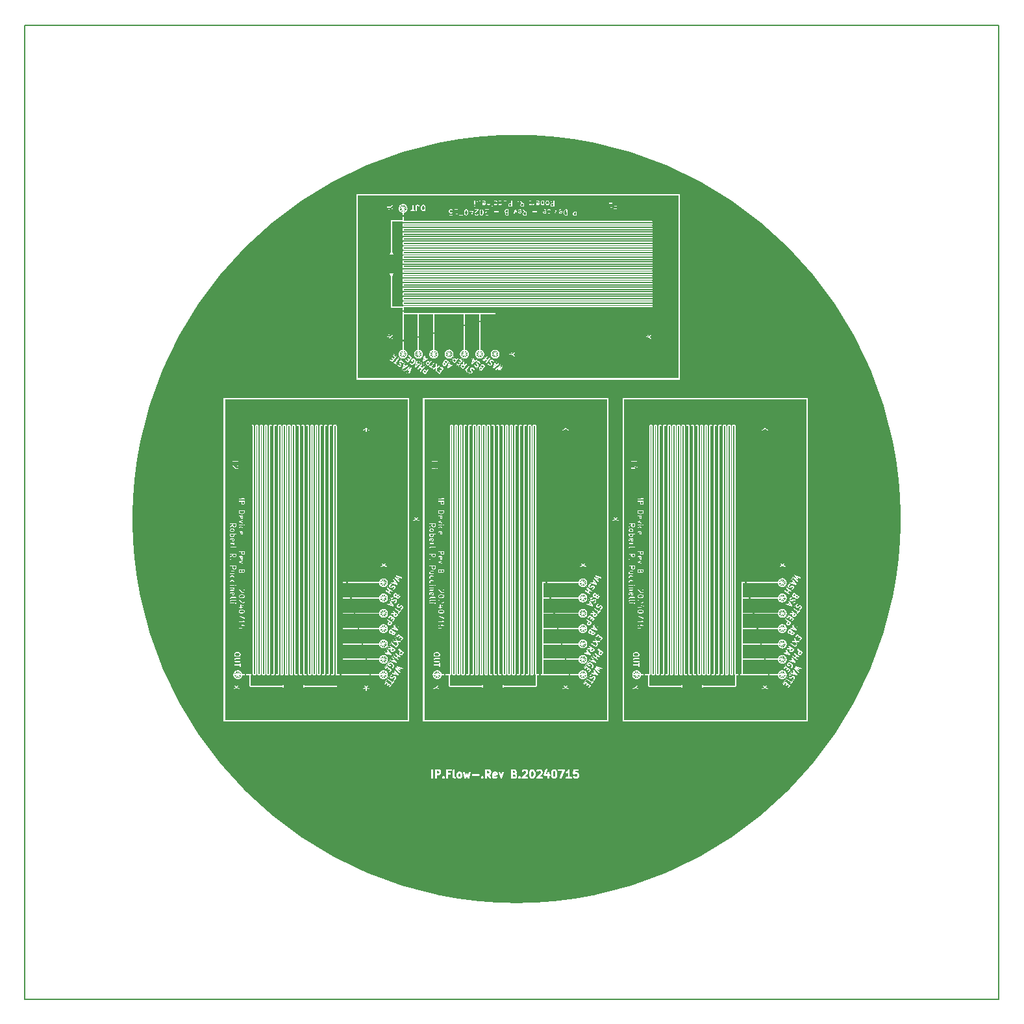
<source format=gbr>
%TF.GenerationSoftware,KiCad,Pcbnew,8.0.3*%
%TF.CreationDate,2024-07-16T17:45:05-07:00*%
%TF.ProjectId,IP_RevA_Layout,49505f52-6576-4415-9f4c-61796f75742e,rev?*%
%TF.SameCoordinates,Original*%
%TF.FileFunction,Copper,L1,Top*%
%TF.FilePolarity,Positive*%
%FSLAX46Y46*%
G04 Gerber Fmt 4.6, Leading zero omitted, Abs format (unit mm)*
G04 Created by KiCad (PCBNEW 8.0.3) date 2024-07-16 17:45:05*
%MOMM*%
%LPD*%
G01*
G04 APERTURE LIST*
%ADD10C,0.100000*%
%ADD11C,0.150000*%
%ADD12C,0.250000*%
%TA.AperFunction,Conductor*%
%ADD13C,0.150000*%
%TD*%
%TA.AperFunction,Profile*%
%ADD14C,0.150000*%
%TD*%
%TA.AperFunction,Profile*%
%ADD15C,0.200000*%
%TD*%
G04 APERTURE END LIST*
D10*
G36*
X77572964Y-65026977D02*
G01*
X76427035Y-65026977D01*
X76427035Y-64606140D01*
X76593702Y-64606140D01*
X76600947Y-64624255D01*
X76614573Y-64638217D01*
X76632504Y-64645901D01*
X76652011Y-64646139D01*
X76661426Y-64643409D01*
X76950190Y-64527086D01*
X76950960Y-64821026D01*
X76958426Y-64839050D01*
X76972220Y-64852844D01*
X76990244Y-64860310D01*
X77009754Y-64860310D01*
X77027778Y-64852844D01*
X77041572Y-64839050D01*
X77049038Y-64821026D01*
X77049999Y-64811271D01*
X77049255Y-64527491D01*
X77347987Y-64646140D01*
X77367495Y-64645902D01*
X77385425Y-64638217D01*
X77399051Y-64624255D01*
X77406297Y-64606140D01*
X77406059Y-64586633D01*
X77398374Y-64568702D01*
X77384412Y-64555076D01*
X77375712Y-64550561D01*
X77078497Y-64432515D01*
X77259369Y-64190033D01*
X77264211Y-64171134D01*
X77261452Y-64151823D01*
X77251513Y-64135036D01*
X77235905Y-64123330D01*
X77217006Y-64118488D01*
X77197694Y-64121247D01*
X77180907Y-64131186D01*
X77174285Y-64138414D01*
X77000367Y-64371573D01*
X76819091Y-64131187D01*
X76802304Y-64121247D01*
X76782992Y-64118488D01*
X76764094Y-64123330D01*
X76748486Y-64135036D01*
X76738546Y-64151823D01*
X76735787Y-64171135D01*
X76740629Y-64190033D01*
X76745713Y-64198414D01*
X76921687Y-64431770D01*
X76615586Y-64555076D01*
X76601624Y-64568702D01*
X76593940Y-64586633D01*
X76593702Y-64606140D01*
X76427035Y-64606140D01*
X76427035Y-63951821D01*
X77572964Y-63951821D01*
X77572964Y-65026977D01*
G37*
G36*
X51572964Y-65026977D02*
G01*
X50427035Y-65026977D01*
X50427035Y-64606140D01*
X50593702Y-64606140D01*
X50600947Y-64624255D01*
X50614573Y-64638217D01*
X50632504Y-64645901D01*
X50652011Y-64646139D01*
X50661426Y-64643409D01*
X50950190Y-64527086D01*
X50950960Y-64821026D01*
X50958426Y-64839050D01*
X50972220Y-64852844D01*
X50990244Y-64860310D01*
X51009754Y-64860310D01*
X51027778Y-64852844D01*
X51041572Y-64839050D01*
X51049038Y-64821026D01*
X51049999Y-64811271D01*
X51049255Y-64527491D01*
X51347987Y-64646140D01*
X51367495Y-64645902D01*
X51385425Y-64638217D01*
X51399051Y-64624255D01*
X51406297Y-64606140D01*
X51406059Y-64586633D01*
X51398374Y-64568702D01*
X51384412Y-64555076D01*
X51375712Y-64550561D01*
X51078497Y-64432515D01*
X51259369Y-64190033D01*
X51264211Y-64171134D01*
X51261452Y-64151823D01*
X51251513Y-64135036D01*
X51235905Y-64123330D01*
X51217006Y-64118488D01*
X51197694Y-64121247D01*
X51180907Y-64131186D01*
X51174285Y-64138414D01*
X51000367Y-64371573D01*
X50819091Y-64131187D01*
X50802304Y-64121247D01*
X50782992Y-64118488D01*
X50764094Y-64123330D01*
X50748486Y-64135036D01*
X50738546Y-64151823D01*
X50735787Y-64171135D01*
X50740629Y-64190033D01*
X50745713Y-64198414D01*
X50921687Y-64431770D01*
X50615586Y-64555076D01*
X50601624Y-64568702D01*
X50593940Y-64586633D01*
X50593702Y-64606140D01*
X50427035Y-64606140D01*
X50427035Y-63951821D01*
X51572964Y-63951821D01*
X51572964Y-65026977D01*
G37*
D11*
G36*
X52021386Y-23587492D02*
G01*
X52065517Y-23631080D01*
X52091683Y-23733841D01*
X52092250Y-23948680D01*
X52066246Y-24054659D01*
X52023464Y-24097972D01*
X51983098Y-24118541D01*
X51885114Y-24118981D01*
X51845276Y-24099440D01*
X51801146Y-24055850D01*
X51774980Y-23953091D01*
X51774413Y-23738252D01*
X51800417Y-23632272D01*
X51843198Y-23588960D01*
X51883567Y-23568390D01*
X51981548Y-23567950D01*
X52021386Y-23587492D01*
G37*
G36*
X52319443Y-24346244D02*
G01*
X50214530Y-24346244D01*
X50214530Y-24183677D01*
X50292308Y-24183677D01*
X50292308Y-24203255D01*
X50297375Y-24222167D01*
X50307164Y-24239123D01*
X50321009Y-24252968D01*
X50337965Y-24262757D01*
X50356877Y-24267824D01*
X50366666Y-24268466D01*
X50776455Y-24267824D01*
X50795367Y-24262757D01*
X50812323Y-24252968D01*
X50826168Y-24239123D01*
X50835957Y-24222167D01*
X50841024Y-24203255D01*
X50841024Y-24183677D01*
X50835957Y-24164765D01*
X50826168Y-24147809D01*
X50812323Y-24133964D01*
X50795367Y-24124175D01*
X50776455Y-24119108D01*
X50766666Y-24118466D01*
X50641598Y-24118661D01*
X50641153Y-23626800D01*
X50924999Y-23626800D01*
X50925641Y-24203255D01*
X50930708Y-24222167D01*
X50940497Y-24239123D01*
X50954342Y-24252968D01*
X50971298Y-24262757D01*
X50990210Y-24267824D01*
X51009788Y-24267824D01*
X51028700Y-24262757D01*
X51045656Y-24252968D01*
X51059501Y-24239123D01*
X51069290Y-24222167D01*
X51074357Y-24203255D01*
X51074999Y-24193466D01*
X51074388Y-23645443D01*
X51094103Y-23605251D01*
X51110195Y-23588792D01*
X51150234Y-23568390D01*
X51248215Y-23567950D01*
X51288213Y-23587570D01*
X51304674Y-23603664D01*
X51325017Y-23643588D01*
X51325641Y-24203255D01*
X51330708Y-24222167D01*
X51340497Y-24239123D01*
X51354342Y-24252968D01*
X51371298Y-24262757D01*
X51390210Y-24267824D01*
X51409788Y-24267824D01*
X51428700Y-24262757D01*
X51445656Y-24252968D01*
X51459501Y-24239123D01*
X51469290Y-24222167D01*
X51474357Y-24203255D01*
X51474999Y-24193466D01*
X51474479Y-23726800D01*
X51624999Y-23726800D01*
X51625617Y-23960921D01*
X51625487Y-23968671D01*
X51625639Y-23969513D01*
X51625641Y-23969922D01*
X51625866Y-23970765D01*
X51627238Y-23978323D01*
X51658973Y-24102951D01*
X51658973Y-24103256D01*
X51660527Y-24109058D01*
X51663568Y-24120997D01*
X51663876Y-24121552D01*
X51664041Y-24122167D01*
X51668625Y-24130107D01*
X51673071Y-24138115D01*
X51673512Y-24138572D01*
X51673831Y-24139123D01*
X51680299Y-24146499D01*
X51742379Y-24207817D01*
X51743340Y-24209273D01*
X51748348Y-24213713D01*
X51754342Y-24219634D01*
X51756300Y-24220764D01*
X51757990Y-24222263D01*
X51766458Y-24227215D01*
X51832587Y-24259652D01*
X51837964Y-24262757D01*
X51840060Y-24263318D01*
X51842167Y-24264352D01*
X51849575Y-24265867D01*
X51856876Y-24267824D01*
X51860199Y-24268041D01*
X51861348Y-24268277D01*
X51862620Y-24268200D01*
X51866665Y-24268466D01*
X51998598Y-24267874D01*
X52005316Y-24268277D01*
X52007479Y-24267834D01*
X52009788Y-24267824D01*
X52017088Y-24265867D01*
X52024497Y-24264352D01*
X52027567Y-24263060D01*
X52028700Y-24262757D01*
X52029804Y-24262119D01*
X52033540Y-24260548D01*
X52093795Y-24229844D01*
X52095366Y-24229424D01*
X52100959Y-24226194D01*
X52108675Y-24222263D01*
X52110366Y-24220763D01*
X52112322Y-24219634D01*
X52119698Y-24213166D01*
X52179839Y-24152277D01*
X52179984Y-24152191D01*
X52182699Y-24149382D01*
X52192833Y-24139123D01*
X52193151Y-24138572D01*
X52193593Y-24138115D01*
X52198030Y-24130121D01*
X52202623Y-24122168D01*
X52202788Y-24121551D01*
X52203096Y-24120997D01*
X52206093Y-24111656D01*
X52239206Y-23976702D01*
X52241023Y-23969922D01*
X52241078Y-23969071D01*
X52241177Y-23968671D01*
X52241162Y-23967797D01*
X52241665Y-23960133D01*
X52241046Y-23726011D01*
X52241177Y-23718262D01*
X52241024Y-23717419D01*
X52241023Y-23717011D01*
X52240797Y-23716167D01*
X52239426Y-23708610D01*
X52207691Y-23583980D01*
X52207691Y-23583676D01*
X52206134Y-23577865D01*
X52203096Y-23565935D01*
X52202788Y-23565380D01*
X52202623Y-23564764D01*
X52198030Y-23556810D01*
X52193593Y-23548817D01*
X52193151Y-23548359D01*
X52192833Y-23547809D01*
X52186365Y-23540433D01*
X52124284Y-23479114D01*
X52123324Y-23477660D01*
X52118313Y-23473216D01*
X52112322Y-23467299D01*
X52110366Y-23466169D01*
X52108675Y-23464670D01*
X52100207Y-23459718D01*
X52034082Y-23427282D01*
X52028700Y-23424175D01*
X52026601Y-23423612D01*
X52024498Y-23422581D01*
X52017095Y-23421065D01*
X52009788Y-23419108D01*
X52006465Y-23418890D01*
X52005317Y-23418655D01*
X52004044Y-23418731D01*
X51999999Y-23418466D01*
X51868064Y-23419057D01*
X51861347Y-23418655D01*
X51859184Y-23419097D01*
X51856876Y-23419108D01*
X51849568Y-23421065D01*
X51842166Y-23422581D01*
X51839098Y-23423871D01*
X51837964Y-23424175D01*
X51836859Y-23424812D01*
X51833123Y-23426384D01*
X51772867Y-23457088D01*
X51771298Y-23457509D01*
X51765709Y-23460735D01*
X51757989Y-23464670D01*
X51756295Y-23466171D01*
X51754343Y-23467299D01*
X51746967Y-23473766D01*
X51686822Y-23534655D01*
X51686680Y-23534741D01*
X51683997Y-23537515D01*
X51673831Y-23547808D01*
X51673511Y-23548361D01*
X51673071Y-23548817D01*
X51668640Y-23556798D01*
X51664041Y-23564764D01*
X51663875Y-23565380D01*
X51663568Y-23565935D01*
X51660571Y-23575276D01*
X51627460Y-23710220D01*
X51625641Y-23717011D01*
X51625585Y-23717863D01*
X51625487Y-23718263D01*
X51625501Y-23719135D01*
X51624999Y-23726800D01*
X51474479Y-23726800D01*
X51474370Y-23628818D01*
X51474810Y-23621484D01*
X51474359Y-23619282D01*
X51474357Y-23617011D01*
X51472400Y-23609709D01*
X51470885Y-23602302D01*
X51469593Y-23599232D01*
X51469290Y-23598099D01*
X51468651Y-23596992D01*
X51467081Y-23593260D01*
X51436379Y-23533006D01*
X51435957Y-23531431D01*
X51432720Y-23525826D01*
X51428796Y-23518124D01*
X51427296Y-23516432D01*
X51426166Y-23514475D01*
X51419698Y-23507099D01*
X51390727Y-23478775D01*
X51389991Y-23477660D01*
X51385643Y-23473804D01*
X51378988Y-23467298D01*
X51377032Y-23466169D01*
X51375342Y-23464670D01*
X51366874Y-23459718D01*
X51300749Y-23427282D01*
X51295367Y-23424175D01*
X51293268Y-23423612D01*
X51291165Y-23422581D01*
X51283762Y-23421065D01*
X51276455Y-23419108D01*
X51273132Y-23418890D01*
X51271984Y-23418655D01*
X51270711Y-23418731D01*
X51266666Y-23418466D01*
X51134731Y-23419057D01*
X51128014Y-23418655D01*
X51125851Y-23419097D01*
X51123543Y-23419108D01*
X51116235Y-23421065D01*
X51108833Y-23422581D01*
X51105765Y-23423871D01*
X51104631Y-23424175D01*
X51103526Y-23424812D01*
X51099790Y-23426384D01*
X51039533Y-23457088D01*
X51037966Y-23457509D01*
X51032377Y-23460735D01*
X51024656Y-23464670D01*
X51022965Y-23466169D01*
X51021010Y-23467298D01*
X51013634Y-23473766D01*
X50985310Y-23502734D01*
X50984191Y-23503474D01*
X50980328Y-23507830D01*
X50973832Y-23514475D01*
X50972701Y-23516432D01*
X50971202Y-23518124D01*
X50966250Y-23526592D01*
X50933811Y-23592723D01*
X50930708Y-23598099D01*
X50930146Y-23600195D01*
X50929113Y-23602302D01*
X50927597Y-23609709D01*
X50925641Y-23617011D01*
X50925422Y-23620335D01*
X50925188Y-23621484D01*
X50925264Y-23622755D01*
X50924999Y-23626800D01*
X50641153Y-23626800D01*
X50641024Y-23483677D01*
X50635957Y-23464765D01*
X50626168Y-23447809D01*
X50612323Y-23433964D01*
X50595367Y-23424175D01*
X50576455Y-23419108D01*
X50556877Y-23419108D01*
X50537965Y-23424175D01*
X50521009Y-23433964D01*
X50507164Y-23447809D01*
X50497375Y-23464765D01*
X50492308Y-23483677D01*
X50491666Y-23493466D01*
X50492231Y-24118895D01*
X50356877Y-24119108D01*
X50337965Y-24124175D01*
X50321009Y-24133964D01*
X50307164Y-24147809D01*
X50297375Y-24164765D01*
X50292308Y-24183677D01*
X50214530Y-24183677D01*
X50214530Y-23340688D01*
X52319443Y-23340688D01*
X52319443Y-24346244D01*
G37*
D10*
G36*
X77244444Y-24059144D02*
G01*
X76023182Y-24059144D01*
X76023182Y-23221611D01*
X76100960Y-23221611D01*
X76100960Y-23241121D01*
X76108426Y-23259145D01*
X76122220Y-23272939D01*
X76140244Y-23280405D01*
X76149999Y-23281366D01*
X76300066Y-23281014D01*
X76300940Y-23926660D01*
X76299999Y-23931419D01*
X76300953Y-23936190D01*
X76300960Y-23941121D01*
X76302854Y-23945693D01*
X76303825Y-23950548D01*
X76306551Y-23954619D01*
X76308426Y-23959145D01*
X76311925Y-23962644D01*
X76314680Y-23966758D01*
X76318756Y-23969475D01*
X76322220Y-23972939D01*
X76326794Y-23974833D01*
X76330914Y-23977580D01*
X76335718Y-23978530D01*
X76340244Y-23980405D01*
X76345194Y-23980405D01*
X76350052Y-23981366D01*
X76354857Y-23980405D01*
X76359754Y-23980405D01*
X76364326Y-23978510D01*
X76369181Y-23977540D01*
X76373252Y-23974813D01*
X76377778Y-23972939D01*
X76381277Y-23969439D01*
X76385391Y-23966685D01*
X76391533Y-23959183D01*
X76391572Y-23959145D01*
X76391579Y-23959127D01*
X76391601Y-23959101D01*
X76416196Y-23921611D01*
X76734294Y-23921611D01*
X76734294Y-23941121D01*
X76741760Y-23959145D01*
X76755554Y-23972939D01*
X76773578Y-23980405D01*
X76783333Y-23981366D01*
X77126421Y-23980405D01*
X77144445Y-23972939D01*
X77158239Y-23959145D01*
X77165705Y-23941121D01*
X77166666Y-23931366D01*
X77165705Y-23221611D01*
X77158239Y-23203587D01*
X77144445Y-23189793D01*
X77126421Y-23182327D01*
X77106911Y-23182327D01*
X77088887Y-23189793D01*
X77075093Y-23203587D01*
X77067627Y-23221611D01*
X77066666Y-23231366D01*
X77067095Y-23548228D01*
X76873578Y-23548994D01*
X76855554Y-23556460D01*
X76841760Y-23570254D01*
X76834294Y-23588278D01*
X76834294Y-23607788D01*
X76841760Y-23625812D01*
X76855554Y-23639606D01*
X76873578Y-23647072D01*
X76883333Y-23648033D01*
X77067229Y-23647306D01*
X77067546Y-23881503D01*
X76773578Y-23882327D01*
X76755554Y-23889793D01*
X76741760Y-23903587D01*
X76734294Y-23921611D01*
X76416196Y-23921611D01*
X76452578Y-23866153D01*
X76510905Y-23806740D01*
X76580655Y-23770865D01*
X76593437Y-23756126D01*
X76599606Y-23737620D01*
X76598223Y-23718160D01*
X76589498Y-23700710D01*
X76574759Y-23687928D01*
X76556252Y-23681759D01*
X76536792Y-23683142D01*
X76527638Y-23686645D01*
X76461486Y-23720669D01*
X76455556Y-23723126D01*
X76453617Y-23724716D01*
X76452676Y-23725201D01*
X76451809Y-23726200D01*
X76447978Y-23729344D01*
X76399791Y-23778428D01*
X76399118Y-23280781D01*
X76559754Y-23280405D01*
X76577778Y-23272939D01*
X76591572Y-23259145D01*
X76599038Y-23241121D01*
X76599038Y-23221611D01*
X76591572Y-23203587D01*
X76577778Y-23189793D01*
X76559754Y-23182327D01*
X76549999Y-23181366D01*
X76140244Y-23182327D01*
X76122220Y-23189793D01*
X76108426Y-23203587D01*
X76100960Y-23221611D01*
X76023182Y-23221611D01*
X76023182Y-23103588D01*
X77244444Y-23103588D01*
X77244444Y-24059144D01*
G37*
G36*
X81848178Y-41222963D02*
G01*
X80773022Y-41222963D01*
X80773022Y-40640244D01*
X80939689Y-40640244D01*
X80939689Y-40659754D01*
X80947155Y-40677778D01*
X80960949Y-40691572D01*
X80978973Y-40699038D01*
X80988728Y-40699999D01*
X81272508Y-40699255D01*
X81153860Y-40997987D01*
X81154098Y-41017494D01*
X81161782Y-41035425D01*
X81175744Y-41049051D01*
X81193859Y-41056296D01*
X81213366Y-41056058D01*
X81231297Y-41048374D01*
X81244923Y-41034412D01*
X81249438Y-41025712D01*
X81367484Y-40728498D01*
X81609966Y-40909369D01*
X81628865Y-40914211D01*
X81648176Y-40911452D01*
X81664963Y-40901513D01*
X81676669Y-40885905D01*
X81681511Y-40867006D01*
X81678752Y-40847694D01*
X81668813Y-40830907D01*
X81661585Y-40824285D01*
X81428425Y-40650367D01*
X81668813Y-40469091D01*
X81678752Y-40452304D01*
X81681511Y-40432992D01*
X81676669Y-40414093D01*
X81664963Y-40398485D01*
X81648176Y-40388546D01*
X81628865Y-40385787D01*
X81609966Y-40390629D01*
X81601585Y-40395713D01*
X81368229Y-40571687D01*
X81244923Y-40265586D01*
X81231297Y-40251624D01*
X81213366Y-40243940D01*
X81193859Y-40243702D01*
X81175744Y-40250947D01*
X81161782Y-40264573D01*
X81154098Y-40282504D01*
X81153860Y-40302011D01*
X81156590Y-40311426D01*
X81272912Y-40600190D01*
X80978973Y-40600960D01*
X80960949Y-40608426D01*
X80947155Y-40622220D01*
X80939689Y-40640244D01*
X80773022Y-40640244D01*
X80773022Y-40077035D01*
X81848178Y-40077035D01*
X81848178Y-41222963D01*
G37*
G36*
X64048178Y-43522963D02*
G01*
X62973022Y-43522963D01*
X62973022Y-42940244D01*
X63139689Y-42940244D01*
X63139689Y-42959754D01*
X63147155Y-42977778D01*
X63160949Y-42991572D01*
X63178973Y-42999038D01*
X63188728Y-42999999D01*
X63472508Y-42999255D01*
X63353860Y-43297987D01*
X63354098Y-43317494D01*
X63361782Y-43335425D01*
X63375744Y-43349051D01*
X63393859Y-43356296D01*
X63413366Y-43356058D01*
X63431297Y-43348374D01*
X63444923Y-43334412D01*
X63449438Y-43325712D01*
X63567484Y-43028498D01*
X63809966Y-43209369D01*
X63828865Y-43214211D01*
X63848176Y-43211452D01*
X63864963Y-43201513D01*
X63876669Y-43185905D01*
X63881511Y-43167006D01*
X63878752Y-43147694D01*
X63868813Y-43130907D01*
X63861585Y-43124285D01*
X63628425Y-42950367D01*
X63868813Y-42769091D01*
X63878752Y-42752304D01*
X63881511Y-42732992D01*
X63876669Y-42714093D01*
X63864963Y-42698485D01*
X63848176Y-42688546D01*
X63828865Y-42685787D01*
X63809966Y-42690629D01*
X63801585Y-42695713D01*
X63568229Y-42871687D01*
X63444923Y-42565586D01*
X63431297Y-42551624D01*
X63413366Y-42543940D01*
X63393859Y-42543702D01*
X63375744Y-42550947D01*
X63361782Y-42564573D01*
X63354098Y-42582504D01*
X63353860Y-42602011D01*
X63356590Y-42611426D01*
X63472912Y-42900190D01*
X63178973Y-42900960D01*
X63160949Y-42908426D01*
X63147155Y-42922220D01*
X63139689Y-42940244D01*
X62973022Y-42940244D01*
X62973022Y-42377035D01*
X64048178Y-42377035D01*
X64048178Y-43522963D01*
G37*
G36*
X48098178Y-24322963D02*
G01*
X47023022Y-24322963D01*
X47023022Y-23740244D01*
X47189689Y-23740244D01*
X47189689Y-23759754D01*
X47197155Y-23777778D01*
X47210949Y-23791572D01*
X47228973Y-23799038D01*
X47238728Y-23799999D01*
X47522508Y-23799255D01*
X47403860Y-24097987D01*
X47404098Y-24117494D01*
X47411782Y-24135425D01*
X47425744Y-24149051D01*
X47443859Y-24156296D01*
X47463366Y-24156058D01*
X47481297Y-24148374D01*
X47494923Y-24134412D01*
X47499438Y-24125712D01*
X47617484Y-23828498D01*
X47859966Y-24009369D01*
X47878865Y-24014211D01*
X47898176Y-24011452D01*
X47914963Y-24001513D01*
X47926669Y-23985905D01*
X47931511Y-23967006D01*
X47928752Y-23947694D01*
X47918813Y-23930907D01*
X47911585Y-23924285D01*
X47678425Y-23750367D01*
X47918813Y-23569091D01*
X47928752Y-23552304D01*
X47931511Y-23532992D01*
X47926669Y-23514093D01*
X47914963Y-23498485D01*
X47898176Y-23488546D01*
X47878865Y-23485787D01*
X47859966Y-23490629D01*
X47851585Y-23495713D01*
X47618229Y-23671687D01*
X47494923Y-23365586D01*
X47481297Y-23351624D01*
X47463366Y-23343940D01*
X47443859Y-23343702D01*
X47425744Y-23350947D01*
X47411782Y-23364573D01*
X47404098Y-23382504D01*
X47403860Y-23402011D01*
X47406590Y-23411426D01*
X47522912Y-23700190D01*
X47228973Y-23700960D01*
X47210949Y-23708426D01*
X47197155Y-23722220D01*
X47189689Y-23740244D01*
X47023022Y-23740244D01*
X47023022Y-23177035D01*
X48098178Y-23177035D01*
X48098178Y-24322963D01*
G37*
G36*
X57602361Y-24140752D02*
G01*
X57624845Y-24162488D01*
X57652014Y-24215314D01*
X57683349Y-24337262D01*
X57684190Y-24491654D01*
X57654528Y-24613677D01*
X57627076Y-24670186D01*
X57605339Y-24692669D01*
X57556172Y-24717957D01*
X57512887Y-24718502D01*
X57464305Y-24694900D01*
X57441825Y-24673165D01*
X57414653Y-24620337D01*
X57383318Y-24498388D01*
X57382477Y-24343999D01*
X57412140Y-24221973D01*
X57439594Y-24165463D01*
X57461329Y-24142983D01*
X57510497Y-24117694D01*
X57553780Y-24117149D01*
X57602361Y-24140752D01*
G37*
G36*
X59602362Y-24140752D02*
G01*
X59624846Y-24162488D01*
X59652015Y-24215314D01*
X59683350Y-24337262D01*
X59684191Y-24491654D01*
X59654529Y-24613677D01*
X59627077Y-24670186D01*
X59605340Y-24692669D01*
X59556173Y-24717957D01*
X59512888Y-24718502D01*
X59464306Y-24694900D01*
X59441826Y-24673165D01*
X59414654Y-24620337D01*
X59383319Y-24498388D01*
X59382478Y-24343999D01*
X59412141Y-24221973D01*
X59439595Y-24165463D01*
X59461330Y-24142983D01*
X59510498Y-24117694D01*
X59553781Y-24117149D01*
X59602362Y-24140752D01*
G37*
G36*
X62950882Y-24718020D02*
G01*
X62779954Y-24718695D01*
X62730973Y-24694900D01*
X62708492Y-24673164D01*
X62683203Y-24623996D01*
X62682658Y-24580713D01*
X62706261Y-24532132D01*
X62727997Y-24509648D01*
X62776987Y-24484452D01*
X62950565Y-24483766D01*
X62950882Y-24718020D01*
G37*
G36*
X62950431Y-24384688D02*
G01*
X62777279Y-24385373D01*
X62694525Y-24358554D01*
X62675157Y-24339830D01*
X62649910Y-24290743D01*
X62649240Y-24214221D01*
X62672927Y-24165465D01*
X62694662Y-24142983D01*
X62743644Y-24117790D01*
X62950068Y-24117072D01*
X62950431Y-24384688D01*
G37*
G36*
X65317548Y-24717996D02*
G01*
X65113309Y-24718706D01*
X65064307Y-24694900D01*
X65041825Y-24673165D01*
X65016576Y-24624076D01*
X65015906Y-24547554D01*
X65039593Y-24498798D01*
X65061328Y-24476316D01*
X65110309Y-24451124D01*
X65199192Y-24450815D01*
X65201084Y-24451149D01*
X65202645Y-24450803D01*
X65317186Y-24450404D01*
X65317548Y-24717996D01*
G37*
G36*
X70617547Y-24718093D02*
G01*
X70510517Y-24718676D01*
X70428026Y-24691942D01*
X70375375Y-24640255D01*
X70347985Y-24587002D01*
X70316642Y-24465019D01*
X70315872Y-24377079D01*
X70345472Y-24255308D01*
X70372862Y-24198929D01*
X70425554Y-24145255D01*
X70505701Y-24117794D01*
X70616733Y-24117190D01*
X70617547Y-24718093D01*
G37*
G36*
X71850880Y-24717996D02*
G01*
X71646641Y-24718706D01*
X71597639Y-24694900D01*
X71575157Y-24673165D01*
X71549908Y-24624076D01*
X71549238Y-24547554D01*
X71572925Y-24498798D01*
X71594660Y-24476316D01*
X71643641Y-24451124D01*
X71850518Y-24450404D01*
X71850880Y-24717996D01*
G37*
G36*
X64650881Y-24421185D02*
G01*
X64630240Y-24463673D01*
X64589626Y-24484562D01*
X64479824Y-24485300D01*
X64437487Y-24464732D01*
X64416536Y-24423997D01*
X64416344Y-24408767D01*
X64650673Y-24361231D01*
X64650881Y-24421185D01*
G37*
G36*
X67884214Y-24421185D02*
G01*
X67863573Y-24463673D01*
X67822959Y-24484562D01*
X67713157Y-24485300D01*
X67670820Y-24464732D01*
X67649869Y-24423997D01*
X67649677Y-24408767D01*
X67884006Y-24361231D01*
X67884214Y-24421185D01*
G37*
G36*
X69950880Y-24421185D02*
G01*
X69930239Y-24463673D01*
X69889625Y-24484562D01*
X69779823Y-24485300D01*
X69737486Y-24464732D01*
X69716535Y-24423997D01*
X69716343Y-24408767D01*
X69950672Y-24361231D01*
X69950880Y-24421185D01*
G37*
G36*
X63417547Y-23591036D02*
G01*
X63213308Y-23591746D01*
X63164306Y-23567940D01*
X63141824Y-23546205D01*
X63116575Y-23497116D01*
X63115905Y-23420594D01*
X63139592Y-23371838D01*
X63161327Y-23349356D01*
X63210308Y-23324164D01*
X63417185Y-23323444D01*
X63417547Y-23591036D01*
G37*
G36*
X64984213Y-23591036D02*
G01*
X64779974Y-23591746D01*
X64730972Y-23567940D01*
X64708490Y-23546205D01*
X64683241Y-23497116D01*
X64682571Y-23420594D01*
X64706258Y-23371838D01*
X64727993Y-23349356D01*
X64776974Y-23324164D01*
X64865857Y-23323855D01*
X64867749Y-23324189D01*
X64869310Y-23323843D01*
X64983851Y-23323444D01*
X64984213Y-23591036D01*
G37*
G36*
X68917545Y-23591036D02*
G01*
X68713306Y-23591746D01*
X68664304Y-23567940D01*
X68641822Y-23546205D01*
X68616573Y-23497116D01*
X68615903Y-23420594D01*
X68639590Y-23371838D01*
X68661325Y-23349356D01*
X68710306Y-23324164D01*
X68799189Y-23323855D01*
X68801081Y-23324189D01*
X68802642Y-23323843D01*
X68917183Y-23323444D01*
X68917545Y-23591036D01*
G37*
G36*
X67583418Y-23004590D02*
G01*
X67583877Y-23343413D01*
X67556290Y-23357602D01*
X67446488Y-23358340D01*
X67397638Y-23334608D01*
X67375155Y-23312871D01*
X67349951Y-23263868D01*
X67349143Y-23087455D01*
X67372925Y-23038503D01*
X67394660Y-23016023D01*
X67443707Y-22990796D01*
X67553508Y-22990058D01*
X67583418Y-23004590D01*
G37*
G36*
X59950881Y-23294225D02*
G01*
X59930240Y-23336713D01*
X59889626Y-23357602D01*
X59779824Y-23358340D01*
X59737487Y-23337772D01*
X59716536Y-23297037D01*
X59716344Y-23281807D01*
X59950673Y-23234271D01*
X59950881Y-23294225D01*
G37*
G36*
X66984212Y-23294225D02*
G01*
X66963571Y-23336713D01*
X66922957Y-23357602D01*
X66813155Y-23358340D01*
X66770818Y-23337772D01*
X66749867Y-23297037D01*
X66749675Y-23281807D01*
X66984004Y-23234271D01*
X66984212Y-23294225D01*
G37*
G36*
X68202360Y-23013792D02*
G01*
X68224842Y-23035528D01*
X68250045Y-23084530D01*
X68250853Y-23260943D01*
X68227072Y-23309893D01*
X68205337Y-23332375D01*
X68156248Y-23357624D01*
X68079726Y-23358294D01*
X68030971Y-23334608D01*
X68008488Y-23312871D01*
X67983284Y-23263868D01*
X67982476Y-23087455D01*
X68006258Y-23038503D01*
X68027993Y-23016023D01*
X68077081Y-22990774D01*
X68153603Y-22990104D01*
X68202360Y-23013792D01*
G37*
G36*
X72361111Y-24928545D02*
G01*
X55205555Y-24928545D01*
X55205555Y-24201160D01*
X55283333Y-24201160D01*
X55284199Y-24360152D01*
X55283726Y-24361572D01*
X55284246Y-24368898D01*
X55284294Y-24377581D01*
X55284981Y-24379241D01*
X55285109Y-24381032D01*
X55288612Y-24390187D01*
X55322634Y-24456333D01*
X55325093Y-24462271D01*
X55326685Y-24464211D01*
X55327168Y-24465149D01*
X55328164Y-24466013D01*
X55331312Y-24469848D01*
X55365544Y-24502944D01*
X55369344Y-24507325D01*
X55371441Y-24508645D01*
X55372222Y-24509400D01*
X55373444Y-24509906D01*
X55377639Y-24512547D01*
X55438053Y-24541898D01*
X55438888Y-24542733D01*
X55444879Y-24545214D01*
X55453461Y-24549384D01*
X55455251Y-24549511D01*
X55456912Y-24550199D01*
X55466667Y-24551160D01*
X55625659Y-24550293D01*
X55627079Y-24550767D01*
X55634405Y-24550246D01*
X55643088Y-24550199D01*
X55644748Y-24549511D01*
X55646539Y-24549384D01*
X55655694Y-24545881D01*
X55673144Y-24536905D01*
X55655550Y-24717950D01*
X55356912Y-24718787D01*
X55338888Y-24726253D01*
X55325094Y-24740047D01*
X55317628Y-24758071D01*
X55317628Y-24777581D01*
X55325094Y-24795605D01*
X55338888Y-24809399D01*
X55356912Y-24816865D01*
X55366667Y-24817826D01*
X55697888Y-24816898D01*
X55704827Y-24817592D01*
X55707213Y-24816872D01*
X55709755Y-24816865D01*
X55716506Y-24814068D01*
X55723505Y-24811957D01*
X55725454Y-24810361D01*
X55727779Y-24809399D01*
X55732943Y-24804234D01*
X55738603Y-24799604D01*
X55739793Y-24797384D01*
X55741573Y-24795605D01*
X55744369Y-24788853D01*
X55747825Y-24782412D01*
X55748563Y-24778729D01*
X55749039Y-24777581D01*
X55749039Y-24776357D01*
X55749752Y-24772801D01*
X55781470Y-24446423D01*
X55782372Y-24444247D01*
X55782372Y-24437146D01*
X55783099Y-24429666D01*
X55782372Y-24427256D01*
X55782372Y-24424739D01*
X55779574Y-24417985D01*
X55777464Y-24410989D01*
X55775870Y-24409041D01*
X55774907Y-24406715D01*
X55769737Y-24401545D01*
X55765111Y-24395891D01*
X55762893Y-24394701D01*
X55761111Y-24392919D01*
X55754351Y-24390119D01*
X55747919Y-24386669D01*
X55745416Y-24386418D01*
X55743087Y-24385454D01*
X55735773Y-24385454D01*
X55728506Y-24384727D01*
X55726097Y-24385454D01*
X55723579Y-24385454D01*
X55716821Y-24388252D01*
X55709828Y-24390363D01*
X55707881Y-24391955D01*
X55705555Y-24392919D01*
X55697978Y-24399138D01*
X55672004Y-24426002D01*
X55622983Y-24451216D01*
X55479882Y-24451995D01*
X55430971Y-24428233D01*
X55408490Y-24406497D01*
X55383276Y-24357476D01*
X55382497Y-24214375D01*
X55406259Y-24165464D01*
X55427995Y-24142983D01*
X55477016Y-24117769D01*
X55620117Y-24116990D01*
X55669028Y-24140752D01*
X55705555Y-24176067D01*
X55723579Y-24183532D01*
X55743087Y-24183532D01*
X55761111Y-24176067D01*
X55774907Y-24162271D01*
X55782372Y-24144247D01*
X55782372Y-24124739D01*
X55774907Y-24106715D01*
X55768688Y-24099138D01*
X55734455Y-24066041D01*
X55730656Y-24061661D01*
X55728558Y-24060340D01*
X55727778Y-24059586D01*
X55726555Y-24059079D01*
X55724954Y-24058071D01*
X55950961Y-24058071D01*
X55950961Y-24077581D01*
X55958427Y-24095605D01*
X55972221Y-24109399D01*
X55990245Y-24116865D01*
X56000000Y-24117826D01*
X56150067Y-24117474D01*
X56150941Y-24763120D01*
X56150000Y-24767879D01*
X56150954Y-24772650D01*
X56150961Y-24777581D01*
X56152855Y-24782153D01*
X56153826Y-24787008D01*
X56156552Y-24791079D01*
X56158427Y-24795605D01*
X56161926Y-24799104D01*
X56164681Y-24803218D01*
X56168757Y-24805935D01*
X56172221Y-24809399D01*
X56176795Y-24811293D01*
X56180915Y-24814040D01*
X56185719Y-24814990D01*
X56190245Y-24816865D01*
X56195195Y-24816865D01*
X56200053Y-24817826D01*
X56204858Y-24816865D01*
X56209755Y-24816865D01*
X56214327Y-24814970D01*
X56219182Y-24814000D01*
X56223253Y-24811273D01*
X56227779Y-24809399D01*
X56231278Y-24805899D01*
X56235392Y-24803145D01*
X56241534Y-24795643D01*
X56241573Y-24795605D01*
X56241580Y-24795587D01*
X56241602Y-24795561D01*
X56253790Y-24776983D01*
X56584180Y-24776983D01*
X56584295Y-24777270D01*
X56584295Y-24777581D01*
X56587914Y-24786319D01*
X56591425Y-24795095D01*
X56591641Y-24795317D01*
X56591761Y-24795605D01*
X56598459Y-24802303D01*
X56605050Y-24809057D01*
X56605335Y-24809179D01*
X56605555Y-24809399D01*
X56614292Y-24813018D01*
X56622983Y-24816743D01*
X56623293Y-24816746D01*
X56623579Y-24816865D01*
X56633334Y-24817826D01*
X57109756Y-24816865D01*
X57127780Y-24809399D01*
X57141574Y-24795605D01*
X57149040Y-24777581D01*
X57149040Y-24758071D01*
X57141574Y-24740047D01*
X57127780Y-24726253D01*
X57109756Y-24718787D01*
X57100001Y-24717826D01*
X56708720Y-24718615D01*
X56872778Y-24334493D01*
X57283334Y-24334493D01*
X57284224Y-24498002D01*
X57283393Y-24503590D01*
X57284288Y-24509642D01*
X57284295Y-24510915D01*
X57284576Y-24511595D01*
X57284827Y-24513287D01*
X57318092Y-24642748D01*
X57318444Y-24647698D01*
X57321245Y-24655018D01*
X57321459Y-24655851D01*
X57321675Y-24656142D01*
X57321947Y-24656853D01*
X57355967Y-24722999D01*
X57358427Y-24728938D01*
X57360020Y-24730878D01*
X57360502Y-24731816D01*
X57361498Y-24732680D01*
X57364646Y-24736515D01*
X57398878Y-24769611D01*
X57402678Y-24773992D01*
X57404775Y-24775312D01*
X57405556Y-24776067D01*
X57406779Y-24776573D01*
X57410974Y-24779214D01*
X57471388Y-24808565D01*
X57472222Y-24809399D01*
X57478206Y-24811878D01*
X57486796Y-24816051D01*
X57488588Y-24816178D01*
X57490246Y-24816865D01*
X57500001Y-24817826D01*
X57559353Y-24817079D01*
X57560414Y-24817433D01*
X57566682Y-24816987D01*
X57576423Y-24816865D01*
X57578083Y-24816177D01*
X57579874Y-24816050D01*
X57589029Y-24812547D01*
X57655178Y-24778524D01*
X57661111Y-24776067D01*
X57663051Y-24774474D01*
X57663990Y-24773992D01*
X57664854Y-24772995D01*
X57668689Y-24769849D01*
X57701781Y-24735619D01*
X57706167Y-24731816D01*
X57707488Y-24729715D01*
X57708241Y-24728938D01*
X57708746Y-24727718D01*
X57711389Y-24723520D01*
X57742467Y-24659551D01*
X57745210Y-24655850D01*
X57747835Y-24648500D01*
X57748226Y-24647698D01*
X57748251Y-24647337D01*
X57748508Y-24646620D01*
X57780246Y-24516048D01*
X57782373Y-24510915D01*
X57782971Y-24504837D01*
X57783275Y-24503590D01*
X57783166Y-24502860D01*
X57783334Y-24501160D01*
X57782443Y-24337650D01*
X57783275Y-24332063D01*
X57782379Y-24326010D01*
X57782373Y-24324738D01*
X57782091Y-24324057D01*
X57781841Y-24322366D01*
X57773886Y-24291405D01*
X57917629Y-24291405D01*
X57917629Y-24310915D01*
X57925095Y-24328939D01*
X57938889Y-24342733D01*
X57956913Y-24350199D01*
X57966668Y-24351160D01*
X58017239Y-24351050D01*
X58017629Y-24544248D01*
X58025095Y-24562272D01*
X58038889Y-24576066D01*
X58056913Y-24583532D01*
X58076423Y-24583532D01*
X58094447Y-24576066D01*
X58108241Y-24562272D01*
X58115707Y-24544248D01*
X58116668Y-24534493D01*
X58116297Y-24350835D01*
X58331022Y-24350369D01*
X58183728Y-24794907D01*
X58185111Y-24814367D01*
X58193835Y-24831815D01*
X58208573Y-24844598D01*
X58227082Y-24850767D01*
X58246542Y-24849384D01*
X58263990Y-24840660D01*
X58276773Y-24825922D01*
X58280769Y-24816971D01*
X58363321Y-24567826D01*
X58616668Y-24567826D01*
X58617414Y-24627178D01*
X58617061Y-24628239D01*
X58617506Y-24634507D01*
X58617629Y-24644248D01*
X58618316Y-24645908D01*
X58618444Y-24647699D01*
X58621947Y-24656854D01*
X58655969Y-24723000D01*
X58658428Y-24728938D01*
X58660020Y-24730878D01*
X58660503Y-24731816D01*
X58661499Y-24732680D01*
X58664647Y-24736515D01*
X58698879Y-24769611D01*
X58702679Y-24773992D01*
X58704776Y-24775312D01*
X58705557Y-24776067D01*
X58706780Y-24776573D01*
X58710975Y-24779214D01*
X58771389Y-24808565D01*
X58772223Y-24809399D01*
X58778207Y-24811878D01*
X58786797Y-24816051D01*
X58788589Y-24816178D01*
X58790247Y-24816865D01*
X58800002Y-24817826D01*
X58958993Y-24816959D01*
X58960413Y-24817433D01*
X58967739Y-24816912D01*
X58976423Y-24816865D01*
X58978083Y-24816177D01*
X58979873Y-24816050D01*
X58989028Y-24812547D01*
X59055174Y-24778526D01*
X59061113Y-24776067D01*
X59063053Y-24774473D01*
X59063991Y-24773992D01*
X59064855Y-24772995D01*
X59068690Y-24769848D01*
X59108242Y-24728938D01*
X59115707Y-24710914D01*
X59115707Y-24691406D01*
X59108242Y-24673382D01*
X59094446Y-24659586D01*
X59076422Y-24652121D01*
X59056914Y-24652121D01*
X59038890Y-24659586D01*
X59031313Y-24665805D01*
X59005340Y-24692668D01*
X58956319Y-24717882D01*
X58813217Y-24718661D01*
X58764306Y-24694900D01*
X58741825Y-24673164D01*
X58716536Y-24623996D01*
X58715956Y-24577915D01*
X58742500Y-24496013D01*
X58903481Y-24334493D01*
X59283335Y-24334493D01*
X59284225Y-24498002D01*
X59283394Y-24503590D01*
X59284289Y-24509642D01*
X59284296Y-24510915D01*
X59284577Y-24511595D01*
X59284828Y-24513287D01*
X59318093Y-24642748D01*
X59318445Y-24647698D01*
X59321246Y-24655018D01*
X59321460Y-24655851D01*
X59321676Y-24656142D01*
X59321948Y-24656853D01*
X59355968Y-24722999D01*
X59358428Y-24728938D01*
X59360021Y-24730878D01*
X59360503Y-24731816D01*
X59361499Y-24732680D01*
X59364647Y-24736515D01*
X59398879Y-24769611D01*
X59402679Y-24773992D01*
X59404776Y-24775312D01*
X59405557Y-24776067D01*
X59406780Y-24776573D01*
X59410975Y-24779214D01*
X59471389Y-24808565D01*
X59472223Y-24809399D01*
X59478207Y-24811878D01*
X59486797Y-24816051D01*
X59488589Y-24816178D01*
X59490247Y-24816865D01*
X59500002Y-24817826D01*
X59559354Y-24817079D01*
X59560415Y-24817433D01*
X59566683Y-24816987D01*
X59576424Y-24816865D01*
X59578084Y-24816177D01*
X59579875Y-24816050D01*
X59589030Y-24812547D01*
X59655179Y-24778524D01*
X59661112Y-24776067D01*
X59663052Y-24774474D01*
X59663991Y-24773992D01*
X59664855Y-24772995D01*
X59668690Y-24769849D01*
X59701782Y-24735619D01*
X59706168Y-24731816D01*
X59707489Y-24729715D01*
X59708242Y-24728938D01*
X59708747Y-24727718D01*
X59711390Y-24723520D01*
X59742468Y-24659551D01*
X59745211Y-24655850D01*
X59747836Y-24648500D01*
X59748227Y-24647698D01*
X59748252Y-24647337D01*
X59748509Y-24646620D01*
X59767661Y-24567826D01*
X59950002Y-24567826D01*
X59950748Y-24627178D01*
X59950395Y-24628239D01*
X59950840Y-24634507D01*
X59950963Y-24644248D01*
X59951650Y-24645908D01*
X59951778Y-24647699D01*
X59955281Y-24656854D01*
X59989303Y-24723000D01*
X59991762Y-24728938D01*
X59993354Y-24730878D01*
X59993837Y-24731816D01*
X59994833Y-24732680D01*
X59997981Y-24736515D01*
X60032213Y-24769611D01*
X60036013Y-24773992D01*
X60038110Y-24775312D01*
X60038891Y-24776067D01*
X60040114Y-24776573D01*
X60044309Y-24779214D01*
X60104723Y-24808565D01*
X60105557Y-24809399D01*
X60111541Y-24811878D01*
X60120131Y-24816051D01*
X60121923Y-24816178D01*
X60123581Y-24816865D01*
X60133336Y-24817826D01*
X60292327Y-24816959D01*
X60293747Y-24817433D01*
X60301073Y-24816912D01*
X60309757Y-24816865D01*
X60311417Y-24816177D01*
X60313207Y-24816050D01*
X60322362Y-24812547D01*
X60388508Y-24778526D01*
X60394447Y-24776067D01*
X60396387Y-24774473D01*
X60397325Y-24773992D01*
X60398189Y-24772995D01*
X60402024Y-24769848D01*
X60441576Y-24728938D01*
X60449041Y-24710914D01*
X60449041Y-24691406D01*
X60441576Y-24673382D01*
X60427780Y-24659586D01*
X60409756Y-24652121D01*
X60390248Y-24652121D01*
X60372224Y-24659586D01*
X60364647Y-24665805D01*
X60338674Y-24692668D01*
X60289653Y-24717882D01*
X60146551Y-24718661D01*
X60097640Y-24694900D01*
X60075159Y-24673164D01*
X60049870Y-24623996D01*
X60049290Y-24577915D01*
X60075834Y-24496013D01*
X60246538Y-24324738D01*
X61184297Y-24324738D01*
X61184297Y-24344248D01*
X61191763Y-24362272D01*
X61205557Y-24376066D01*
X61223581Y-24383532D01*
X61233336Y-24384493D01*
X61776424Y-24383532D01*
X61794448Y-24376066D01*
X61808242Y-24362272D01*
X61815708Y-24344248D01*
X61815708Y-24324738D01*
X61808242Y-24306714D01*
X61794448Y-24292920D01*
X61776424Y-24285454D01*
X61766669Y-24284493D01*
X61223581Y-24285454D01*
X61205557Y-24292920D01*
X61191763Y-24306714D01*
X61184297Y-24324738D01*
X60246538Y-24324738D01*
X60369704Y-24201160D01*
X62550002Y-24201160D01*
X62550811Y-24293655D01*
X62550395Y-24294906D01*
X62550882Y-24301771D01*
X62550963Y-24310915D01*
X62551650Y-24312575D01*
X62551778Y-24314366D01*
X62555281Y-24323521D01*
X62589301Y-24389666D01*
X62591761Y-24395604D01*
X62593353Y-24397544D01*
X62593836Y-24398482D01*
X62594832Y-24399346D01*
X62597980Y-24403181D01*
X62626767Y-24431012D01*
X62627169Y-24431815D01*
X62631338Y-24435431D01*
X62638891Y-24442733D01*
X62640548Y-24443419D01*
X62641907Y-24444598D01*
X62649601Y-24448033D01*
X62631551Y-24466703D01*
X62627170Y-24470504D01*
X62625847Y-24472604D01*
X62625095Y-24473383D01*
X62624590Y-24474602D01*
X62621948Y-24478799D01*
X62592596Y-24539212D01*
X62591762Y-24540047D01*
X62589279Y-24546039D01*
X62585111Y-24554620D01*
X62584983Y-24556410D01*
X62584296Y-24558071D01*
X62583335Y-24567826D01*
X62584081Y-24627178D01*
X62583728Y-24628239D01*
X62584173Y-24634507D01*
X62584296Y-24644248D01*
X62584983Y-24645908D01*
X62585111Y-24647699D01*
X62588614Y-24656854D01*
X62622636Y-24723000D01*
X62625095Y-24728938D01*
X62626687Y-24730878D01*
X62627170Y-24731816D01*
X62628166Y-24732680D01*
X62631314Y-24736515D01*
X62665546Y-24769611D01*
X62669346Y-24773992D01*
X62671443Y-24775312D01*
X62672224Y-24776067D01*
X62673447Y-24776573D01*
X62677642Y-24779214D01*
X62738056Y-24808565D01*
X62738890Y-24809399D01*
X62744874Y-24811878D01*
X62753464Y-24816051D01*
X62755256Y-24816178D01*
X62756914Y-24816865D01*
X62766669Y-24817826D01*
X63009757Y-24816865D01*
X63027781Y-24809399D01*
X63041575Y-24795605D01*
X63049041Y-24777581D01*
X63049041Y-24777580D01*
X63050002Y-24767826D01*
X63049676Y-24527186D01*
X63750538Y-24527186D01*
X63751507Y-24546671D01*
X63759858Y-24564301D01*
X63774321Y-24577394D01*
X63792694Y-24583956D01*
X63812179Y-24582987D01*
X63829809Y-24574636D01*
X63842902Y-24560173D01*
X63847088Y-24551310D01*
X63966447Y-24215085D01*
X64090434Y-24560173D01*
X64103527Y-24574636D01*
X64121157Y-24582987D01*
X64140642Y-24583956D01*
X64159015Y-24577394D01*
X64173478Y-24564301D01*
X64181829Y-24546671D01*
X64182798Y-24527186D01*
X64180422Y-24517676D01*
X64126582Y-24367826D01*
X64316668Y-24367826D01*
X64316668Y-24367874D01*
X64316668Y-24367878D01*
X64316668Y-24367881D01*
X64317414Y-24427178D01*
X64317061Y-24428238D01*
X64317506Y-24434493D01*
X64317629Y-24444248D01*
X64318316Y-24445908D01*
X64318444Y-24447698D01*
X64321947Y-24456853D01*
X64354892Y-24520908D01*
X64356563Y-24525921D01*
X64358791Y-24528490D01*
X64360502Y-24531816D01*
X64365237Y-24535923D01*
X64369345Y-24540659D01*
X64374279Y-24543765D01*
X64375240Y-24544598D01*
X64376011Y-24544855D01*
X64377641Y-24545881D01*
X64438055Y-24575232D01*
X64438889Y-24576066D01*
X64444873Y-24578545D01*
X64453463Y-24582718D01*
X64455255Y-24582845D01*
X64456913Y-24583532D01*
X64466668Y-24584493D01*
X64592391Y-24583648D01*
X64593746Y-24584100D01*
X64600901Y-24583591D01*
X64609756Y-24583532D01*
X64611416Y-24582844D01*
X64613206Y-24582717D01*
X64622361Y-24579214D01*
X64686416Y-24546268D01*
X64691429Y-24544598D01*
X64693998Y-24542369D01*
X64697324Y-24540659D01*
X64701431Y-24535923D01*
X64703080Y-24534493D01*
X64916668Y-24534493D01*
X64917477Y-24626987D01*
X64917061Y-24628238D01*
X64917548Y-24635103D01*
X64917629Y-24644248D01*
X64918316Y-24645908D01*
X64918444Y-24647698D01*
X64921947Y-24656853D01*
X64955968Y-24723001D01*
X64958428Y-24728939D01*
X64960020Y-24730879D01*
X64960502Y-24731816D01*
X64961497Y-24732679D01*
X64964646Y-24736516D01*
X64998877Y-24769608D01*
X65002679Y-24773992D01*
X65004779Y-24775314D01*
X65005558Y-24776067D01*
X65006777Y-24776572D01*
X65010974Y-24779214D01*
X65071387Y-24808564D01*
X65072222Y-24809399D01*
X65078213Y-24811880D01*
X65086795Y-24816050D01*
X65088585Y-24816177D01*
X65090246Y-24816865D01*
X65100001Y-24817826D01*
X65376423Y-24816865D01*
X65394447Y-24809399D01*
X65408241Y-24795605D01*
X65415707Y-24777581D01*
X65415707Y-24777580D01*
X65416668Y-24767826D01*
X65416610Y-24724739D01*
X68750962Y-24724739D01*
X68750962Y-24744247D01*
X68758427Y-24762271D01*
X68764646Y-24769848D01*
X68805556Y-24809400D01*
X68816114Y-24813772D01*
X68823579Y-24816865D01*
X68823580Y-24816865D01*
X68843088Y-24816865D01*
X68843089Y-24816865D01*
X68850554Y-24813772D01*
X68861112Y-24809400D01*
X68861113Y-24809399D01*
X68868689Y-24803181D01*
X68908241Y-24762271D01*
X68915706Y-24744247D01*
X68915706Y-24724739D01*
X68908241Y-24706715D01*
X68908240Y-24706714D01*
X68902022Y-24699138D01*
X68861112Y-24659586D01*
X68850554Y-24655213D01*
X68843089Y-24652121D01*
X68823579Y-24652121D01*
X68816114Y-24655213D01*
X68805556Y-24659586D01*
X68797979Y-24665805D01*
X68758428Y-24706714D01*
X68758427Y-24706715D01*
X68750962Y-24724739D01*
X65416610Y-24724739D01*
X65416068Y-24324738D01*
X66184296Y-24324738D01*
X66184296Y-24344248D01*
X66191762Y-24362272D01*
X66205556Y-24376066D01*
X66223580Y-24383532D01*
X66233335Y-24384493D01*
X66776423Y-24383532D01*
X66794447Y-24376066D01*
X66802687Y-24367826D01*
X67550001Y-24367826D01*
X67550001Y-24367874D01*
X67550001Y-24367878D01*
X67550001Y-24367881D01*
X67550747Y-24427178D01*
X67550394Y-24428238D01*
X67550839Y-24434493D01*
X67550962Y-24444248D01*
X67551649Y-24445908D01*
X67551777Y-24447698D01*
X67555280Y-24456853D01*
X67588225Y-24520908D01*
X67589896Y-24525921D01*
X67592124Y-24528490D01*
X67593835Y-24531816D01*
X67598570Y-24535923D01*
X67602678Y-24540659D01*
X67607612Y-24543765D01*
X67608573Y-24544598D01*
X67609344Y-24544855D01*
X67610974Y-24545881D01*
X67671388Y-24575232D01*
X67672222Y-24576066D01*
X67678206Y-24578545D01*
X67686796Y-24582718D01*
X67688588Y-24582845D01*
X67690246Y-24583532D01*
X67700001Y-24584493D01*
X67825724Y-24583648D01*
X67827079Y-24584100D01*
X67834234Y-24583591D01*
X67843089Y-24583532D01*
X67844749Y-24582844D01*
X67846539Y-24582717D01*
X67855694Y-24579214D01*
X67919749Y-24546268D01*
X67924762Y-24544598D01*
X67927331Y-24542369D01*
X67930657Y-24540659D01*
X67934764Y-24535923D01*
X67939500Y-24531816D01*
X67942606Y-24526881D01*
X67943439Y-24525921D01*
X67943696Y-24525149D01*
X67944722Y-24523520D01*
X67974073Y-24463105D01*
X67974907Y-24462272D01*
X67977386Y-24456287D01*
X67981559Y-24447698D01*
X67981686Y-24445905D01*
X67982373Y-24444248D01*
X67983334Y-24434493D01*
X67982878Y-24303411D01*
X67983334Y-24301108D01*
X67982862Y-24298748D01*
X67982433Y-24175601D01*
X67982941Y-24174080D01*
X67982402Y-24166500D01*
X67982373Y-24158071D01*
X67981685Y-24156410D01*
X67981558Y-24154620D01*
X67978055Y-24145465D01*
X67952051Y-24094906D01*
X68150394Y-24094906D01*
X68151777Y-24114366D01*
X68160502Y-24131816D01*
X68175240Y-24144598D01*
X68193747Y-24150767D01*
X68213207Y-24149384D01*
X68222362Y-24145881D01*
X68277043Y-24117756D01*
X68386844Y-24117018D01*
X68435696Y-24140752D01*
X68458178Y-24162488D01*
X68483381Y-24211490D01*
X68484189Y-24387903D01*
X68460408Y-24436853D01*
X68438673Y-24459335D01*
X68389626Y-24484562D01*
X68279824Y-24485300D01*
X68213206Y-24452936D01*
X68193746Y-24451553D01*
X68175240Y-24457722D01*
X68160502Y-24470504D01*
X68151777Y-24487955D01*
X68150394Y-24507415D01*
X68156563Y-24525921D01*
X68169345Y-24540659D01*
X68177641Y-24545881D01*
X68238055Y-24575232D01*
X68238889Y-24576066D01*
X68244873Y-24578545D01*
X68253463Y-24582718D01*
X68255255Y-24582845D01*
X68256913Y-24583532D01*
X68266668Y-24584493D01*
X68392391Y-24583648D01*
X68393746Y-24584100D01*
X68400901Y-24583591D01*
X68409756Y-24583532D01*
X68411416Y-24582844D01*
X68413206Y-24582717D01*
X68422361Y-24579214D01*
X68488509Y-24545192D01*
X68494447Y-24542733D01*
X68496387Y-24541140D01*
X68497324Y-24540659D01*
X68498187Y-24539663D01*
X68502024Y-24536515D01*
X68535116Y-24502283D01*
X68539500Y-24498482D01*
X68540822Y-24496381D01*
X68541575Y-24495603D01*
X68542080Y-24494383D01*
X68544722Y-24490187D01*
X68574072Y-24429773D01*
X68574907Y-24428939D01*
X68577388Y-24422947D01*
X68581558Y-24414366D01*
X68581685Y-24412575D01*
X68582373Y-24410915D01*
X68583334Y-24401160D01*
X68582453Y-24208878D01*
X68582941Y-24207415D01*
X68582412Y-24199969D01*
X68582373Y-24191405D01*
X68581686Y-24189747D01*
X68581559Y-24187955D01*
X68578056Y-24178800D01*
X68544034Y-24112652D01*
X68541575Y-24106715D01*
X68539982Y-24104774D01*
X68539500Y-24103837D01*
X68538503Y-24102972D01*
X68535356Y-24099138D01*
X68502969Y-24067826D01*
X68783334Y-24067826D01*
X68784295Y-24544248D01*
X68791761Y-24562272D01*
X68805555Y-24576066D01*
X68823579Y-24583532D01*
X68843089Y-24583532D01*
X68861113Y-24576066D01*
X68874907Y-24562272D01*
X68882373Y-24544248D01*
X68883334Y-24534493D01*
X68883319Y-24527186D01*
X69050537Y-24527186D01*
X69051506Y-24546671D01*
X69059857Y-24564301D01*
X69074320Y-24577394D01*
X69092693Y-24583956D01*
X69112178Y-24582987D01*
X69129808Y-24574636D01*
X69142901Y-24560173D01*
X69147087Y-24551310D01*
X69266446Y-24215085D01*
X69390433Y-24560173D01*
X69403526Y-24574636D01*
X69421156Y-24582987D01*
X69440641Y-24583956D01*
X69459014Y-24577394D01*
X69473477Y-24564301D01*
X69481828Y-24546671D01*
X69482797Y-24527186D01*
X69480421Y-24517676D01*
X69426581Y-24367826D01*
X69616667Y-24367826D01*
X69616667Y-24367874D01*
X69616667Y-24367878D01*
X69616667Y-24367881D01*
X69617413Y-24427178D01*
X69617060Y-24428238D01*
X69617505Y-24434493D01*
X69617628Y-24444248D01*
X69618315Y-24445908D01*
X69618443Y-24447698D01*
X69621946Y-24456853D01*
X69654891Y-24520908D01*
X69656562Y-24525921D01*
X69658790Y-24528490D01*
X69660501Y-24531816D01*
X69665236Y-24535923D01*
X69669344Y-24540659D01*
X69674278Y-24543765D01*
X69675239Y-24544598D01*
X69676010Y-24544855D01*
X69677640Y-24545881D01*
X69738054Y-24575232D01*
X69738888Y-24576066D01*
X69744872Y-24578545D01*
X69753462Y-24582718D01*
X69755254Y-24582845D01*
X69756912Y-24583532D01*
X69766667Y-24584493D01*
X69892390Y-24583648D01*
X69893745Y-24584100D01*
X69900900Y-24583591D01*
X69909755Y-24583532D01*
X69911415Y-24582844D01*
X69913205Y-24582717D01*
X69922360Y-24579214D01*
X69986415Y-24546268D01*
X69991428Y-24544598D01*
X69993997Y-24542369D01*
X69997323Y-24540659D01*
X70001430Y-24535923D01*
X70006166Y-24531816D01*
X70009272Y-24526881D01*
X70010105Y-24525921D01*
X70010362Y-24525149D01*
X70011388Y-24523520D01*
X70040739Y-24463105D01*
X70041573Y-24462272D01*
X70044052Y-24456287D01*
X70048225Y-24447698D01*
X70048352Y-24445905D01*
X70049039Y-24444248D01*
X70050000Y-24434493D01*
X70049768Y-24367826D01*
X70216667Y-24367826D01*
X70217517Y-24464939D01*
X70216726Y-24470256D01*
X70217616Y-24476278D01*
X70217628Y-24477581D01*
X70217909Y-24478261D01*
X70218160Y-24479953D01*
X70251423Y-24609412D01*
X70251776Y-24614366D01*
X70254578Y-24621690D01*
X70254791Y-24622517D01*
X70255005Y-24622806D01*
X70255279Y-24623521D01*
X70289301Y-24689668D01*
X70291760Y-24695604D01*
X70293353Y-24697545D01*
X70293835Y-24698482D01*
X70294829Y-24699344D01*
X70297978Y-24703181D01*
X70359921Y-24763991D01*
X70360500Y-24765148D01*
X70365646Y-24769612D01*
X70372222Y-24776067D01*
X70373881Y-24776754D01*
X70375238Y-24777931D01*
X70384189Y-24781927D01*
X70483955Y-24814259D01*
X70490245Y-24816865D01*
X70492758Y-24817112D01*
X70493747Y-24817433D01*
X70495062Y-24817339D01*
X70500000Y-24817826D01*
X70676422Y-24816865D01*
X70694446Y-24809399D01*
X70708240Y-24795605D01*
X70715706Y-24777581D01*
X70715706Y-24777580D01*
X70716667Y-24767826D01*
X70716351Y-24534493D01*
X71450000Y-24534493D01*
X71450809Y-24626987D01*
X71450393Y-24628238D01*
X71450880Y-24635103D01*
X71450961Y-24644248D01*
X71451648Y-24645908D01*
X71451776Y-24647698D01*
X71455279Y-24656853D01*
X71489300Y-24723001D01*
X71491760Y-24728939D01*
X71493352Y-24730879D01*
X71493834Y-24731816D01*
X71494829Y-24732679D01*
X71497978Y-24736516D01*
X71532209Y-24769608D01*
X71536011Y-24773992D01*
X71538111Y-24775314D01*
X71538890Y-24776067D01*
X71540109Y-24776572D01*
X71544306Y-24779214D01*
X71604719Y-24808564D01*
X71605554Y-24809399D01*
X71611545Y-24811880D01*
X71620127Y-24816050D01*
X71621917Y-24816177D01*
X71623578Y-24816865D01*
X71633333Y-24817826D01*
X71909755Y-24816865D01*
X71927779Y-24809399D01*
X71941573Y-24795605D01*
X71949039Y-24777581D01*
X71949039Y-24777580D01*
X71950000Y-24767826D01*
X71949052Y-24067826D01*
X72183333Y-24067826D01*
X72184294Y-24777581D01*
X72191760Y-24795605D01*
X72205554Y-24809399D01*
X72223578Y-24816865D01*
X72243088Y-24816865D01*
X72261112Y-24809399D01*
X72274906Y-24795605D01*
X72282372Y-24777581D01*
X72283333Y-24767826D01*
X72282372Y-24058071D01*
X72274906Y-24040047D01*
X72261112Y-24026253D01*
X72243088Y-24018787D01*
X72223578Y-24018787D01*
X72205554Y-24026253D01*
X72191760Y-24040047D01*
X72184294Y-24058071D01*
X72183333Y-24067826D01*
X71949052Y-24067826D01*
X71949039Y-24058071D01*
X71941573Y-24040047D01*
X71927779Y-24026253D01*
X71909755Y-24018787D01*
X71890245Y-24018787D01*
X71872221Y-24026253D01*
X71858427Y-24040047D01*
X71850961Y-24058071D01*
X71850000Y-24067826D01*
X71850383Y-24351332D01*
X71641108Y-24352060D01*
X71639587Y-24351553D01*
X71632007Y-24352091D01*
X71623578Y-24352121D01*
X71621917Y-24352808D01*
X71620127Y-24352936D01*
X71610972Y-24356439D01*
X71544825Y-24390460D01*
X71538890Y-24392919D01*
X71536949Y-24394511D01*
X71536011Y-24394994D01*
X71535146Y-24395990D01*
X71531312Y-24399137D01*
X71498214Y-24433370D01*
X71493834Y-24437170D01*
X71492513Y-24439267D01*
X71491760Y-24440047D01*
X71491254Y-24441267D01*
X71488612Y-24445465D01*
X71459261Y-24505879D01*
X71458427Y-24506714D01*
X71455943Y-24512710D01*
X71451776Y-24521288D01*
X71451648Y-24523077D01*
X71450961Y-24524738D01*
X71450000Y-24534493D01*
X70716351Y-24534493D01*
X70715706Y-24058071D01*
X70708240Y-24040047D01*
X70694446Y-24026253D01*
X70676422Y-24018787D01*
X70666667Y-24017826D01*
X70500920Y-24018728D01*
X70493746Y-24018219D01*
X70491272Y-24018781D01*
X70490245Y-24018787D01*
X70489025Y-24019292D01*
X70484188Y-24020392D01*
X70391585Y-24052121D01*
X70390246Y-24052121D01*
X70383833Y-24054776D01*
X70375238Y-24057722D01*
X70373881Y-24058898D01*
X70372222Y-24059586D01*
X70364645Y-24065805D01*
X70298885Y-24132790D01*
X70293835Y-24137170D01*
X70292493Y-24139300D01*
X70291760Y-24140048D01*
X70291253Y-24141270D01*
X70288613Y-24145465D01*
X70257535Y-24209431D01*
X70254791Y-24213136D01*
X70252164Y-24220486D01*
X70251776Y-24221287D01*
X70251750Y-24221646D01*
X70251493Y-24222367D01*
X70219755Y-24352935D01*
X70217628Y-24358071D01*
X70217029Y-24364148D01*
X70216726Y-24365396D01*
X70216834Y-24366125D01*
X70216667Y-24367826D01*
X70049768Y-24367826D01*
X70049544Y-24303411D01*
X70050000Y-24301108D01*
X70049528Y-24298748D01*
X70049099Y-24175601D01*
X70049607Y-24174080D01*
X70049068Y-24166500D01*
X70049039Y-24158071D01*
X70048351Y-24156410D01*
X70048224Y-24154620D01*
X70044721Y-24145465D01*
X70011775Y-24081410D01*
X70010105Y-24076399D01*
X70007876Y-24073829D01*
X70006166Y-24070504D01*
X70001430Y-24066396D01*
X69997323Y-24061661D01*
X69992386Y-24058553D01*
X69991428Y-24057722D01*
X69990658Y-24057465D01*
X69989028Y-24056439D01*
X69928613Y-24027087D01*
X69927779Y-24026253D01*
X69921787Y-24023771D01*
X69913206Y-24019602D01*
X69911415Y-24019474D01*
X69909755Y-24018787D01*
X69900000Y-24017826D01*
X69774275Y-24018670D01*
X69772921Y-24018219D01*
X69765765Y-24018727D01*
X69756912Y-24018787D01*
X69755251Y-24019474D01*
X69753461Y-24019602D01*
X69744306Y-24023105D01*
X69669344Y-24061661D01*
X69656562Y-24076399D01*
X69650393Y-24094906D01*
X69651776Y-24114366D01*
X69660501Y-24131816D01*
X69675239Y-24144598D01*
X69693746Y-24150767D01*
X69713206Y-24149384D01*
X69722361Y-24145881D01*
X69777042Y-24117756D01*
X69886843Y-24117018D01*
X69929181Y-24137587D01*
X69950035Y-24178134D01*
X69950321Y-24260219D01*
X69661607Y-24318787D01*
X69656912Y-24318787D01*
X69652405Y-24320653D01*
X69647484Y-24321652D01*
X69643412Y-24324379D01*
X69638888Y-24326253D01*
X69635388Y-24329752D01*
X69631274Y-24332508D01*
X69628556Y-24336584D01*
X69625094Y-24340047D01*
X69623200Y-24344619D01*
X69620453Y-24348740D01*
X69619502Y-24353546D01*
X69617628Y-24358071D01*
X69616667Y-24367826D01*
X69426581Y-24367826D01*
X69315280Y-24058044D01*
X69315161Y-24055648D01*
X69312089Y-24049162D01*
X69309568Y-24042146D01*
X69307884Y-24040286D01*
X69306810Y-24038018D01*
X69301385Y-24033107D01*
X69296475Y-24027683D01*
X69294206Y-24026608D01*
X69292347Y-24024925D01*
X69285458Y-24022464D01*
X69278845Y-24019332D01*
X69276338Y-24019207D01*
X69273974Y-24018363D01*
X69266667Y-24018726D01*
X69259360Y-24018363D01*
X69256995Y-24019207D01*
X69254489Y-24019332D01*
X69247875Y-24022464D01*
X69240987Y-24024925D01*
X69239127Y-24026608D01*
X69236859Y-24027683D01*
X69231948Y-24033107D01*
X69226524Y-24038018D01*
X69225449Y-24040286D01*
X69223766Y-24042146D01*
X69219580Y-24051009D01*
X69050537Y-24527186D01*
X68883319Y-24527186D01*
X68882373Y-24058071D01*
X68874907Y-24040047D01*
X68861113Y-24026253D01*
X68843089Y-24018787D01*
X68823579Y-24018787D01*
X68805555Y-24026253D01*
X68791761Y-24040047D01*
X68784295Y-24058071D01*
X68783334Y-24067826D01*
X68502969Y-24067826D01*
X68501123Y-24066041D01*
X68497324Y-24061661D01*
X68495226Y-24060340D01*
X68494446Y-24059586D01*
X68493223Y-24059079D01*
X68489029Y-24056439D01*
X68428614Y-24027087D01*
X68427780Y-24026253D01*
X68421788Y-24023771D01*
X68413207Y-24019602D01*
X68411416Y-24019474D01*
X68409756Y-24018787D01*
X68400001Y-24017826D01*
X68274276Y-24018670D01*
X68272922Y-24018219D01*
X68265766Y-24018727D01*
X68256913Y-24018787D01*
X68255252Y-24019474D01*
X68253462Y-24019602D01*
X68244307Y-24023105D01*
X68169345Y-24061661D01*
X68156563Y-24076399D01*
X68150394Y-24094906D01*
X67952051Y-24094906D01*
X67945109Y-24081410D01*
X67943439Y-24076399D01*
X67941210Y-24073829D01*
X67939500Y-24070504D01*
X67934764Y-24066396D01*
X67930657Y-24061661D01*
X67925720Y-24058553D01*
X67924762Y-24057722D01*
X67923992Y-24057465D01*
X67922362Y-24056439D01*
X67861947Y-24027087D01*
X67861113Y-24026253D01*
X67855121Y-24023771D01*
X67846540Y-24019602D01*
X67844749Y-24019474D01*
X67843089Y-24018787D01*
X67833334Y-24017826D01*
X67707609Y-24018670D01*
X67706255Y-24018219D01*
X67699099Y-24018727D01*
X67690246Y-24018787D01*
X67688585Y-24019474D01*
X67686795Y-24019602D01*
X67677640Y-24023105D01*
X67602678Y-24061661D01*
X67589896Y-24076399D01*
X67583727Y-24094906D01*
X67585110Y-24114366D01*
X67593835Y-24131816D01*
X67608573Y-24144598D01*
X67627080Y-24150767D01*
X67646540Y-24149384D01*
X67655695Y-24145881D01*
X67710376Y-24117756D01*
X67820177Y-24117018D01*
X67862515Y-24137587D01*
X67883369Y-24178134D01*
X67883655Y-24260219D01*
X67594941Y-24318787D01*
X67590246Y-24318787D01*
X67585739Y-24320653D01*
X67580818Y-24321652D01*
X67576746Y-24324379D01*
X67572222Y-24326253D01*
X67568722Y-24329752D01*
X67564608Y-24332508D01*
X67561890Y-24336584D01*
X67558428Y-24340047D01*
X67556534Y-24344619D01*
X67553787Y-24348740D01*
X67552836Y-24353546D01*
X67550962Y-24358071D01*
X67550001Y-24367826D01*
X66802687Y-24367826D01*
X66808241Y-24362272D01*
X66815707Y-24344248D01*
X66815707Y-24324738D01*
X66808241Y-24306714D01*
X66794447Y-24292920D01*
X66776423Y-24285454D01*
X66766668Y-24284493D01*
X66223580Y-24285454D01*
X66205556Y-24292920D01*
X66191762Y-24306714D01*
X66184296Y-24324738D01*
X65416068Y-24324738D01*
X65415707Y-24058071D01*
X65408241Y-24040047D01*
X65394447Y-24026253D01*
X65376423Y-24018787D01*
X65356913Y-24018787D01*
X65338889Y-24026253D01*
X65325095Y-24040047D01*
X65317629Y-24058071D01*
X65316668Y-24067826D01*
X65317051Y-24351332D01*
X65226303Y-24351647D01*
X65001248Y-24031712D01*
X64984796Y-24021228D01*
X64965585Y-24017838D01*
X64946538Y-24022058D01*
X64930554Y-24033246D01*
X64920070Y-24049698D01*
X64916680Y-24068909D01*
X64920900Y-24087956D01*
X64925706Y-24096499D01*
X65105175Y-24351629D01*
X65098675Y-24352091D01*
X65090246Y-24352121D01*
X65088585Y-24352808D01*
X65086795Y-24352936D01*
X65077640Y-24356439D01*
X65011493Y-24390460D01*
X65005558Y-24392919D01*
X65003617Y-24394511D01*
X65002679Y-24394994D01*
X65001814Y-24395990D01*
X64997980Y-24399137D01*
X64964882Y-24433370D01*
X64960502Y-24437170D01*
X64959181Y-24439267D01*
X64958428Y-24440047D01*
X64957922Y-24441267D01*
X64955280Y-24445465D01*
X64925929Y-24505879D01*
X64925095Y-24506714D01*
X64922611Y-24512710D01*
X64918444Y-24521288D01*
X64918316Y-24523077D01*
X64917629Y-24524738D01*
X64916668Y-24534493D01*
X64703080Y-24534493D01*
X64706167Y-24531816D01*
X64709273Y-24526881D01*
X64710106Y-24525921D01*
X64710363Y-24525149D01*
X64711389Y-24523520D01*
X64740740Y-24463105D01*
X64741574Y-24462272D01*
X64744053Y-24456287D01*
X64748226Y-24447698D01*
X64748353Y-24445905D01*
X64749040Y-24444248D01*
X64750001Y-24434493D01*
X64749545Y-24303411D01*
X64750001Y-24301108D01*
X64749529Y-24298748D01*
X64749100Y-24175601D01*
X64749608Y-24174080D01*
X64749069Y-24166500D01*
X64749040Y-24158071D01*
X64748352Y-24156410D01*
X64748225Y-24154620D01*
X64744722Y-24145465D01*
X64711776Y-24081410D01*
X64710106Y-24076399D01*
X64707877Y-24073829D01*
X64706167Y-24070504D01*
X64701431Y-24066396D01*
X64697324Y-24061661D01*
X64692387Y-24058553D01*
X64691429Y-24057722D01*
X64690659Y-24057465D01*
X64689029Y-24056439D01*
X64628614Y-24027087D01*
X64627780Y-24026253D01*
X64621788Y-24023771D01*
X64613207Y-24019602D01*
X64611416Y-24019474D01*
X64609756Y-24018787D01*
X64600001Y-24017826D01*
X64474276Y-24018670D01*
X64472922Y-24018219D01*
X64465766Y-24018727D01*
X64456913Y-24018787D01*
X64455252Y-24019474D01*
X64453462Y-24019602D01*
X64444307Y-24023105D01*
X64369345Y-24061661D01*
X64356563Y-24076399D01*
X64350394Y-24094906D01*
X64351777Y-24114366D01*
X64360502Y-24131816D01*
X64375240Y-24144598D01*
X64393747Y-24150767D01*
X64413207Y-24149384D01*
X64422362Y-24145881D01*
X64477043Y-24117756D01*
X64586844Y-24117018D01*
X64629182Y-24137587D01*
X64650036Y-24178134D01*
X64650322Y-24260219D01*
X64361608Y-24318787D01*
X64356913Y-24318787D01*
X64352406Y-24320653D01*
X64347485Y-24321652D01*
X64343413Y-24324379D01*
X64338889Y-24326253D01*
X64335389Y-24329752D01*
X64331275Y-24332508D01*
X64328557Y-24336584D01*
X64325095Y-24340047D01*
X64323201Y-24344619D01*
X64320454Y-24348740D01*
X64319503Y-24353546D01*
X64317629Y-24358071D01*
X64316668Y-24367826D01*
X64126582Y-24367826D01*
X64015281Y-24058044D01*
X64015162Y-24055648D01*
X64012090Y-24049162D01*
X64009569Y-24042146D01*
X64007885Y-24040286D01*
X64006811Y-24038018D01*
X64001386Y-24033107D01*
X63996476Y-24027683D01*
X63994207Y-24026608D01*
X63992348Y-24024925D01*
X63985459Y-24022464D01*
X63978846Y-24019332D01*
X63976339Y-24019207D01*
X63973975Y-24018363D01*
X63966668Y-24018726D01*
X63959361Y-24018363D01*
X63956996Y-24019207D01*
X63954490Y-24019332D01*
X63947876Y-24022464D01*
X63940988Y-24024925D01*
X63939128Y-24026608D01*
X63936860Y-24027683D01*
X63931949Y-24033107D01*
X63926525Y-24038018D01*
X63925450Y-24040286D01*
X63923767Y-24042146D01*
X63919581Y-24051009D01*
X63750538Y-24527186D01*
X63049676Y-24527186D01*
X63049041Y-24058071D01*
X63041575Y-24040047D01*
X63027781Y-24026253D01*
X63009757Y-24018787D01*
X63000002Y-24017826D01*
X62741109Y-24018726D01*
X62739588Y-24018219D01*
X62732008Y-24018757D01*
X62723580Y-24018787D01*
X62721919Y-24019474D01*
X62720128Y-24019602D01*
X62710974Y-24023105D01*
X62644822Y-24057129D01*
X62638892Y-24059586D01*
X62636953Y-24061176D01*
X62636012Y-24061661D01*
X62635145Y-24062660D01*
X62631314Y-24065804D01*
X62598216Y-24100037D01*
X62593836Y-24103837D01*
X62592515Y-24105934D01*
X62591762Y-24106714D01*
X62591256Y-24107934D01*
X62588614Y-24112132D01*
X62559263Y-24172546D01*
X62558429Y-24173381D01*
X62555945Y-24179377D01*
X62551778Y-24187955D01*
X62551650Y-24189744D01*
X62550963Y-24191405D01*
X62550002Y-24201160D01*
X60369704Y-24201160D01*
X60474610Y-24095903D01*
X60474909Y-24095605D01*
X60482375Y-24077581D01*
X60482375Y-24058071D01*
X60474909Y-24040047D01*
X60461115Y-24026253D01*
X60443091Y-24018787D01*
X60433336Y-24017826D01*
X59990247Y-24018787D01*
X59972223Y-24026253D01*
X59958429Y-24040047D01*
X59950963Y-24058071D01*
X59950963Y-24077581D01*
X59958429Y-24095605D01*
X59972223Y-24109399D01*
X59990247Y-24116865D01*
X60000002Y-24117826D01*
X60313587Y-24117145D01*
X60004203Y-24427564D01*
X60002681Y-24428326D01*
X59997557Y-24434233D01*
X59991762Y-24440048D01*
X59991074Y-24441707D01*
X59989898Y-24443064D01*
X59985902Y-24452015D01*
X59953568Y-24551780D01*
X59950963Y-24558071D01*
X59950715Y-24560584D01*
X59950395Y-24561573D01*
X59950488Y-24562888D01*
X59950002Y-24567826D01*
X59767661Y-24567826D01*
X59780247Y-24516048D01*
X59782374Y-24510915D01*
X59782972Y-24504837D01*
X59783276Y-24503590D01*
X59783167Y-24502860D01*
X59783335Y-24501160D01*
X59782444Y-24337650D01*
X59783276Y-24332063D01*
X59782380Y-24326010D01*
X59782374Y-24324738D01*
X59782092Y-24324057D01*
X59781842Y-24322366D01*
X59748578Y-24192910D01*
X59748227Y-24187955D01*
X59745422Y-24180624D01*
X59745211Y-24179803D01*
X59744997Y-24179514D01*
X59744724Y-24178800D01*
X59710698Y-24112646D01*
X59708242Y-24106715D01*
X59706650Y-24104775D01*
X59706168Y-24103837D01*
X59705171Y-24102972D01*
X59702024Y-24099137D01*
X59667791Y-24066042D01*
X59663991Y-24061661D01*
X59661890Y-24060338D01*
X59661112Y-24059586D01*
X59659892Y-24059081D01*
X59655696Y-24056439D01*
X59595282Y-24027087D01*
X59594448Y-24026253D01*
X59588455Y-24023770D01*
X59579875Y-24019602D01*
X59578084Y-24019474D01*
X59576424Y-24018787D01*
X59566669Y-24017826D01*
X59507316Y-24018572D01*
X59506256Y-24018219D01*
X59499987Y-24018664D01*
X59490247Y-24018787D01*
X59488586Y-24019474D01*
X59486796Y-24019602D01*
X59477641Y-24023105D01*
X59411494Y-24057127D01*
X59405557Y-24059586D01*
X59403616Y-24061178D01*
X59402679Y-24061661D01*
X59401814Y-24062657D01*
X59397980Y-24065805D01*
X59364883Y-24100037D01*
X59360503Y-24103837D01*
X59359182Y-24105934D01*
X59358428Y-24106715D01*
X59357921Y-24107937D01*
X59355281Y-24112132D01*
X59324206Y-24176095D01*
X59321460Y-24179802D01*
X59318831Y-24187160D01*
X59318445Y-24187955D01*
X59318419Y-24188311D01*
X59318162Y-24189033D01*
X59286423Y-24319602D01*
X59284296Y-24324738D01*
X59283697Y-24330815D01*
X59283394Y-24332063D01*
X59283502Y-24332792D01*
X59283335Y-24334493D01*
X58903481Y-24334493D01*
X59141276Y-24095903D01*
X59141575Y-24095605D01*
X59149041Y-24077581D01*
X59149041Y-24058071D01*
X59141575Y-24040047D01*
X59127781Y-24026253D01*
X59109757Y-24018787D01*
X59100002Y-24017826D01*
X58656913Y-24018787D01*
X58638889Y-24026253D01*
X58625095Y-24040047D01*
X58617629Y-24058071D01*
X58617629Y-24077581D01*
X58625095Y-24095605D01*
X58638889Y-24109399D01*
X58656913Y-24116865D01*
X58666668Y-24117826D01*
X58980253Y-24117145D01*
X58670869Y-24427564D01*
X58669347Y-24428326D01*
X58664223Y-24434233D01*
X58658428Y-24440048D01*
X58657740Y-24441707D01*
X58656564Y-24443064D01*
X58652568Y-24452015D01*
X58620234Y-24551780D01*
X58617629Y-24558071D01*
X58617381Y-24560584D01*
X58617061Y-24561573D01*
X58617154Y-24562888D01*
X58616668Y-24567826D01*
X58363321Y-24567826D01*
X58446079Y-24318062D01*
X58449040Y-24310915D01*
X58449040Y-24309127D01*
X58449608Y-24307413D01*
X58449040Y-24299420D01*
X58449040Y-24291405D01*
X58448352Y-24289744D01*
X58448225Y-24287953D01*
X58444640Y-24280784D01*
X58441574Y-24273381D01*
X58440304Y-24272111D01*
X58439501Y-24270505D01*
X58433447Y-24265254D01*
X58427780Y-24259587D01*
X58426120Y-24258899D01*
X58424763Y-24257722D01*
X58417160Y-24255188D01*
X58409756Y-24252121D01*
X58407203Y-24251869D01*
X58406254Y-24251553D01*
X58404938Y-24251646D01*
X58400001Y-24251160D01*
X58116097Y-24251775D01*
X58115707Y-24058071D01*
X58108241Y-24040047D01*
X58094447Y-24026253D01*
X58076423Y-24018787D01*
X58056913Y-24018787D01*
X58038889Y-24026253D01*
X58025095Y-24040047D01*
X58017629Y-24058071D01*
X58016668Y-24067826D01*
X58017039Y-24251990D01*
X57956913Y-24252121D01*
X57938889Y-24259587D01*
X57925095Y-24273381D01*
X57917629Y-24291405D01*
X57773886Y-24291405D01*
X57748577Y-24192910D01*
X57748226Y-24187955D01*
X57745421Y-24180624D01*
X57745210Y-24179803D01*
X57744996Y-24179514D01*
X57744723Y-24178800D01*
X57710697Y-24112646D01*
X57708241Y-24106715D01*
X57706649Y-24104775D01*
X57706167Y-24103837D01*
X57705170Y-24102972D01*
X57702023Y-24099137D01*
X57667790Y-24066042D01*
X57663990Y-24061661D01*
X57661889Y-24060338D01*
X57661111Y-24059586D01*
X57659891Y-24059081D01*
X57655695Y-24056439D01*
X57595281Y-24027087D01*
X57594447Y-24026253D01*
X57588454Y-24023770D01*
X57579874Y-24019602D01*
X57578083Y-24019474D01*
X57576423Y-24018787D01*
X57566668Y-24017826D01*
X57507315Y-24018572D01*
X57506255Y-24018219D01*
X57499986Y-24018664D01*
X57490246Y-24018787D01*
X57488585Y-24019474D01*
X57486795Y-24019602D01*
X57477640Y-24023105D01*
X57411493Y-24057127D01*
X57405556Y-24059586D01*
X57403615Y-24061178D01*
X57402678Y-24061661D01*
X57401813Y-24062657D01*
X57397979Y-24065805D01*
X57364882Y-24100037D01*
X57360502Y-24103837D01*
X57359181Y-24105934D01*
X57358427Y-24106715D01*
X57357920Y-24107937D01*
X57355280Y-24112132D01*
X57324205Y-24176095D01*
X57321459Y-24179802D01*
X57318830Y-24187160D01*
X57318444Y-24187955D01*
X57318418Y-24188311D01*
X57318161Y-24189033D01*
X57286422Y-24319602D01*
X57284295Y-24324738D01*
X57283696Y-24330815D01*
X57283393Y-24332063D01*
X57283501Y-24332792D01*
X57283334Y-24334493D01*
X56872778Y-24334493D01*
X56982251Y-24078177D01*
X56982488Y-24058670D01*
X56975243Y-24040557D01*
X56961618Y-24026595D01*
X56943685Y-24018910D01*
X56924177Y-24018672D01*
X56906065Y-24025917D01*
X56892103Y-24039543D01*
X56887377Y-24048130D01*
X56591934Y-24739873D01*
X56591761Y-24740047D01*
X56588560Y-24747774D01*
X56584417Y-24757475D01*
X56584413Y-24757785D01*
X56584295Y-24758071D01*
X56584295Y-24767517D01*
X56584180Y-24776983D01*
X56253790Y-24776983D01*
X56302579Y-24702613D01*
X56360906Y-24643200D01*
X56430656Y-24607325D01*
X56443438Y-24592586D01*
X56449607Y-24574080D01*
X56448224Y-24554620D01*
X56439499Y-24537170D01*
X56424760Y-24524388D01*
X56406253Y-24518219D01*
X56386793Y-24519602D01*
X56377639Y-24523105D01*
X56311487Y-24557129D01*
X56305557Y-24559586D01*
X56303618Y-24561176D01*
X56302677Y-24561661D01*
X56301810Y-24562660D01*
X56297979Y-24565804D01*
X56249792Y-24614888D01*
X56249119Y-24117241D01*
X56409755Y-24116865D01*
X56427779Y-24109399D01*
X56441573Y-24095605D01*
X56449039Y-24077581D01*
X56449039Y-24058071D01*
X56441573Y-24040047D01*
X56427779Y-24026253D01*
X56409755Y-24018787D01*
X56400000Y-24017826D01*
X55990245Y-24018787D01*
X55972221Y-24026253D01*
X55958427Y-24040047D01*
X55950961Y-24058071D01*
X55724954Y-24058071D01*
X55722361Y-24056439D01*
X55661946Y-24027087D01*
X55661112Y-24026253D01*
X55655120Y-24023771D01*
X55646539Y-24019602D01*
X55644748Y-24019474D01*
X55643088Y-24018787D01*
X55633333Y-24017826D01*
X55474340Y-24018692D01*
X55472921Y-24018219D01*
X55465594Y-24018739D01*
X55456912Y-24018787D01*
X55455251Y-24019474D01*
X55453461Y-24019602D01*
X55444306Y-24023105D01*
X55378159Y-24057127D01*
X55372222Y-24059586D01*
X55370281Y-24061178D01*
X55369344Y-24061661D01*
X55368479Y-24062657D01*
X55364645Y-24065805D01*
X55331548Y-24100037D01*
X55327168Y-24103837D01*
X55325847Y-24105934D01*
X55325093Y-24106715D01*
X55324586Y-24107937D01*
X55321946Y-24112132D01*
X55292594Y-24172546D01*
X55291760Y-24173381D01*
X55289278Y-24179372D01*
X55285109Y-24187954D01*
X55284981Y-24189744D01*
X55284294Y-24191405D01*
X55283333Y-24201160D01*
X55205555Y-24201160D01*
X55205555Y-23597779D01*
X58550962Y-23597779D01*
X58550962Y-23617287D01*
X58558427Y-23635311D01*
X58564646Y-23642888D01*
X58605556Y-23682440D01*
X58610057Y-23684304D01*
X58623579Y-23689905D01*
X58623580Y-23689905D01*
X58643088Y-23689905D01*
X58643089Y-23689905D01*
X58656611Y-23684304D01*
X58661112Y-23682440D01*
X58661113Y-23682439D01*
X58668689Y-23676221D01*
X58708241Y-23635311D01*
X58715706Y-23617287D01*
X58715706Y-23597779D01*
X58708241Y-23579755D01*
X58702022Y-23572178D01*
X58661112Y-23532626D01*
X58650554Y-23528253D01*
X58643089Y-23525161D01*
X58623579Y-23525161D01*
X58616114Y-23528253D01*
X58605556Y-23532626D01*
X58597979Y-23538845D01*
X58558427Y-23579755D01*
X58550962Y-23597779D01*
X55205555Y-23597779D01*
X55205555Y-22940866D01*
X58583334Y-22940866D01*
X58584295Y-23417288D01*
X58591761Y-23435312D01*
X58605555Y-23449106D01*
X58623579Y-23456572D01*
X58643089Y-23456572D01*
X58661113Y-23449106D01*
X58674907Y-23435312D01*
X58682373Y-23417288D01*
X58683334Y-23407533D01*
X58682405Y-22947120D01*
X58850394Y-22947120D01*
X58856563Y-22965627D01*
X58869345Y-22980365D01*
X58877640Y-22985587D01*
X58929182Y-23010627D01*
X58950017Y-23051136D01*
X58950962Y-23650621D01*
X58958428Y-23668645D01*
X58972222Y-23682439D01*
X58990246Y-23689905D01*
X59009756Y-23689905D01*
X59027780Y-23682439D01*
X59041574Y-23668645D01*
X59049040Y-23650621D01*
X59050001Y-23640866D01*
X59049067Y-23048740D01*
X59049608Y-23047120D01*
X59049052Y-23039309D01*
X59049040Y-23031111D01*
X59048352Y-23029450D01*
X59048225Y-23027660D01*
X59044722Y-23018505D01*
X59011776Y-22954450D01*
X59010106Y-22949439D01*
X59008095Y-22947120D01*
X59217061Y-22947120D01*
X59223230Y-22965627D01*
X59236012Y-22980365D01*
X59244307Y-22985587D01*
X59295849Y-23010627D01*
X59316684Y-23051136D01*
X59317629Y-23650621D01*
X59325095Y-23668645D01*
X59338889Y-23682439D01*
X59356913Y-23689905D01*
X59376423Y-23689905D01*
X59394447Y-23682439D01*
X59408241Y-23668645D01*
X59415707Y-23650621D01*
X59416668Y-23640866D01*
X59416600Y-23597779D01*
X60850962Y-23597779D01*
X60850962Y-23617287D01*
X60858427Y-23635311D01*
X60864646Y-23642888D01*
X60905556Y-23682440D01*
X60910057Y-23684304D01*
X60923579Y-23689905D01*
X60923580Y-23689905D01*
X60943088Y-23689905D01*
X60943089Y-23689905D01*
X60956611Y-23684304D01*
X60961112Y-23682440D01*
X60961113Y-23682439D01*
X60968689Y-23676221D01*
X61008241Y-23635311D01*
X61015706Y-23617287D01*
X61015706Y-23597779D01*
X61008241Y-23579755D01*
X61002022Y-23572178D01*
X60961112Y-23532626D01*
X60950554Y-23528253D01*
X60943089Y-23525161D01*
X60923579Y-23525161D01*
X60916114Y-23528253D01*
X60905556Y-23532626D01*
X60897979Y-23538845D01*
X60858427Y-23579755D01*
X60850962Y-23597779D01*
X59416600Y-23597779D01*
X59416037Y-23240866D01*
X59616668Y-23240866D01*
X59616668Y-23240914D01*
X59616668Y-23240918D01*
X59616668Y-23240921D01*
X59617414Y-23300218D01*
X59617061Y-23301278D01*
X59617506Y-23307533D01*
X59617629Y-23317288D01*
X59618316Y-23318948D01*
X59618444Y-23320738D01*
X59621947Y-23329893D01*
X59654892Y-23393948D01*
X59656563Y-23398961D01*
X59658791Y-23401530D01*
X59660502Y-23404856D01*
X59665237Y-23408963D01*
X59669345Y-23413699D01*
X59674279Y-23416805D01*
X59675240Y-23417638D01*
X59676011Y-23417895D01*
X59677641Y-23418921D01*
X59738055Y-23448272D01*
X59738889Y-23449106D01*
X59744873Y-23451585D01*
X59753463Y-23455758D01*
X59755255Y-23455885D01*
X59756913Y-23456572D01*
X59766668Y-23457533D01*
X59892391Y-23456688D01*
X59893746Y-23457140D01*
X59900901Y-23456631D01*
X59909756Y-23456572D01*
X59911416Y-23455884D01*
X59913206Y-23455757D01*
X59922361Y-23452254D01*
X59986416Y-23419308D01*
X59991429Y-23417638D01*
X59993998Y-23415409D01*
X59997324Y-23413699D01*
X60001431Y-23408963D01*
X60006167Y-23404856D01*
X60009273Y-23399921D01*
X60010106Y-23398961D01*
X60010363Y-23398189D01*
X60011389Y-23396560D01*
X60040740Y-23336145D01*
X60041574Y-23335312D01*
X60044053Y-23329327D01*
X60048226Y-23320738D01*
X60048353Y-23318945D01*
X60049040Y-23317288D01*
X60050001Y-23307533D01*
X60049545Y-23176451D01*
X60050001Y-23174148D01*
X60049529Y-23171788D01*
X60049100Y-23048641D01*
X60049608Y-23047120D01*
X60049069Y-23039540D01*
X60049040Y-23031111D01*
X60048352Y-23029450D01*
X60048225Y-23027660D01*
X60044722Y-23018505D01*
X60011776Y-22954450D01*
X60010106Y-22949439D01*
X60007877Y-22946869D01*
X60006167Y-22943544D01*
X60003080Y-22940866D01*
X60250001Y-22940866D01*
X60250917Y-23299708D01*
X60250394Y-23301278D01*
X60250940Y-23308971D01*
X60250962Y-23317288D01*
X60251649Y-23318948D01*
X60251777Y-23320738D01*
X60255280Y-23329893D01*
X60288225Y-23393948D01*
X60289896Y-23398961D01*
X60292124Y-23401530D01*
X60293835Y-23404856D01*
X60298570Y-23408963D01*
X60302678Y-23413699D01*
X60307612Y-23416805D01*
X60308573Y-23417638D01*
X60309344Y-23417895D01*
X60310974Y-23418921D01*
X60371388Y-23448272D01*
X60372222Y-23449106D01*
X60378206Y-23451585D01*
X60386796Y-23455758D01*
X60388588Y-23455885D01*
X60390246Y-23456572D01*
X60400001Y-23457533D01*
X60492495Y-23456723D01*
X60493746Y-23457140D01*
X60500611Y-23456652D01*
X60509756Y-23456572D01*
X60511416Y-23455884D01*
X60513206Y-23455757D01*
X60522361Y-23452254D01*
X60557878Y-23433986D01*
X60558428Y-23435312D01*
X60572222Y-23449106D01*
X60590246Y-23456572D01*
X60609756Y-23456572D01*
X60627780Y-23449106D01*
X60641574Y-23435312D01*
X60649040Y-23417288D01*
X60650001Y-23407533D01*
X60649060Y-22940866D01*
X60883334Y-22940866D01*
X60884295Y-23417288D01*
X60891761Y-23435312D01*
X60905555Y-23449106D01*
X60923579Y-23456572D01*
X60943089Y-23456572D01*
X60961113Y-23449106D01*
X60974907Y-23435312D01*
X60982373Y-23417288D01*
X60983334Y-23407533D01*
X60982447Y-22967946D01*
X61183727Y-22967946D01*
X61185110Y-22987406D01*
X61193835Y-23004856D01*
X61208573Y-23017638D01*
X61227080Y-23023807D01*
X61246540Y-23022424D01*
X61255695Y-23018921D01*
X61310376Y-22990796D01*
X61420177Y-22990058D01*
X61469029Y-23013792D01*
X61491511Y-23035528D01*
X61516714Y-23084530D01*
X61517522Y-23260943D01*
X61493741Y-23309893D01*
X61472006Y-23332375D01*
X61422959Y-23357602D01*
X61313157Y-23358340D01*
X61246539Y-23325976D01*
X61227079Y-23324593D01*
X61208573Y-23330762D01*
X61193835Y-23343544D01*
X61185110Y-23360995D01*
X61183727Y-23380455D01*
X61189896Y-23398961D01*
X61202678Y-23413699D01*
X61210974Y-23418921D01*
X61271388Y-23448272D01*
X61272222Y-23449106D01*
X61278206Y-23451585D01*
X61286796Y-23455758D01*
X61288588Y-23455885D01*
X61290246Y-23456572D01*
X61300001Y-23457533D01*
X61425724Y-23456688D01*
X61427079Y-23457140D01*
X61434234Y-23456631D01*
X61443089Y-23456572D01*
X61444749Y-23455884D01*
X61446539Y-23455757D01*
X61455694Y-23452254D01*
X61521842Y-23418232D01*
X61527780Y-23415773D01*
X61529720Y-23414180D01*
X61530657Y-23413699D01*
X61531520Y-23412703D01*
X61535357Y-23409555D01*
X61568449Y-23375323D01*
X61572833Y-23371522D01*
X61574155Y-23369421D01*
X61574908Y-23368643D01*
X61575413Y-23367423D01*
X61578055Y-23363227D01*
X61607405Y-23302813D01*
X61608240Y-23301979D01*
X61610721Y-23295987D01*
X61614891Y-23287406D01*
X61615018Y-23285615D01*
X61615706Y-23283955D01*
X61616667Y-23274200D01*
X61615786Y-23081918D01*
X61616274Y-23080455D01*
X61615745Y-23073009D01*
X61615706Y-23064445D01*
X61615019Y-23062787D01*
X61614892Y-23060995D01*
X61611389Y-23051840D01*
X61577367Y-22985692D01*
X61574908Y-22979755D01*
X61573315Y-22977814D01*
X61572833Y-22976877D01*
X61571836Y-22976012D01*
X61568689Y-22972178D01*
X61564312Y-22967946D01*
X61783727Y-22967946D01*
X61785110Y-22987406D01*
X61793835Y-23004856D01*
X61808573Y-23017638D01*
X61827080Y-23023807D01*
X61846540Y-23022424D01*
X61855695Y-23018921D01*
X61910376Y-22990796D01*
X62020177Y-22990058D01*
X62069029Y-23013792D01*
X62091511Y-23035528D01*
X62116714Y-23084530D01*
X62117522Y-23260943D01*
X62093741Y-23309893D01*
X62072006Y-23332375D01*
X62022959Y-23357602D01*
X61913157Y-23358340D01*
X61846539Y-23325976D01*
X61827079Y-23324593D01*
X61808573Y-23330762D01*
X61793835Y-23343544D01*
X61785110Y-23360995D01*
X61783727Y-23380455D01*
X61789896Y-23398961D01*
X61802678Y-23413699D01*
X61810974Y-23418921D01*
X61871388Y-23448272D01*
X61872222Y-23449106D01*
X61878206Y-23451585D01*
X61886796Y-23455758D01*
X61888588Y-23455885D01*
X61890246Y-23456572D01*
X61900001Y-23457533D01*
X62025724Y-23456688D01*
X62027079Y-23457140D01*
X62034234Y-23456631D01*
X62043089Y-23456572D01*
X62044749Y-23455884D01*
X62046539Y-23455757D01*
X62055694Y-23452254D01*
X62121842Y-23418232D01*
X62127780Y-23415773D01*
X62129720Y-23414180D01*
X62130657Y-23413699D01*
X62131520Y-23412703D01*
X62135357Y-23409555D01*
X62168449Y-23375323D01*
X62172833Y-23371522D01*
X62174155Y-23369421D01*
X62174908Y-23368643D01*
X62175413Y-23367423D01*
X62178055Y-23363227D01*
X62207405Y-23302813D01*
X62208240Y-23301979D01*
X62210721Y-23295987D01*
X62214891Y-23287406D01*
X62215018Y-23285615D01*
X62215706Y-23283955D01*
X62216667Y-23274200D01*
X62215786Y-23081918D01*
X62216274Y-23080455D01*
X62215745Y-23073009D01*
X62215706Y-23064445D01*
X62215019Y-23062787D01*
X62214892Y-23060995D01*
X62211389Y-23051840D01*
X62177367Y-22985692D01*
X62174908Y-22979755D01*
X62173315Y-22977814D01*
X62172833Y-22976877D01*
X62171836Y-22976012D01*
X62168689Y-22972178D01*
X62136302Y-22940866D01*
X62416667Y-22940866D01*
X62417628Y-23417288D01*
X62425094Y-23435312D01*
X62438888Y-23449106D01*
X62456912Y-23456572D01*
X62476422Y-23456572D01*
X62494446Y-23449106D01*
X62508240Y-23435312D01*
X62515706Y-23417288D01*
X62516667Y-23407533D01*
X62515902Y-23028530D01*
X62527995Y-23016023D01*
X62577083Y-22990774D01*
X62653605Y-22990104D01*
X62695848Y-23010627D01*
X62716693Y-23051156D01*
X62717628Y-23417288D01*
X62725094Y-23435312D01*
X62738888Y-23449106D01*
X62756912Y-23456572D01*
X62776422Y-23456572D01*
X62794446Y-23449106D01*
X62808240Y-23435312D01*
X62815706Y-23417288D01*
X62816667Y-23407533D01*
X63016667Y-23407533D01*
X63017476Y-23500027D01*
X63017060Y-23501278D01*
X63017547Y-23508143D01*
X63017628Y-23517288D01*
X63018315Y-23518948D01*
X63018443Y-23520738D01*
X63021946Y-23529893D01*
X63055967Y-23596041D01*
X63058427Y-23601979D01*
X63060019Y-23603919D01*
X63060501Y-23604856D01*
X63061496Y-23605719D01*
X63064645Y-23609556D01*
X63098876Y-23642648D01*
X63102678Y-23647032D01*
X63104778Y-23648354D01*
X63105557Y-23649107D01*
X63106776Y-23649612D01*
X63110973Y-23652254D01*
X63171386Y-23681604D01*
X63172221Y-23682439D01*
X63178212Y-23684920D01*
X63186794Y-23689090D01*
X63188584Y-23689217D01*
X63190245Y-23689905D01*
X63200000Y-23690866D01*
X63476422Y-23689905D01*
X63494446Y-23682439D01*
X63508240Y-23668645D01*
X63515706Y-23650621D01*
X63515706Y-23650620D01*
X63516667Y-23640866D01*
X63516351Y-23407533D01*
X64583333Y-23407533D01*
X64584142Y-23500027D01*
X64583726Y-23501278D01*
X64584213Y-23508143D01*
X64584294Y-23517288D01*
X64584981Y-23518948D01*
X64585109Y-23520738D01*
X64588612Y-23529893D01*
X64622633Y-23596041D01*
X64625093Y-23601979D01*
X64626685Y-23603919D01*
X64627167Y-23604856D01*
X64628162Y-23605719D01*
X64631311Y-23609556D01*
X64665542Y-23642648D01*
X64669344Y-23647032D01*
X64671444Y-23648354D01*
X64672223Y-23649107D01*
X64673442Y-23649612D01*
X64677639Y-23652254D01*
X64738052Y-23681604D01*
X64738887Y-23682439D01*
X64744878Y-23684920D01*
X64753460Y-23689090D01*
X64755250Y-23689217D01*
X64756911Y-23689905D01*
X64766666Y-23690866D01*
X65043088Y-23689905D01*
X65061112Y-23682439D01*
X65074906Y-23668645D01*
X65082372Y-23650621D01*
X65082372Y-23650620D01*
X65083333Y-23640866D01*
X65082372Y-22931111D01*
X65750960Y-22931111D01*
X65750960Y-22950621D01*
X65758426Y-22968645D01*
X65772220Y-22982439D01*
X65790244Y-22989905D01*
X65799999Y-22990866D01*
X65853778Y-22990189D01*
X65895847Y-23010627D01*
X65916682Y-23051136D01*
X65917165Y-23358052D01*
X65790244Y-23358494D01*
X65772220Y-23365960D01*
X65758426Y-23379754D01*
X65750960Y-23397778D01*
X65750960Y-23417288D01*
X65758426Y-23435312D01*
X65772220Y-23449106D01*
X65790244Y-23456572D01*
X65799999Y-23457533D01*
X65917322Y-23457125D01*
X65917627Y-23650621D01*
X65925093Y-23668645D01*
X65938887Y-23682439D01*
X65956911Y-23689905D01*
X65976421Y-23689905D01*
X65994445Y-23682439D01*
X66008239Y-23668645D01*
X66015705Y-23650621D01*
X66016666Y-23640866D01*
X66016375Y-23456780D01*
X66076421Y-23456572D01*
X66094445Y-23449106D01*
X66108239Y-23435312D01*
X66115705Y-23417288D01*
X66115705Y-23397778D01*
X66150960Y-23397778D01*
X66150960Y-23417288D01*
X66158426Y-23435312D01*
X66172220Y-23449106D01*
X66190244Y-23456572D01*
X66199999Y-23457533D01*
X66259351Y-23456786D01*
X66260412Y-23457140D01*
X66266680Y-23456694D01*
X66276421Y-23456572D01*
X66278081Y-23455884D01*
X66279872Y-23455757D01*
X66289027Y-23452254D01*
X66352022Y-23419853D01*
X66358426Y-23435312D01*
X66372220Y-23449106D01*
X66390244Y-23456572D01*
X66409754Y-23456572D01*
X66427778Y-23449106D01*
X66441572Y-23435312D01*
X66449038Y-23417288D01*
X66449999Y-23407533D01*
X66449663Y-23240866D01*
X66649999Y-23240866D01*
X66649999Y-23240914D01*
X66649999Y-23240918D01*
X66649999Y-23240921D01*
X66650745Y-23300218D01*
X66650392Y-23301278D01*
X66650837Y-23307533D01*
X66650960Y-23317288D01*
X66651647Y-23318948D01*
X66651775Y-23320738D01*
X66655278Y-23329893D01*
X66688223Y-23393948D01*
X66689894Y-23398961D01*
X66692122Y-23401530D01*
X66693833Y-23404856D01*
X66698568Y-23408963D01*
X66702676Y-23413699D01*
X66707610Y-23416805D01*
X66708571Y-23417638D01*
X66709342Y-23417895D01*
X66710972Y-23418921D01*
X66771386Y-23448272D01*
X66772220Y-23449106D01*
X66778204Y-23451585D01*
X66786794Y-23455758D01*
X66788586Y-23455885D01*
X66790244Y-23456572D01*
X66799999Y-23457533D01*
X66925722Y-23456688D01*
X66927077Y-23457140D01*
X66934232Y-23456631D01*
X66943087Y-23456572D01*
X66944747Y-23455884D01*
X66946537Y-23455757D01*
X66955692Y-23452254D01*
X67019747Y-23419308D01*
X67024760Y-23417638D01*
X67027329Y-23415409D01*
X67030655Y-23413699D01*
X67034762Y-23408963D01*
X67039498Y-23404856D01*
X67042604Y-23399921D01*
X67043437Y-23398961D01*
X67043694Y-23398189D01*
X67044720Y-23396560D01*
X67074071Y-23336145D01*
X67074905Y-23335312D01*
X67077384Y-23329327D01*
X67081557Y-23320738D01*
X67081684Y-23318945D01*
X67082371Y-23317288D01*
X67083332Y-23307533D01*
X67082876Y-23176451D01*
X67083332Y-23174148D01*
X67082860Y-23171788D01*
X67082520Y-23074200D01*
X67249999Y-23074200D01*
X67250879Y-23266482D01*
X67250392Y-23267946D01*
X67250920Y-23275385D01*
X67250960Y-23283955D01*
X67251647Y-23285615D01*
X67251775Y-23287406D01*
X67255278Y-23296561D01*
X67289300Y-23362710D01*
X67291758Y-23368643D01*
X67293350Y-23370583D01*
X67293833Y-23371522D01*
X67294829Y-23372386D01*
X67297976Y-23376221D01*
X67332205Y-23409313D01*
X67336009Y-23413699D01*
X67338109Y-23415020D01*
X67338887Y-23415773D01*
X67340106Y-23416278D01*
X67344305Y-23418921D01*
X67404719Y-23448272D01*
X67405553Y-23449106D01*
X67411537Y-23451585D01*
X67420127Y-23455758D01*
X67421919Y-23455885D01*
X67423577Y-23456572D01*
X67433332Y-23457533D01*
X67559055Y-23456688D01*
X67560410Y-23457140D01*
X67567565Y-23456631D01*
X67576420Y-23456572D01*
X67578080Y-23455884D01*
X67579870Y-23455757D01*
X67584027Y-23454166D01*
X67584293Y-23650621D01*
X67591759Y-23668645D01*
X67605553Y-23682439D01*
X67623577Y-23689905D01*
X67643087Y-23689905D01*
X67661111Y-23682439D01*
X67674905Y-23668645D01*
X67682371Y-23650621D01*
X67683332Y-23640866D01*
X67682564Y-23074200D01*
X67883332Y-23074200D01*
X67884212Y-23266482D01*
X67883725Y-23267946D01*
X67884253Y-23275385D01*
X67884293Y-23283955D01*
X67884980Y-23285615D01*
X67885108Y-23287406D01*
X67888611Y-23296561D01*
X67922633Y-23362710D01*
X67925091Y-23368643D01*
X67926683Y-23370583D01*
X67927166Y-23371522D01*
X67928162Y-23372386D01*
X67931309Y-23376221D01*
X67965538Y-23409313D01*
X67969342Y-23413699D01*
X67971442Y-23415020D01*
X67972220Y-23415773D01*
X67973439Y-23416278D01*
X67977638Y-23418921D01*
X68038052Y-23448272D01*
X68038886Y-23449106D01*
X68044870Y-23451585D01*
X68053460Y-23455758D01*
X68055252Y-23455885D01*
X68056910Y-23456572D01*
X68066665Y-23457533D01*
X68159159Y-23456723D01*
X68160410Y-23457140D01*
X68167275Y-23456652D01*
X68176420Y-23456572D01*
X68178080Y-23455884D01*
X68179870Y-23455757D01*
X68189025Y-23452254D01*
X68255173Y-23418232D01*
X68261111Y-23415773D01*
X68263051Y-23414180D01*
X68263988Y-23413699D01*
X68264851Y-23412703D01*
X68268688Y-23409555D01*
X68270643Y-23407533D01*
X68516665Y-23407533D01*
X68517474Y-23500027D01*
X68517058Y-23501278D01*
X68517545Y-23508143D01*
X68517626Y-23517288D01*
X68518313Y-23518948D01*
X68518441Y-23520738D01*
X68521944Y-23529893D01*
X68555965Y-23596041D01*
X68558425Y-23601979D01*
X68560017Y-23603919D01*
X68560499Y-23604856D01*
X68561494Y-23605719D01*
X68564643Y-23609556D01*
X68598874Y-23642648D01*
X68602676Y-23647032D01*
X68604776Y-23648354D01*
X68605555Y-23649107D01*
X68606774Y-23649612D01*
X68610971Y-23652254D01*
X68671384Y-23681604D01*
X68672219Y-23682439D01*
X68678210Y-23684920D01*
X68686792Y-23689090D01*
X68688582Y-23689217D01*
X68690243Y-23689905D01*
X68699998Y-23690866D01*
X68976420Y-23689905D01*
X68994444Y-23682439D01*
X69008238Y-23668645D01*
X69015704Y-23650621D01*
X69015704Y-23650620D01*
X69016665Y-23640866D01*
X69015704Y-22931111D01*
X69008238Y-22913087D01*
X68994444Y-22899293D01*
X68976420Y-22891827D01*
X68956910Y-22891827D01*
X68938886Y-22899293D01*
X68925092Y-22913087D01*
X68917626Y-22931111D01*
X68916665Y-22940866D01*
X68917048Y-23224372D01*
X68826300Y-23224687D01*
X68601245Y-22904752D01*
X68584793Y-22894268D01*
X68565582Y-22890878D01*
X68546535Y-22895098D01*
X68530551Y-22906286D01*
X68520067Y-22922738D01*
X68516677Y-22941949D01*
X68520897Y-22960996D01*
X68525703Y-22969539D01*
X68705172Y-23224669D01*
X68698672Y-23225131D01*
X68690243Y-23225161D01*
X68688582Y-23225848D01*
X68686792Y-23225976D01*
X68677637Y-23229479D01*
X68611490Y-23263500D01*
X68605555Y-23265959D01*
X68603614Y-23267551D01*
X68602676Y-23268034D01*
X68601811Y-23269030D01*
X68597977Y-23272177D01*
X68564879Y-23306410D01*
X68560499Y-23310210D01*
X68559178Y-23312307D01*
X68558425Y-23313087D01*
X68557919Y-23314307D01*
X68555277Y-23318505D01*
X68525926Y-23378919D01*
X68525092Y-23379754D01*
X68522608Y-23385750D01*
X68518441Y-23394328D01*
X68518313Y-23396117D01*
X68517626Y-23397778D01*
X68516665Y-23407533D01*
X68270643Y-23407533D01*
X68301780Y-23375323D01*
X68306164Y-23371522D01*
X68307486Y-23369421D01*
X68308239Y-23368643D01*
X68308744Y-23367423D01*
X68311386Y-23363227D01*
X68340736Y-23302813D01*
X68341571Y-23301979D01*
X68344052Y-23295987D01*
X68348222Y-23287406D01*
X68348349Y-23285615D01*
X68349037Y-23283955D01*
X68349998Y-23274200D01*
X68349117Y-23081918D01*
X68349605Y-23080455D01*
X68349076Y-23073009D01*
X68349037Y-23064445D01*
X68348350Y-23062787D01*
X68348223Y-23060995D01*
X68344720Y-23051840D01*
X68310698Y-22985692D01*
X68308239Y-22979755D01*
X68306646Y-22977814D01*
X68306164Y-22976877D01*
X68305167Y-22976012D01*
X68302020Y-22972178D01*
X68267787Y-22939081D01*
X68263988Y-22934701D01*
X68261890Y-22933380D01*
X68261110Y-22932626D01*
X68259887Y-22932119D01*
X68255693Y-22929479D01*
X68195278Y-22900127D01*
X68194444Y-22899293D01*
X68188452Y-22896811D01*
X68179871Y-22892642D01*
X68178080Y-22892514D01*
X68176420Y-22891827D01*
X68166665Y-22890866D01*
X68074169Y-22891675D01*
X68072919Y-22891259D01*
X68066053Y-22891746D01*
X68056910Y-22891827D01*
X68055249Y-22892514D01*
X68053459Y-22892642D01*
X68044304Y-22896145D01*
X67978157Y-22930167D01*
X67972220Y-22932626D01*
X67970279Y-22934218D01*
X67969342Y-22934701D01*
X67968477Y-22935697D01*
X67964643Y-22938845D01*
X67931546Y-22973077D01*
X67927166Y-22976877D01*
X67925845Y-22978974D01*
X67925091Y-22979755D01*
X67924584Y-22980977D01*
X67921944Y-22985172D01*
X67892593Y-23045586D01*
X67891759Y-23046421D01*
X67889275Y-23052417D01*
X67885108Y-23060995D01*
X67884980Y-23062784D01*
X67884293Y-23064445D01*
X67883332Y-23074200D01*
X67682564Y-23074200D01*
X67682430Y-22975100D01*
X67682939Y-22967946D01*
X67682418Y-22966385D01*
X67682371Y-22931111D01*
X67674905Y-22913087D01*
X67661111Y-22899293D01*
X67643087Y-22891827D01*
X67623577Y-22891827D01*
X67605553Y-22899293D01*
X67601631Y-22903214D01*
X67595278Y-22900127D01*
X67594444Y-22899293D01*
X67588452Y-22896811D01*
X67579871Y-22892642D01*
X67578080Y-22892514D01*
X67576420Y-22891827D01*
X67566665Y-22890866D01*
X67440940Y-22891710D01*
X67439586Y-22891259D01*
X67432430Y-22891767D01*
X67423577Y-22891827D01*
X67421916Y-22892514D01*
X67420126Y-22892642D01*
X67410971Y-22896145D01*
X67344824Y-22930167D01*
X67338887Y-22932626D01*
X67336946Y-22934218D01*
X67336009Y-22934701D01*
X67335144Y-22935697D01*
X67331310Y-22938845D01*
X67298213Y-22973077D01*
X67293833Y-22976877D01*
X67292512Y-22978974D01*
X67291758Y-22979755D01*
X67291251Y-22980977D01*
X67288611Y-22985172D01*
X67259260Y-23045586D01*
X67258426Y-23046421D01*
X67255942Y-23052417D01*
X67251775Y-23060995D01*
X67251647Y-23062784D01*
X67250960Y-23064445D01*
X67249999Y-23074200D01*
X67082520Y-23074200D01*
X67082431Y-23048641D01*
X67082939Y-23047120D01*
X67082400Y-23039540D01*
X67082371Y-23031111D01*
X67081683Y-23029450D01*
X67081556Y-23027660D01*
X67078053Y-23018505D01*
X67045107Y-22954450D01*
X67043437Y-22949439D01*
X67041208Y-22946869D01*
X67039498Y-22943544D01*
X67034762Y-22939436D01*
X67030655Y-22934701D01*
X67025718Y-22931593D01*
X67024760Y-22930762D01*
X67023990Y-22930505D01*
X67022360Y-22929479D01*
X66961945Y-22900127D01*
X66961111Y-22899293D01*
X66955119Y-22896811D01*
X66946538Y-22892642D01*
X66944747Y-22892514D01*
X66943087Y-22891827D01*
X66933332Y-22890866D01*
X66807607Y-22891710D01*
X66806253Y-22891259D01*
X66799097Y-22891767D01*
X66790244Y-22891827D01*
X66788583Y-22892514D01*
X66786793Y-22892642D01*
X66777638Y-22896145D01*
X66702676Y-22934701D01*
X66689894Y-22949439D01*
X66683725Y-22967946D01*
X66685108Y-22987406D01*
X66693833Y-23004856D01*
X66708571Y-23017638D01*
X66727078Y-23023807D01*
X66746538Y-23022424D01*
X66755693Y-23018921D01*
X66810374Y-22990796D01*
X66920175Y-22990058D01*
X66962513Y-23010627D01*
X66983367Y-23051174D01*
X66983653Y-23133259D01*
X66694939Y-23191827D01*
X66690244Y-23191827D01*
X66685737Y-23193693D01*
X66680816Y-23194692D01*
X66676744Y-23197419D01*
X66672220Y-23199293D01*
X66668720Y-23202792D01*
X66664606Y-23205548D01*
X66661888Y-23209624D01*
X66658426Y-23213087D01*
X66656532Y-23217659D01*
X66653785Y-23221780D01*
X66652834Y-23226586D01*
X66650960Y-23231111D01*
X66649999Y-23240866D01*
X66449663Y-23240866D01*
X66449038Y-22931111D01*
X66441572Y-22913087D01*
X66427778Y-22899293D01*
X66409754Y-22891827D01*
X66390244Y-22891827D01*
X66372220Y-22899293D01*
X66358426Y-22913087D01*
X66350960Y-22931111D01*
X66349999Y-22940866D01*
X66350645Y-23261374D01*
X66327073Y-23309892D01*
X66305336Y-23332377D01*
X66256170Y-23357664D01*
X66190244Y-23358494D01*
X66172220Y-23365960D01*
X66158426Y-23379754D01*
X66150960Y-23397778D01*
X66115705Y-23397778D01*
X66108239Y-23379754D01*
X66094445Y-23365960D01*
X66076421Y-23358494D01*
X66066666Y-23357533D01*
X66016219Y-23357708D01*
X66015732Y-23048740D01*
X66016273Y-23047120D01*
X66015717Y-23039309D01*
X66015705Y-23031111D01*
X66015017Y-23029450D01*
X66014890Y-23027660D01*
X66011387Y-23018505D01*
X65978441Y-22954450D01*
X65976771Y-22949439D01*
X65974542Y-22946869D01*
X65972832Y-22943544D01*
X65968096Y-22939436D01*
X65963989Y-22934701D01*
X65959052Y-22931593D01*
X65958094Y-22930762D01*
X65957324Y-22930505D01*
X65955694Y-22929479D01*
X65895279Y-22900127D01*
X65894445Y-22899293D01*
X65888453Y-22896811D01*
X65879872Y-22892642D01*
X65878081Y-22892514D01*
X65876421Y-22891827D01*
X65866666Y-22890866D01*
X65790244Y-22891827D01*
X65772220Y-22899293D01*
X65758426Y-22913087D01*
X65750960Y-22931111D01*
X65082372Y-22931111D01*
X65074906Y-22913087D01*
X65061112Y-22899293D01*
X65043088Y-22891827D01*
X65023578Y-22891827D01*
X65005554Y-22899293D01*
X64991760Y-22913087D01*
X64984294Y-22931111D01*
X64983333Y-22940866D01*
X64983716Y-23224372D01*
X64892968Y-23224687D01*
X64667913Y-22904752D01*
X64651461Y-22894268D01*
X64632250Y-22890878D01*
X64613203Y-22895098D01*
X64597219Y-22906286D01*
X64586735Y-22922738D01*
X64583345Y-22941949D01*
X64587565Y-22960996D01*
X64592371Y-22969539D01*
X64771840Y-23224669D01*
X64765340Y-23225131D01*
X64756911Y-23225161D01*
X64755250Y-23225848D01*
X64753460Y-23225976D01*
X64744305Y-23229479D01*
X64678158Y-23263500D01*
X64672223Y-23265959D01*
X64670282Y-23267551D01*
X64669344Y-23268034D01*
X64668479Y-23269030D01*
X64664645Y-23272177D01*
X64631547Y-23306410D01*
X64627167Y-23310210D01*
X64625846Y-23312307D01*
X64625093Y-23313087D01*
X64624587Y-23314307D01*
X64621945Y-23318505D01*
X64592594Y-23378919D01*
X64591760Y-23379754D01*
X64589276Y-23385750D01*
X64585109Y-23394328D01*
X64584981Y-23396117D01*
X64584294Y-23397778D01*
X64583333Y-23407533D01*
X63516351Y-23407533D01*
X63515751Y-22964447D01*
X64250961Y-22964447D01*
X64250961Y-22983955D01*
X64253426Y-22989905D01*
X64258426Y-23001978D01*
X64264645Y-23009555D01*
X64305554Y-23049106D01*
X64305555Y-23049107D01*
X64312154Y-23051840D01*
X64323578Y-23056572D01*
X64323579Y-23056572D01*
X64343087Y-23056572D01*
X64343088Y-23056572D01*
X64354512Y-23051840D01*
X64361111Y-23049107D01*
X64368688Y-23042888D01*
X64408240Y-23001978D01*
X64413240Y-22989905D01*
X64415705Y-22983955D01*
X64415706Y-22964447D01*
X64409978Y-22950619D01*
X64408240Y-22946422D01*
X64408235Y-22946417D01*
X64402022Y-22938845D01*
X64361112Y-22899293D01*
X64361111Y-22899292D01*
X64343086Y-22891826D01*
X64323579Y-22891827D01*
X64323578Y-22891827D01*
X64305554Y-22899293D01*
X64305549Y-22899297D01*
X64297977Y-22905511D01*
X64258455Y-22946392D01*
X64258426Y-22946422D01*
X64251107Y-22964095D01*
X64250961Y-22964447D01*
X63515751Y-22964447D01*
X63515706Y-22931111D01*
X63508240Y-22913087D01*
X63494446Y-22899293D01*
X63476422Y-22891827D01*
X63456912Y-22891827D01*
X63438888Y-22899293D01*
X63425094Y-22913087D01*
X63417628Y-22931111D01*
X63416667Y-22940866D01*
X63417050Y-23224372D01*
X63207775Y-23225100D01*
X63206254Y-23224593D01*
X63198674Y-23225131D01*
X63190245Y-23225161D01*
X63188584Y-23225848D01*
X63186794Y-23225976D01*
X63177639Y-23229479D01*
X63111492Y-23263500D01*
X63105557Y-23265959D01*
X63103616Y-23267551D01*
X63102678Y-23268034D01*
X63101813Y-23269030D01*
X63097979Y-23272177D01*
X63064881Y-23306410D01*
X63060501Y-23310210D01*
X63059180Y-23312307D01*
X63058427Y-23313087D01*
X63057921Y-23314307D01*
X63055279Y-23318505D01*
X63025928Y-23378919D01*
X63025094Y-23379754D01*
X63022610Y-23385750D01*
X63018443Y-23394328D01*
X63018315Y-23396117D01*
X63017628Y-23397778D01*
X63016667Y-23407533D01*
X62816667Y-23407533D01*
X62815750Y-23048689D01*
X62816274Y-23047120D01*
X62815727Y-23039426D01*
X62815706Y-23031111D01*
X62815018Y-23029450D01*
X62814891Y-23027660D01*
X62811388Y-23018505D01*
X62778442Y-22954450D01*
X62776772Y-22949439D01*
X62774543Y-22946869D01*
X62772833Y-22943544D01*
X62768097Y-22939436D01*
X62763990Y-22934701D01*
X62759053Y-22931593D01*
X62758095Y-22930762D01*
X62757325Y-22930505D01*
X62755695Y-22929479D01*
X62695280Y-22900127D01*
X62694446Y-22899293D01*
X62688454Y-22896811D01*
X62679873Y-22892642D01*
X62678082Y-22892514D01*
X62676422Y-22891827D01*
X62666667Y-22890866D01*
X62574171Y-22891675D01*
X62572921Y-22891259D01*
X62566055Y-22891746D01*
X62556912Y-22891827D01*
X62555251Y-22892514D01*
X62553461Y-22892642D01*
X62544306Y-22896145D01*
X62508789Y-22914412D01*
X62508240Y-22913087D01*
X62494446Y-22899293D01*
X62476422Y-22891827D01*
X62456912Y-22891827D01*
X62438888Y-22899293D01*
X62425094Y-22913087D01*
X62417628Y-22931111D01*
X62416667Y-22940866D01*
X62136302Y-22940866D01*
X62134456Y-22939081D01*
X62130657Y-22934701D01*
X62128559Y-22933380D01*
X62127779Y-22932626D01*
X62126556Y-22932119D01*
X62122362Y-22929479D01*
X62061947Y-22900127D01*
X62061113Y-22899293D01*
X62055121Y-22896811D01*
X62046540Y-22892642D01*
X62044749Y-22892514D01*
X62043089Y-22891827D01*
X62033334Y-22890866D01*
X61907609Y-22891710D01*
X61906255Y-22891259D01*
X61899099Y-22891767D01*
X61890246Y-22891827D01*
X61888585Y-22892514D01*
X61886795Y-22892642D01*
X61877640Y-22896145D01*
X61802678Y-22934701D01*
X61789896Y-22949439D01*
X61783727Y-22967946D01*
X61564312Y-22967946D01*
X61534456Y-22939081D01*
X61530657Y-22934701D01*
X61528559Y-22933380D01*
X61527779Y-22932626D01*
X61526556Y-22932119D01*
X61522362Y-22929479D01*
X61461947Y-22900127D01*
X61461113Y-22899293D01*
X61455121Y-22896811D01*
X61446540Y-22892642D01*
X61444749Y-22892514D01*
X61443089Y-22891827D01*
X61433334Y-22890866D01*
X61307609Y-22891710D01*
X61306255Y-22891259D01*
X61299099Y-22891767D01*
X61290246Y-22891827D01*
X61288585Y-22892514D01*
X61286795Y-22892642D01*
X61277640Y-22896145D01*
X61202678Y-22934701D01*
X61189896Y-22949439D01*
X61183727Y-22967946D01*
X60982447Y-22967946D01*
X60982373Y-22931111D01*
X60974907Y-22913087D01*
X60961113Y-22899293D01*
X60943089Y-22891827D01*
X60923579Y-22891827D01*
X60905555Y-22899293D01*
X60891761Y-22913087D01*
X60884295Y-22931111D01*
X60883334Y-22940866D01*
X60649060Y-22940866D01*
X60649040Y-22931111D01*
X60641574Y-22913087D01*
X60627780Y-22899293D01*
X60609756Y-22891827D01*
X60590246Y-22891827D01*
X60572222Y-22899293D01*
X60558428Y-22913087D01*
X60550962Y-22931111D01*
X60550001Y-22940866D01*
X60550765Y-23319868D01*
X60538673Y-23332375D01*
X60489584Y-23357624D01*
X60413062Y-23358294D01*
X60370820Y-23337772D01*
X60349974Y-23297242D01*
X60349040Y-22931111D01*
X60341574Y-22913087D01*
X60327780Y-22899293D01*
X60309756Y-22891827D01*
X60290246Y-22891827D01*
X60272222Y-22899293D01*
X60258428Y-22913087D01*
X60250962Y-22931111D01*
X60250001Y-22940866D01*
X60003080Y-22940866D01*
X60001431Y-22939436D01*
X59997324Y-22934701D01*
X59992387Y-22931593D01*
X59991429Y-22930762D01*
X59990659Y-22930505D01*
X59989029Y-22929479D01*
X59928614Y-22900127D01*
X59927780Y-22899293D01*
X59921788Y-22896811D01*
X59913207Y-22892642D01*
X59911416Y-22892514D01*
X59909756Y-22891827D01*
X59900001Y-22890866D01*
X59774276Y-22891710D01*
X59772922Y-22891259D01*
X59765766Y-22891767D01*
X59756913Y-22891827D01*
X59755252Y-22892514D01*
X59753462Y-22892642D01*
X59744307Y-22896145D01*
X59669345Y-22934701D01*
X59656563Y-22949439D01*
X59650394Y-22967946D01*
X59651777Y-22987406D01*
X59660502Y-23004856D01*
X59675240Y-23017638D01*
X59693747Y-23023807D01*
X59713207Y-23022424D01*
X59722362Y-23018921D01*
X59777043Y-22990796D01*
X59886844Y-22990058D01*
X59929182Y-23010627D01*
X59950036Y-23051174D01*
X59950322Y-23133259D01*
X59661608Y-23191827D01*
X59656913Y-23191827D01*
X59652406Y-23193693D01*
X59647485Y-23194692D01*
X59643413Y-23197419D01*
X59638889Y-23199293D01*
X59635389Y-23202792D01*
X59631275Y-23205548D01*
X59628557Y-23209624D01*
X59625095Y-23213087D01*
X59623201Y-23217659D01*
X59620454Y-23221780D01*
X59619503Y-23226586D01*
X59617629Y-23231111D01*
X59616668Y-23240866D01*
X59416037Y-23240866D01*
X59415734Y-23048740D01*
X59416275Y-23047120D01*
X59415719Y-23039309D01*
X59415707Y-23031111D01*
X59415019Y-23029450D01*
X59414892Y-23027660D01*
X59411389Y-23018505D01*
X59378443Y-22954450D01*
X59376773Y-22949439D01*
X59374544Y-22946869D01*
X59372834Y-22943544D01*
X59368098Y-22939436D01*
X59363991Y-22934701D01*
X59359054Y-22931593D01*
X59358096Y-22930762D01*
X59357326Y-22930505D01*
X59355696Y-22929479D01*
X59279874Y-22892642D01*
X59260414Y-22891259D01*
X59241907Y-22897428D01*
X59227169Y-22910210D01*
X59218444Y-22927660D01*
X59217061Y-22947120D01*
X59008095Y-22947120D01*
X59007877Y-22946869D01*
X59006167Y-22943544D01*
X59001431Y-22939436D01*
X58997324Y-22934701D01*
X58992387Y-22931593D01*
X58991429Y-22930762D01*
X58990659Y-22930505D01*
X58989029Y-22929479D01*
X58913207Y-22892642D01*
X58893747Y-22891259D01*
X58875240Y-22897428D01*
X58860502Y-22910210D01*
X58851777Y-22927660D01*
X58850394Y-22947120D01*
X58682405Y-22947120D01*
X58682373Y-22931111D01*
X58674907Y-22913087D01*
X58661113Y-22899293D01*
X58643089Y-22891827D01*
X58623579Y-22891827D01*
X58605555Y-22899293D01*
X58591761Y-22913087D01*
X58584295Y-22931111D01*
X58583334Y-22940866D01*
X55205555Y-22940866D01*
X55205555Y-22813088D01*
X72361111Y-22813088D01*
X72361111Y-24928545D01*
G37*
D11*
G36*
X27904659Y-81933752D02*
G01*
X27947972Y-81976534D01*
X27968541Y-82016901D01*
X27968981Y-82114884D01*
X27949439Y-82154722D01*
X27905850Y-82198852D01*
X27803090Y-82225019D01*
X27588253Y-82225586D01*
X27482272Y-82199582D01*
X27438960Y-82156801D01*
X27418390Y-82116432D01*
X27417950Y-82018450D01*
X27437492Y-81978612D01*
X27481080Y-81934481D01*
X27583841Y-81908315D01*
X27798680Y-81907748D01*
X27904659Y-81933752D01*
G37*
G36*
X28196244Y-83785469D02*
G01*
X27190688Y-83785469D01*
X27190688Y-83423544D01*
X27269108Y-83423544D01*
X27269108Y-83443122D01*
X27274175Y-83462034D01*
X27283964Y-83478990D01*
X27297809Y-83492835D01*
X27314765Y-83502624D01*
X27333677Y-83507691D01*
X27343466Y-83508333D01*
X27968895Y-83507767D01*
X27969108Y-83643122D01*
X27974175Y-83662034D01*
X27983964Y-83678990D01*
X27997809Y-83692835D01*
X28014765Y-83702624D01*
X28033677Y-83707691D01*
X28053255Y-83707691D01*
X28072167Y-83702624D01*
X28089123Y-83692835D01*
X28102968Y-83678990D01*
X28112757Y-83662034D01*
X28117824Y-83643122D01*
X28118466Y-83633333D01*
X28117824Y-83223544D01*
X28112757Y-83204632D01*
X28102968Y-83187676D01*
X28089123Y-83173831D01*
X28072167Y-83164042D01*
X28053255Y-83158975D01*
X28033677Y-83158975D01*
X28014765Y-83164042D01*
X27997809Y-83173831D01*
X27983964Y-83187676D01*
X27974175Y-83204632D01*
X27969108Y-83223544D01*
X27968466Y-83233333D01*
X27968661Y-83358400D01*
X27333677Y-83358975D01*
X27314765Y-83364042D01*
X27297809Y-83373831D01*
X27283964Y-83387676D01*
X27274175Y-83404632D01*
X27269108Y-83423544D01*
X27190688Y-83423544D01*
X27190688Y-82733334D01*
X27268466Y-82733334D01*
X27269057Y-82865267D01*
X27268655Y-82871984D01*
X27269097Y-82874146D01*
X27269108Y-82876456D01*
X27271066Y-82883764D01*
X27272581Y-82891166D01*
X27273870Y-82894232D01*
X27274175Y-82895368D01*
X27274813Y-82896473D01*
X27276384Y-82900208D01*
X27307088Y-82960464D01*
X27307509Y-82962035D01*
X27310738Y-82967627D01*
X27314670Y-82975344D01*
X27316169Y-82977035D01*
X27317299Y-82978991D01*
X27323767Y-82986367D01*
X27352735Y-83014689D01*
X27353474Y-83015808D01*
X27357828Y-83019669D01*
X27364476Y-83026168D01*
X27366433Y-83027298D01*
X27368124Y-83028797D01*
X27376592Y-83033749D01*
X27442723Y-83066187D01*
X27448099Y-83069291D01*
X27450195Y-83069852D01*
X27452302Y-83070886D01*
X27459709Y-83072401D01*
X27467011Y-83074358D01*
X27470335Y-83074576D01*
X27471484Y-83074811D01*
X27472755Y-83074734D01*
X27476800Y-83075000D01*
X28053255Y-83074358D01*
X28072167Y-83069291D01*
X28089123Y-83059502D01*
X28102968Y-83045657D01*
X28112757Y-83028701D01*
X28117824Y-83009789D01*
X28117824Y-82990211D01*
X28112757Y-82971299D01*
X28102968Y-82954343D01*
X28089123Y-82940498D01*
X28072167Y-82930709D01*
X28053255Y-82925642D01*
X28043466Y-82925000D01*
X27495443Y-82925610D01*
X27455250Y-82905895D01*
X27438792Y-82889804D01*
X27418390Y-82849765D01*
X27417950Y-82751783D01*
X27437570Y-82711786D01*
X27453663Y-82695325D01*
X27493589Y-82674981D01*
X28053255Y-82674358D01*
X28072167Y-82669291D01*
X28089123Y-82659502D01*
X28102968Y-82645657D01*
X28112757Y-82628701D01*
X28117824Y-82609789D01*
X28117824Y-82590211D01*
X28112757Y-82571299D01*
X28102968Y-82554343D01*
X28089123Y-82540498D01*
X28072167Y-82530709D01*
X28053255Y-82525642D01*
X28043466Y-82525000D01*
X27478816Y-82525628D01*
X27471482Y-82525189D01*
X27469281Y-82525639D01*
X27467011Y-82525642D01*
X27459703Y-82527599D01*
X27452301Y-82529115D01*
X27449233Y-82530405D01*
X27448099Y-82530709D01*
X27446994Y-82531346D01*
X27443258Y-82532918D01*
X27383001Y-82563622D01*
X27381432Y-82564043D01*
X27375839Y-82567271D01*
X27368123Y-82571204D01*
X27366431Y-82572703D01*
X27364476Y-82573833D01*
X27357100Y-82580301D01*
X27328776Y-82609271D01*
X27327660Y-82610008D01*
X27323802Y-82614357D01*
X27317299Y-82621010D01*
X27316169Y-82622965D01*
X27314670Y-82624657D01*
X27309718Y-82633126D01*
X27277282Y-82699250D01*
X27274175Y-82704633D01*
X27273612Y-82706731D01*
X27272581Y-82708835D01*
X27271066Y-82716236D01*
X27269108Y-82723545D01*
X27268890Y-82726868D01*
X27268655Y-82728017D01*
X27268731Y-82729289D01*
X27268466Y-82733334D01*
X27190688Y-82733334D01*
X27190688Y-82000001D01*
X27268466Y-82000001D01*
X27269057Y-82131934D01*
X27268655Y-82138651D01*
X27269097Y-82140813D01*
X27269108Y-82143123D01*
X27271066Y-82150431D01*
X27272581Y-82157833D01*
X27273870Y-82160899D01*
X27274175Y-82162035D01*
X27274813Y-82163140D01*
X27276384Y-82166875D01*
X27307088Y-82227131D01*
X27307509Y-82228702D01*
X27310738Y-82234294D01*
X27314670Y-82242011D01*
X27316169Y-82243702D01*
X27317299Y-82245658D01*
X27323767Y-82253034D01*
X27384654Y-82313174D01*
X27384741Y-82313319D01*
X27387559Y-82316043D01*
X27397809Y-82326168D01*
X27398357Y-82326484D01*
X27398816Y-82326928D01*
X27406837Y-82331380D01*
X27414765Y-82335958D01*
X27415379Y-82336122D01*
X27415935Y-82336431D01*
X27425276Y-82339428D01*
X27560228Y-82372541D01*
X27567011Y-82374359D01*
X27567861Y-82374414D01*
X27568262Y-82374513D01*
X27569135Y-82374498D01*
X27576800Y-82375001D01*
X27810921Y-82374382D01*
X27818671Y-82374513D01*
X27819514Y-82374360D01*
X27819922Y-82374359D01*
X27820764Y-82374133D01*
X27828324Y-82372762D01*
X27952950Y-82341026D01*
X27953255Y-82341026D01*
X27959087Y-82339462D01*
X27970998Y-82336430D01*
X27971550Y-82336123D01*
X27972167Y-82335958D01*
X27980103Y-82331375D01*
X27988116Y-82326928D01*
X27988574Y-82326484D01*
X27989123Y-82326168D01*
X27996499Y-82319700D01*
X28057815Y-82257622D01*
X28059274Y-82256660D01*
X28063720Y-82251644D01*
X28069634Y-82245658D01*
X28070764Y-82243700D01*
X28072263Y-82242010D01*
X28077215Y-82233542D01*
X28109653Y-82167410D01*
X28112757Y-82162035D01*
X28113318Y-82159938D01*
X28114352Y-82157832D01*
X28115867Y-82150424D01*
X28117824Y-82143123D01*
X28118042Y-82139798D01*
X28118277Y-82138650D01*
X28118200Y-82137378D01*
X28118466Y-82133334D01*
X28117874Y-82001401D01*
X28118277Y-81994685D01*
X28117834Y-81992521D01*
X28117824Y-81990212D01*
X28115867Y-81982910D01*
X28114352Y-81975503D01*
X28113060Y-81972433D01*
X28112757Y-81971300D01*
X28112118Y-81970193D01*
X28110548Y-81966461D01*
X28079845Y-81906206D01*
X28079424Y-81904632D01*
X28076186Y-81899025D01*
X28072263Y-81891325D01*
X28070764Y-81889634D01*
X28069634Y-81887677D01*
X28063166Y-81880301D01*
X28002277Y-81820159D01*
X28002191Y-81820015D01*
X27999382Y-81817299D01*
X27989123Y-81807166D01*
X27988572Y-81806847D01*
X27988115Y-81806406D01*
X27980107Y-81801960D01*
X27972167Y-81797376D01*
X27971552Y-81797211D01*
X27970997Y-81796903D01*
X27961656Y-81793906D01*
X27826702Y-81760792D01*
X27819922Y-81758976D01*
X27819071Y-81758920D01*
X27818671Y-81758822D01*
X27817797Y-81758836D01*
X27810133Y-81758334D01*
X27576011Y-81758952D01*
X27568262Y-81758822D01*
X27567419Y-81758974D01*
X27567011Y-81758976D01*
X27566167Y-81759201D01*
X27558610Y-81760573D01*
X27433980Y-81792308D01*
X27433676Y-81792308D01*
X27427865Y-81793864D01*
X27415935Y-81796903D01*
X27415380Y-81797210D01*
X27414764Y-81797376D01*
X27406810Y-81801968D01*
X27398817Y-81806406D01*
X27398359Y-81806847D01*
X27397809Y-81807166D01*
X27390433Y-81813634D01*
X27329114Y-81875714D01*
X27327660Y-81876675D01*
X27323216Y-81881685D01*
X27317299Y-81887677D01*
X27316169Y-81889632D01*
X27314670Y-81891324D01*
X27309718Y-81899793D01*
X27277282Y-81965917D01*
X27274175Y-81971300D01*
X27273612Y-81973398D01*
X27272581Y-81975502D01*
X27271066Y-81982903D01*
X27269108Y-81990212D01*
X27268890Y-81993535D01*
X27268655Y-81994684D01*
X27268731Y-81995956D01*
X27268466Y-82000001D01*
X27190688Y-82000001D01*
X27190688Y-81680556D01*
X28196244Y-81680556D01*
X28196244Y-83785469D01*
G37*
G36*
X47530055Y-81957137D02*
G01*
X47338971Y-81900478D01*
X47411103Y-81797052D01*
X47530055Y-81957137D01*
G37*
G36*
X48097430Y-81428133D02*
G01*
X47998155Y-81570617D01*
X47959019Y-81592195D01*
X47936399Y-81596448D01*
X47891847Y-81590187D01*
X47838646Y-81553397D01*
X47817178Y-81514461D01*
X47812925Y-81491837D01*
X47819167Y-81447417D01*
X47864347Y-81382574D01*
X47864964Y-81381958D01*
X47865870Y-81380388D01*
X47919328Y-81303664D01*
X48097430Y-81428133D01*
G37*
G36*
X49465755Y-79870783D02*
G01*
X47627232Y-82496465D01*
X46803529Y-81919702D01*
X46824261Y-81890093D01*
X46941600Y-81890093D01*
X46946149Y-81909136D01*
X46955472Y-81926353D01*
X46968933Y-81940570D01*
X46985616Y-81950819D01*
X46994815Y-81954225D01*
X47698053Y-82162745D01*
X47702848Y-82164824D01*
X47707277Y-82165480D01*
X47711622Y-82166769D01*
X47716945Y-82166914D01*
X47722216Y-82167696D01*
X47726692Y-82167180D01*
X47731194Y-82167304D01*
X47736371Y-82166067D01*
X47741666Y-82165458D01*
X47745857Y-82163801D01*
X47750237Y-82162755D01*
X47754921Y-82160218D01*
X47759874Y-82158261D01*
X47763489Y-82155579D01*
X47767455Y-82153432D01*
X47771327Y-82149765D01*
X47775599Y-82146597D01*
X47778395Y-82143073D01*
X47781672Y-82139971D01*
X47784462Y-82135428D01*
X47787770Y-82131261D01*
X47789561Y-82127127D01*
X47791920Y-82123289D01*
X47793437Y-82118187D01*
X47795557Y-82113298D01*
X47796218Y-82108838D01*
X47797502Y-82104523D01*
X47797647Y-82099200D01*
X47798429Y-82093930D01*
X47797913Y-82089454D01*
X47798037Y-82084951D01*
X47796798Y-82079765D01*
X47796190Y-82074479D01*
X47794537Y-82070296D01*
X47793489Y-82065908D01*
X47790949Y-82061218D01*
X47788994Y-82056271D01*
X47784470Y-82049255D01*
X47784165Y-82048691D01*
X47783982Y-82048498D01*
X47783678Y-82048026D01*
X47473257Y-81630261D01*
X47472713Y-81629095D01*
X47469893Y-81625734D01*
X47337758Y-81447907D01*
X47322422Y-81435736D01*
X47304458Y-81427949D01*
X47285090Y-81425077D01*
X47265640Y-81427316D01*
X47247432Y-81434512D01*
X47231707Y-81446176D01*
X47219536Y-81461512D01*
X47211749Y-81479476D01*
X47208877Y-81498844D01*
X47211116Y-81518294D01*
X47218312Y-81536502D01*
X47223628Y-81544747D01*
X47317161Y-81670624D01*
X47188063Y-81855731D01*
X47028015Y-81808275D01*
X47008443Y-81807740D01*
X46989400Y-81812289D01*
X46972183Y-81821612D01*
X46957966Y-81835073D01*
X46947717Y-81851756D01*
X46942135Y-81870521D01*
X46941600Y-81890093D01*
X46824261Y-81890093D01*
X47205228Y-81346016D01*
X47324223Y-81346016D01*
X47329287Y-81364928D01*
X47339074Y-81381886D01*
X47352917Y-81395733D01*
X47369871Y-81405524D01*
X47388783Y-81410594D01*
X47398572Y-81411237D01*
X47673409Y-81410851D01*
X47664510Y-81474177D01*
X47663955Y-81475704D01*
X47663392Y-81482134D01*
X47662187Y-81490714D01*
X47662445Y-81492960D01*
X47662249Y-81495209D01*
X47663316Y-81504960D01*
X47670800Y-81544779D01*
X47670764Y-81546117D01*
X47672114Y-81551771D01*
X47673833Y-81560913D01*
X47674787Y-81562960D01*
X47675313Y-81565160D01*
X47679410Y-81574074D01*
X47714971Y-81638569D01*
X47717599Y-81644204D01*
X47718995Y-81645868D01*
X47720127Y-81647920D01*
X47725322Y-81653407D01*
X47730185Y-81659202D01*
X47732782Y-81661286D01*
X47733588Y-81662138D01*
X47734672Y-81662804D01*
X47737835Y-81665343D01*
X47819121Y-81721552D01*
X47824214Y-81725594D01*
X47826227Y-81726466D01*
X47828138Y-81727788D01*
X47835234Y-81730371D01*
X47842178Y-81733381D01*
X47845436Y-81734084D01*
X47846536Y-81734485D01*
X47847803Y-81734595D01*
X47851767Y-81735452D01*
X47918739Y-81744863D01*
X47920266Y-81745419D01*
X47926691Y-81745981D01*
X47935273Y-81747187D01*
X47937521Y-81746928D01*
X47939770Y-81747125D01*
X47949522Y-81746058D01*
X47989339Y-81738572D01*
X47990677Y-81738609D01*
X47996337Y-81737256D01*
X48005475Y-81735539D01*
X48007519Y-81734585D01*
X48009720Y-81734060D01*
X48018634Y-81729963D01*
X48083129Y-81694401D01*
X48088764Y-81691774D01*
X48090429Y-81690376D01*
X48092480Y-81689246D01*
X48097962Y-81684055D01*
X48103762Y-81679189D01*
X48105849Y-81676588D01*
X48106698Y-81675785D01*
X48107363Y-81674702D01*
X48109903Y-81671538D01*
X48267945Y-81444710D01*
X48274641Y-81426312D01*
X48276348Y-81406807D01*
X48272948Y-81387525D01*
X48264673Y-81369781D01*
X48252088Y-81354783D01*
X48252080Y-81354777D01*
X48244437Y-81348642D01*
X47662644Y-80942051D01*
X47644246Y-80935354D01*
X47624742Y-80933647D01*
X47605460Y-80937047D01*
X47587715Y-80945322D01*
X47572717Y-80957907D01*
X47561488Y-80973945D01*
X47554791Y-80992343D01*
X47553084Y-81011847D01*
X47556484Y-81031129D01*
X47564759Y-81048874D01*
X47577344Y-81063872D01*
X47584995Y-81070012D01*
X47796885Y-81218094D01*
X47766748Y-81261347D01*
X47388803Y-81261878D01*
X47369891Y-81266942D01*
X47352933Y-81276729D01*
X47339086Y-81290572D01*
X47329295Y-81307526D01*
X47324225Y-81326438D01*
X47324223Y-81346016D01*
X47205228Y-81346016D01*
X47687766Y-80656881D01*
X47801634Y-80656881D01*
X47805034Y-80676163D01*
X47813309Y-80693908D01*
X47825894Y-80708906D01*
X47833545Y-80715046D01*
X48346191Y-81073315D01*
X48268729Y-81184313D01*
X48262032Y-81202711D01*
X48260325Y-81222215D01*
X48263725Y-81241498D01*
X48272000Y-81259242D01*
X48284585Y-81274240D01*
X48300623Y-81285469D01*
X48319021Y-81292166D01*
X48338525Y-81293873D01*
X48357808Y-81290473D01*
X48375552Y-81282198D01*
X48390550Y-81269613D01*
X48396690Y-81261962D01*
X48631209Y-80925914D01*
X48637906Y-80907516D01*
X48639613Y-80888012D01*
X48636213Y-80868729D01*
X48627938Y-80850985D01*
X48615353Y-80835987D01*
X48599315Y-80824758D01*
X48580917Y-80818061D01*
X48561413Y-80816354D01*
X48542131Y-80819754D01*
X48524386Y-80828029D01*
X48509388Y-80840614D01*
X48503248Y-80848265D01*
X48431672Y-80950827D01*
X47911194Y-80587085D01*
X47892796Y-80580388D01*
X47873292Y-80578681D01*
X47854010Y-80582081D01*
X47836265Y-80590356D01*
X47821267Y-80602941D01*
X47810038Y-80618979D01*
X47803341Y-80637377D01*
X47801634Y-80656881D01*
X47687766Y-80656881D01*
X47894705Y-80361341D01*
X48012312Y-80361341D01*
X48016945Y-80380363D01*
X48026344Y-80397539D01*
X48039869Y-80411697D01*
X48056596Y-80421871D01*
X48075388Y-80427369D01*
X48085159Y-80428234D01*
X48455984Y-80436433D01*
X48594564Y-80790900D01*
X48606158Y-80806678D01*
X48621440Y-80818917D01*
X48639369Y-80826784D01*
X48658724Y-80829742D01*
X48678184Y-80827589D01*
X48696423Y-80820475D01*
X48712201Y-80808881D01*
X48724440Y-80793599D01*
X48732307Y-80775670D01*
X48735265Y-80756315D01*
X48733112Y-80736855D01*
X48730153Y-80727502D01*
X48617757Y-80440011D01*
X48936037Y-80447049D01*
X48955060Y-80442416D01*
X48972235Y-80433017D01*
X48986393Y-80419492D01*
X48996567Y-80402765D01*
X49002065Y-80383973D01*
X49002512Y-80364400D01*
X48997879Y-80345378D01*
X48988480Y-80328202D01*
X48974955Y-80314044D01*
X48958228Y-80303870D01*
X48939436Y-80298372D01*
X48929665Y-80297507D01*
X48558839Y-80289307D01*
X48420260Y-79934841D01*
X48408666Y-79919063D01*
X48393384Y-79906824D01*
X48375455Y-79898957D01*
X48356100Y-79895999D01*
X48336640Y-79898152D01*
X48318401Y-79905266D01*
X48302623Y-79916860D01*
X48290384Y-79932142D01*
X48282517Y-79950071D01*
X48279559Y-79969426D01*
X48281712Y-79988886D01*
X48284671Y-79998239D01*
X48397066Y-80285729D01*
X48078787Y-80278692D01*
X48059765Y-80283325D01*
X48042589Y-80292724D01*
X48028431Y-80306249D01*
X48018257Y-80322976D01*
X48012759Y-80341768D01*
X48012312Y-80361341D01*
X47894705Y-80361341D01*
X48299581Y-79783119D01*
X48413448Y-79783119D01*
X48416848Y-79802401D01*
X48425123Y-79820146D01*
X48437708Y-79835144D01*
X48453746Y-79846373D01*
X48472144Y-79853070D01*
X48491648Y-79854777D01*
X48510930Y-79851377D01*
X48528675Y-79843102D01*
X48543673Y-79830517D01*
X48549813Y-79822866D01*
X48697630Y-79610918D01*
X48875784Y-79735423D01*
X48779566Y-79873613D01*
X48772869Y-79892011D01*
X48771162Y-79911515D01*
X48774562Y-79930797D01*
X48782837Y-79948542D01*
X48795422Y-79963540D01*
X48811460Y-79974769D01*
X48829858Y-79981466D01*
X48849362Y-79983173D01*
X48868644Y-79979773D01*
X48886389Y-79971498D01*
X48901387Y-79958913D01*
X48907527Y-79951262D01*
X48998228Y-79820995D01*
X49148960Y-79926335D01*
X48995259Y-80146721D01*
X48988562Y-80165119D01*
X48986855Y-80184623D01*
X48990255Y-80203905D01*
X48998530Y-80221650D01*
X49011115Y-80236648D01*
X49027153Y-80247877D01*
X49045551Y-80254574D01*
X49065055Y-80256281D01*
X49084337Y-80252881D01*
X49102082Y-80244606D01*
X49117080Y-80232021D01*
X49123220Y-80224370D01*
X49319502Y-79942932D01*
X49326198Y-79924534D01*
X49327905Y-79905029D01*
X49324505Y-79885747D01*
X49316230Y-79868003D01*
X49303645Y-79853005D01*
X49295994Y-79846865D01*
X48714201Y-79440272D01*
X48695803Y-79433575D01*
X48676299Y-79431868D01*
X48657017Y-79435268D01*
X48639272Y-79443543D01*
X48624274Y-79456128D01*
X48618134Y-79463779D01*
X48421852Y-79745217D01*
X48415155Y-79763615D01*
X48413448Y-79783119D01*
X48299581Y-79783119D01*
X48642052Y-79294020D01*
X49465755Y-79870783D01*
G37*
G36*
X47814641Y-75579299D02*
G01*
X47623558Y-75522640D01*
X47695690Y-75419214D01*
X47814641Y-75579299D01*
G37*
G36*
X48764421Y-74504206D02*
G01*
X48684226Y-74619381D01*
X48645108Y-74640951D01*
X48622489Y-74645203D01*
X48577841Y-74638928D01*
X48551964Y-74621132D01*
X48530572Y-74582333D01*
X48526319Y-74559713D01*
X48532563Y-74515281D01*
X48613643Y-74398834D01*
X48764421Y-74504206D01*
G37*
G36*
X48491197Y-74313261D02*
G01*
X48408415Y-74432155D01*
X48347107Y-74478160D01*
X48330319Y-74481316D01*
X48285767Y-74475055D01*
X48232567Y-74438266D01*
X48211097Y-74399327D01*
X48206844Y-74376707D01*
X48213087Y-74332284D01*
X48313075Y-74188779D01*
X48491197Y-74313261D01*
G37*
G36*
X49081169Y-74448620D02*
G01*
X47911818Y-76118626D01*
X47088114Y-75541863D01*
X47108846Y-75512255D01*
X47226186Y-75512255D01*
X47230735Y-75531298D01*
X47240058Y-75548515D01*
X47253519Y-75562732D01*
X47270202Y-75572981D01*
X47279401Y-75576387D01*
X47982639Y-75784907D01*
X47987434Y-75786986D01*
X47991863Y-75787642D01*
X47996208Y-75788931D01*
X48001531Y-75789076D01*
X48006802Y-75789858D01*
X48011278Y-75789342D01*
X48015780Y-75789466D01*
X48020957Y-75788229D01*
X48026252Y-75787620D01*
X48030443Y-75785963D01*
X48034823Y-75784917D01*
X48039507Y-75782380D01*
X48044460Y-75780423D01*
X48048075Y-75777741D01*
X48052041Y-75775594D01*
X48055913Y-75771927D01*
X48060185Y-75768759D01*
X48062981Y-75765235D01*
X48066258Y-75762133D01*
X48069048Y-75757590D01*
X48072356Y-75753423D01*
X48074147Y-75749289D01*
X48076506Y-75745451D01*
X48078023Y-75740349D01*
X48080143Y-75735460D01*
X48080804Y-75731000D01*
X48082088Y-75726685D01*
X48082233Y-75721362D01*
X48083015Y-75716092D01*
X48082499Y-75711616D01*
X48082623Y-75707113D01*
X48081384Y-75701927D01*
X48080776Y-75696641D01*
X48079123Y-75692458D01*
X48078075Y-75688070D01*
X48075535Y-75683380D01*
X48073580Y-75678433D01*
X48069056Y-75671417D01*
X48068751Y-75670853D01*
X48068568Y-75670660D01*
X48068264Y-75670188D01*
X47757844Y-75252425D01*
X47757299Y-75251256D01*
X47754472Y-75247888D01*
X47622344Y-75070069D01*
X47607008Y-75057898D01*
X47589044Y-75050111D01*
X47569676Y-75047239D01*
X47550226Y-75049478D01*
X47532018Y-75056674D01*
X47516293Y-75068338D01*
X47504122Y-75083674D01*
X47496335Y-75101638D01*
X47493463Y-75121006D01*
X47495702Y-75140456D01*
X47502898Y-75158664D01*
X47508214Y-75166909D01*
X47601747Y-75292786D01*
X47472649Y-75477893D01*
X47312601Y-75430437D01*
X47293029Y-75429902D01*
X47273986Y-75434451D01*
X47256769Y-75443774D01*
X47242552Y-75457235D01*
X47232303Y-75473918D01*
X47226721Y-75492683D01*
X47226186Y-75512255D01*
X47108846Y-75512255D01*
X47522369Y-74921683D01*
X47673722Y-74921683D01*
X47673980Y-74923930D01*
X47673784Y-74926179D01*
X47674851Y-74935931D01*
X47682336Y-74975748D01*
X47682300Y-74977086D01*
X47683652Y-74982746D01*
X47685370Y-74991884D01*
X47686323Y-74993928D01*
X47686849Y-74996129D01*
X47690946Y-75005043D01*
X47726507Y-75069538D01*
X47729135Y-75075173D01*
X47730531Y-75076837D01*
X47731663Y-75078889D01*
X47736858Y-75084376D01*
X47741721Y-75090171D01*
X47744318Y-75092255D01*
X47745124Y-75093107D01*
X47746208Y-75093773D01*
X47749371Y-75096312D01*
X47803671Y-75133657D01*
X47808444Y-75137444D01*
X47810428Y-75138304D01*
X47812368Y-75139638D01*
X47819464Y-75142221D01*
X47826408Y-75145231D01*
X47829666Y-75145934D01*
X47830766Y-75146335D01*
X47832033Y-75146445D01*
X47835997Y-75147302D01*
X47902968Y-75156713D01*
X47904495Y-75157269D01*
X47910922Y-75157831D01*
X47919503Y-75159037D01*
X47921751Y-75158778D01*
X47924000Y-75158975D01*
X47933752Y-75157908D01*
X47973572Y-75150422D01*
X47974908Y-75150459D01*
X47980551Y-75149110D01*
X47989705Y-75147390D01*
X47991755Y-75146433D01*
X47993952Y-75145909D01*
X48002865Y-75141813D01*
X48068224Y-75105774D01*
X48074052Y-75102937D01*
X48075856Y-75101566D01*
X48076710Y-75101096D01*
X48077656Y-75100199D01*
X48081865Y-75097004D01*
X48177342Y-75013380D01*
X48225922Y-74986594D01*
X48248546Y-74982340D01*
X48293191Y-74988614D01*
X48319068Y-75006411D01*
X48340459Y-75045207D01*
X48344712Y-75067833D01*
X48338464Y-75112299D01*
X48260784Y-75224102D01*
X48177110Y-75286891D01*
X48164939Y-75302227D01*
X48157152Y-75320190D01*
X48154280Y-75339558D01*
X48156519Y-75359009D01*
X48163715Y-75377217D01*
X48175379Y-75392942D01*
X48190715Y-75405113D01*
X48208678Y-75412900D01*
X48228046Y-75415772D01*
X48247497Y-75413533D01*
X48265705Y-75406337D01*
X48273950Y-75401021D01*
X48352608Y-75341996D01*
X48354231Y-75341240D01*
X48359425Y-75336881D01*
X48366093Y-75331878D01*
X48367498Y-75330107D01*
X48369229Y-75328655D01*
X48375369Y-75321004D01*
X48469586Y-75185401D01*
X48473861Y-75180015D01*
X48474743Y-75177979D01*
X48476054Y-75176093D01*
X48478639Y-75168989D01*
X48481647Y-75162051D01*
X48482349Y-75158797D01*
X48482751Y-75157695D01*
X48482862Y-75156424D01*
X48483718Y-75152462D01*
X48493128Y-75085489D01*
X48493684Y-75083964D01*
X48494246Y-75077538D01*
X48495452Y-75068956D01*
X48495193Y-75066708D01*
X48495390Y-75064460D01*
X48494323Y-75054708D01*
X48486837Y-75014890D01*
X48486874Y-75013551D01*
X48485521Y-75007889D01*
X48483804Y-74998755D01*
X48482849Y-74996708D01*
X48482324Y-74994508D01*
X48478228Y-74985595D01*
X48442665Y-74921096D01*
X48440040Y-74915467D01*
X48438643Y-74913802D01*
X48437511Y-74911749D01*
X48432312Y-74906258D01*
X48427454Y-74900469D01*
X48424856Y-74898384D01*
X48424050Y-74897532D01*
X48422964Y-74896865D01*
X48419804Y-74894328D01*
X48365497Y-74856977D01*
X48360729Y-74853193D01*
X48358745Y-74852333D01*
X48356807Y-74851000D01*
X48349703Y-74848414D01*
X48342765Y-74845407D01*
X48339511Y-74844704D01*
X48338409Y-74844303D01*
X48337138Y-74844191D01*
X48333176Y-74843336D01*
X48266203Y-74833925D01*
X48264678Y-74833370D01*
X48258252Y-74832807D01*
X48249670Y-74831602D01*
X48247422Y-74831860D01*
X48245174Y-74831664D01*
X48235422Y-74832732D01*
X48195606Y-74840216D01*
X48194267Y-74840180D01*
X48188609Y-74841531D01*
X48179469Y-74843250D01*
X48177420Y-74844205D01*
X48175224Y-74844730D01*
X48166310Y-74848826D01*
X48100950Y-74884863D01*
X48095122Y-74887702D01*
X48093317Y-74889072D01*
X48092464Y-74889543D01*
X48091515Y-74890441D01*
X48087310Y-74893635D01*
X47991831Y-74977258D01*
X47943251Y-75004044D01*
X47920628Y-75008297D01*
X47875982Y-75002023D01*
X47850105Y-74984227D01*
X47828713Y-74945428D01*
X47824460Y-74922807D01*
X47830709Y-74878338D01*
X47908390Y-74766535D01*
X47992064Y-74703747D01*
X48004236Y-74688411D01*
X48012023Y-74670447D01*
X48014895Y-74651079D01*
X48012656Y-74631629D01*
X48005459Y-74613420D01*
X47993795Y-74597696D01*
X47978459Y-74585524D01*
X47960495Y-74577737D01*
X47941127Y-74574865D01*
X47921677Y-74577104D01*
X47903469Y-74584301D01*
X47895224Y-74589617D01*
X47816567Y-74648641D01*
X47814945Y-74649398D01*
X47809745Y-74653760D01*
X47803082Y-74658761D01*
X47801678Y-74660529D01*
X47799946Y-74661983D01*
X47793806Y-74669633D01*
X47699592Y-74805230D01*
X47695313Y-74810624D01*
X47694429Y-74812662D01*
X47693120Y-74814547D01*
X47690536Y-74821644D01*
X47687527Y-74828588D01*
X47686823Y-74831843D01*
X47686423Y-74832945D01*
X47686311Y-74834213D01*
X47685456Y-74838177D01*
X47676045Y-74905149D01*
X47675490Y-74906675D01*
X47674927Y-74913100D01*
X47673722Y-74921683D01*
X47522369Y-74921683D01*
X47904754Y-74375581D01*
X48056106Y-74375581D01*
X48056364Y-74377829D01*
X48056168Y-74380078D01*
X48057235Y-74389830D01*
X48064720Y-74429647D01*
X48064684Y-74430985D01*
X48066036Y-74436645D01*
X48067754Y-74445783D01*
X48068707Y-74447827D01*
X48069233Y-74450028D01*
X48073330Y-74458942D01*
X48108891Y-74523437D01*
X48111519Y-74529072D01*
X48112915Y-74530736D01*
X48114047Y-74532788D01*
X48119242Y-74538275D01*
X48124105Y-74544070D01*
X48126702Y-74546154D01*
X48127508Y-74547006D01*
X48128592Y-74547672D01*
X48131755Y-74550211D01*
X48213039Y-74606420D01*
X48218133Y-74610462D01*
X48220146Y-74611334D01*
X48222057Y-74612656D01*
X48229153Y-74615239D01*
X48236097Y-74618249D01*
X48239355Y-74618952D01*
X48240455Y-74619353D01*
X48241722Y-74619463D01*
X48245686Y-74620320D01*
X48312660Y-74629731D01*
X48314186Y-74630287D01*
X48320610Y-74630848D01*
X48329193Y-74632055D01*
X48331441Y-74631796D01*
X48333690Y-74631993D01*
X48343442Y-74630926D01*
X48386122Y-74622902D01*
X48387229Y-74628789D01*
X48388182Y-74630833D01*
X48388708Y-74633034D01*
X48392805Y-74641948D01*
X48428366Y-74706443D01*
X48430994Y-74712078D01*
X48432390Y-74713742D01*
X48433522Y-74715794D01*
X48438717Y-74721281D01*
X48443580Y-74727076D01*
X48446177Y-74729160D01*
X48446983Y-74730012D01*
X48448067Y-74730678D01*
X48451230Y-74733217D01*
X48505530Y-74770562D01*
X48510303Y-74774349D01*
X48512287Y-74775209D01*
X48514227Y-74776543D01*
X48521323Y-74779126D01*
X48528267Y-74782136D01*
X48531525Y-74782839D01*
X48532625Y-74783240D01*
X48533892Y-74783350D01*
X48537856Y-74784207D01*
X48604830Y-74793618D01*
X48606356Y-74794174D01*
X48612780Y-74794735D01*
X48621363Y-74795942D01*
X48623611Y-74795683D01*
X48625860Y-74795880D01*
X48635612Y-74794813D01*
X48675429Y-74787327D01*
X48676767Y-74787364D01*
X48682422Y-74786012D01*
X48691565Y-74784294D01*
X48693612Y-74783339D01*
X48695811Y-74782814D01*
X48704724Y-74778718D01*
X48769220Y-74743155D01*
X48774853Y-74740529D01*
X48776517Y-74739131D01*
X48778569Y-74738001D01*
X48784051Y-74732810D01*
X48789851Y-74727944D01*
X48791936Y-74725345D01*
X48792787Y-74724540D01*
X48793454Y-74723454D01*
X48795991Y-74720293D01*
X48934915Y-74520770D01*
X48941612Y-74502372D01*
X48943319Y-74482868D01*
X48942553Y-74478526D01*
X48939919Y-74463585D01*
X48931644Y-74445841D01*
X48931595Y-74445783D01*
X48919059Y-74430843D01*
X48919051Y-74430837D01*
X48911408Y-74424702D01*
X48329614Y-74018111D01*
X48311216Y-74011414D01*
X48291712Y-74009707D01*
X48272430Y-74013107D01*
X48254685Y-74021382D01*
X48239687Y-74033967D01*
X48233547Y-74041618D01*
X48082126Y-74258942D01*
X48077699Y-74264521D01*
X48076809Y-74266572D01*
X48075505Y-74268445D01*
X48072921Y-74275541D01*
X48069912Y-74282485D01*
X48069208Y-74285743D01*
X48068808Y-74286843D01*
X48068697Y-74288110D01*
X48067841Y-74292074D01*
X48058429Y-74359048D01*
X48057874Y-74360574D01*
X48057312Y-74366998D01*
X48056106Y-74375581D01*
X47904754Y-74375581D01*
X48257465Y-73871857D01*
X49081169Y-74448620D01*
G37*
D10*
G36*
X27909144Y-57977778D02*
G01*
X26953588Y-57977778D01*
X26953588Y-57416667D01*
X27031366Y-57416667D01*
X27032327Y-57859755D01*
X27039793Y-57877779D01*
X27053587Y-57891573D01*
X27071611Y-57899039D01*
X27091121Y-57899039D01*
X27109145Y-57891573D01*
X27122939Y-57877779D01*
X27130405Y-57859755D01*
X27131366Y-57850000D01*
X27130685Y-57536414D01*
X27441103Y-57845797D01*
X27441866Y-57847322D01*
X27447781Y-57852452D01*
X27453588Y-57858240D01*
X27455245Y-57858926D01*
X27456604Y-57860105D01*
X27465555Y-57864101D01*
X27565321Y-57896433D01*
X27571611Y-57899039D01*
X27574124Y-57899286D01*
X27575113Y-57899607D01*
X27576428Y-57899513D01*
X27581366Y-57900000D01*
X27640718Y-57899253D01*
X27641778Y-57899607D01*
X27648046Y-57899161D01*
X27657788Y-57899039D01*
X27659448Y-57898351D01*
X27661238Y-57898224D01*
X27670393Y-57894721D01*
X27736541Y-57860699D01*
X27742479Y-57858240D01*
X27744419Y-57856647D01*
X27745356Y-57856166D01*
X27746219Y-57855170D01*
X27750056Y-57852022D01*
X27783148Y-57817790D01*
X27787532Y-57813989D01*
X27788854Y-57811888D01*
X27789607Y-57811110D01*
X27790112Y-57809890D01*
X27792754Y-57805694D01*
X27822104Y-57745280D01*
X27822939Y-57744446D01*
X27825420Y-57738454D01*
X27829590Y-57729873D01*
X27829717Y-57728082D01*
X27830405Y-57726422D01*
X27831366Y-57716667D01*
X27830499Y-57557674D01*
X27830973Y-57556255D01*
X27830452Y-57548922D01*
X27830405Y-57540245D01*
X27829718Y-57538587D01*
X27829591Y-57536795D01*
X27826088Y-57527640D01*
X27792066Y-57461492D01*
X27789607Y-57455555D01*
X27788014Y-57453614D01*
X27787532Y-57452677D01*
X27786535Y-57451812D01*
X27783388Y-57447978D01*
X27742478Y-57408426D01*
X27724454Y-57400961D01*
X27704946Y-57400961D01*
X27686922Y-57408426D01*
X27673126Y-57422222D01*
X27665661Y-57440246D01*
X27665661Y-57459754D01*
X27673126Y-57477778D01*
X27679345Y-57485355D01*
X27706210Y-57511328D01*
X27731422Y-57560348D01*
X27732201Y-57703451D01*
X27708440Y-57752360D01*
X27686705Y-57774842D01*
X27637537Y-57800131D01*
X27591454Y-57800711D01*
X27509555Y-57774169D01*
X27109144Y-57375093D01*
X27098586Y-57370720D01*
X27091121Y-57367628D01*
X27071611Y-57367628D01*
X27064146Y-57370720D01*
X27053588Y-57375093D01*
X27039792Y-57388889D01*
X27035419Y-57399447D01*
X27032327Y-57406912D01*
X27031366Y-57416667D01*
X26953588Y-57416667D01*
X26953588Y-56873578D01*
X27032327Y-56873578D01*
X27032327Y-56893088D01*
X27039793Y-56911112D01*
X27053587Y-56924906D01*
X27071611Y-56932372D01*
X27081366Y-56933333D01*
X27398228Y-56932903D01*
X27398994Y-57126422D01*
X27406460Y-57144446D01*
X27420254Y-57158240D01*
X27438278Y-57165706D01*
X27457788Y-57165706D01*
X27475812Y-57158240D01*
X27489606Y-57144446D01*
X27497072Y-57126422D01*
X27498033Y-57116667D01*
X27497306Y-56932769D01*
X27731503Y-56932452D01*
X27732327Y-57226422D01*
X27739793Y-57244446D01*
X27753587Y-57258240D01*
X27771611Y-57265706D01*
X27791121Y-57265706D01*
X27809145Y-57258240D01*
X27822939Y-57244446D01*
X27830405Y-57226422D01*
X27831366Y-57216667D01*
X27830405Y-56873578D01*
X27822939Y-56855554D01*
X27809145Y-56841760D01*
X27791121Y-56834294D01*
X27781366Y-56833333D01*
X27071611Y-56834294D01*
X27053587Y-56841760D01*
X27039793Y-56855554D01*
X27032327Y-56873578D01*
X26953588Y-56873578D01*
X26953588Y-56755555D01*
X27909144Y-56755555D01*
X27909144Y-57977778D01*
G37*
D11*
G36*
X48179083Y-79268749D02*
G01*
X48098889Y-79383923D01*
X48059771Y-79405491D01*
X48037150Y-79409744D01*
X47992503Y-79403470D01*
X47966626Y-79385673D01*
X47945235Y-79346876D01*
X47940982Y-79324253D01*
X47947226Y-79279820D01*
X48028304Y-79163375D01*
X48179083Y-79268749D01*
G37*
G36*
X47905860Y-79077804D02*
G01*
X47823078Y-79196695D01*
X47761769Y-79242701D01*
X47744980Y-79245857D01*
X47700428Y-79239596D01*
X47647229Y-79202808D01*
X47625760Y-79163870D01*
X47621507Y-79141247D01*
X47627749Y-79096826D01*
X47727738Y-78953321D01*
X47905860Y-79077804D01*
G37*
G36*
X48357337Y-78732841D02*
G01*
X48166253Y-78676182D01*
X48238385Y-78572756D01*
X48357337Y-78732841D01*
G37*
G36*
X48897226Y-78639910D02*
G01*
X48091140Y-79791120D01*
X47267437Y-79214356D01*
X47319416Y-79140123D01*
X47470769Y-79140123D01*
X47471027Y-79142369D01*
X47470831Y-79144617D01*
X47471898Y-79154369D01*
X47479382Y-79194189D01*
X47479346Y-79195527D01*
X47480696Y-79201177D01*
X47482415Y-79210323D01*
X47483370Y-79212372D01*
X47483896Y-79214571D01*
X47487992Y-79223484D01*
X47523553Y-79287979D01*
X47526181Y-79293613D01*
X47527578Y-79295277D01*
X47528709Y-79297329D01*
X47533899Y-79302811D01*
X47538766Y-79308611D01*
X47541364Y-79310696D01*
X47542170Y-79311547D01*
X47543255Y-79312214D01*
X47546417Y-79314751D01*
X47627702Y-79370962D01*
X47632797Y-79375005D01*
X47634811Y-79375877D01*
X47636720Y-79377198D01*
X47643817Y-79379781D01*
X47650761Y-79382791D01*
X47654016Y-79383494D01*
X47655118Y-79383895D01*
X47656386Y-79384006D01*
X47660350Y-79384862D01*
X47727322Y-79394272D01*
X47728848Y-79394828D01*
X47735273Y-79395390D01*
X47743856Y-79396596D01*
X47746103Y-79396337D01*
X47748352Y-79396534D01*
X47758104Y-79395467D01*
X47800783Y-79387443D01*
X47801890Y-79393329D01*
X47802845Y-79395378D01*
X47803371Y-79397577D01*
X47807467Y-79406490D01*
X47843031Y-79470990D01*
X47845656Y-79476618D01*
X47847051Y-79478281D01*
X47848184Y-79480335D01*
X47853381Y-79485825D01*
X47858241Y-79491616D01*
X47860838Y-79493701D01*
X47861645Y-79494553D01*
X47862730Y-79495219D01*
X47865891Y-79497757D01*
X47920197Y-79535107D01*
X47924966Y-79538892D01*
X47926949Y-79539751D01*
X47928888Y-79541085D01*
X47935991Y-79543670D01*
X47942930Y-79546678D01*
X47946183Y-79547380D01*
X47947286Y-79547782D01*
X47948556Y-79547893D01*
X47952519Y-79548749D01*
X48019492Y-79558159D01*
X48021018Y-79558715D01*
X48027443Y-79559277D01*
X48036026Y-79560483D01*
X48038273Y-79560224D01*
X48040522Y-79560421D01*
X48050274Y-79559354D01*
X48090091Y-79551868D01*
X48091429Y-79551905D01*
X48097089Y-79550552D01*
X48106227Y-79548835D01*
X48108271Y-79547881D01*
X48110472Y-79547356D01*
X48119386Y-79543259D01*
X48183882Y-79507696D01*
X48189516Y-79505070D01*
X48191181Y-79503672D01*
X48193232Y-79502542D01*
X48198714Y-79497351D01*
X48204514Y-79492485D01*
X48206599Y-79489886D01*
X48207450Y-79489081D01*
X48208117Y-79487995D01*
X48210654Y-79484834D01*
X48349577Y-79285312D01*
X48356274Y-79266914D01*
X48357981Y-79247410D01*
X48354581Y-79228127D01*
X48346306Y-79210383D01*
X48333721Y-79195385D01*
X48333713Y-79195379D01*
X48326070Y-79189244D01*
X47744277Y-78782653D01*
X47725879Y-78775956D01*
X47706375Y-78774249D01*
X47687093Y-78777649D01*
X47669348Y-78785924D01*
X47654350Y-78798509D01*
X47654344Y-78798516D01*
X47648209Y-78806160D01*
X47496788Y-79023482D01*
X47492360Y-79029064D01*
X47491470Y-79031116D01*
X47490167Y-79032987D01*
X47487583Y-79040084D01*
X47484574Y-79047028D01*
X47483870Y-79050283D01*
X47483470Y-79051385D01*
X47483358Y-79052653D01*
X47482503Y-79056617D01*
X47473092Y-79123586D01*
X47472537Y-79125113D01*
X47471974Y-79131544D01*
X47470769Y-79140123D01*
X47319416Y-79140123D01*
X47651543Y-78665797D01*
X47768882Y-78665797D01*
X47773431Y-78684840D01*
X47782754Y-78702057D01*
X47796215Y-78716274D01*
X47812898Y-78726523D01*
X47822097Y-78729929D01*
X48525335Y-78938449D01*
X48530130Y-78940528D01*
X48534559Y-78941184D01*
X48538904Y-78942473D01*
X48544227Y-78942618D01*
X48549498Y-78943400D01*
X48553974Y-78942884D01*
X48558476Y-78943008D01*
X48563653Y-78941771D01*
X48568948Y-78941162D01*
X48573139Y-78939505D01*
X48577519Y-78938459D01*
X48582203Y-78935922D01*
X48587156Y-78933965D01*
X48590771Y-78931283D01*
X48594737Y-78929136D01*
X48598609Y-78925469D01*
X48602881Y-78922301D01*
X48605677Y-78918777D01*
X48608954Y-78915675D01*
X48611744Y-78911132D01*
X48615052Y-78906965D01*
X48616843Y-78902831D01*
X48619202Y-78898993D01*
X48620719Y-78893891D01*
X48622839Y-78889002D01*
X48623500Y-78884542D01*
X48624784Y-78880227D01*
X48624929Y-78874904D01*
X48625711Y-78869634D01*
X48625195Y-78865158D01*
X48625319Y-78860655D01*
X48624080Y-78855469D01*
X48623472Y-78850183D01*
X48621819Y-78846000D01*
X48620771Y-78841612D01*
X48618231Y-78836922D01*
X48616276Y-78831975D01*
X48611752Y-78824959D01*
X48611447Y-78824395D01*
X48611264Y-78824202D01*
X48610960Y-78823730D01*
X48300539Y-78405965D01*
X48299995Y-78404799D01*
X48297175Y-78401438D01*
X48165040Y-78223611D01*
X48149704Y-78211440D01*
X48131740Y-78203653D01*
X48112372Y-78200781D01*
X48092922Y-78203020D01*
X48074714Y-78210216D01*
X48058989Y-78221880D01*
X48046818Y-78237216D01*
X48039031Y-78255180D01*
X48036159Y-78274548D01*
X48038398Y-78293998D01*
X48045594Y-78312206D01*
X48050910Y-78320451D01*
X48144443Y-78446328D01*
X48015345Y-78631435D01*
X47855297Y-78583979D01*
X47835725Y-78583444D01*
X47816682Y-78587993D01*
X47799465Y-78597316D01*
X47785248Y-78610777D01*
X47774999Y-78627460D01*
X47769417Y-78646225D01*
X47768882Y-78665797D01*
X47651543Y-78665797D01*
X48073523Y-78063147D01*
X48897226Y-78639910D01*
G37*
D10*
G36*
X45072964Y-53226977D02*
G01*
X43927035Y-53226977D01*
X43927035Y-52806140D01*
X44093702Y-52806140D01*
X44100947Y-52824255D01*
X44114573Y-52838217D01*
X44132504Y-52845901D01*
X44152011Y-52846139D01*
X44161426Y-52843409D01*
X44450190Y-52727086D01*
X44450960Y-53021026D01*
X44458426Y-53039050D01*
X44472220Y-53052844D01*
X44490244Y-53060310D01*
X44509754Y-53060310D01*
X44527778Y-53052844D01*
X44541572Y-53039050D01*
X44549038Y-53021026D01*
X44549999Y-53011271D01*
X44549255Y-52727491D01*
X44847987Y-52846140D01*
X44867495Y-52845902D01*
X44885425Y-52838217D01*
X44899051Y-52824255D01*
X44906297Y-52806140D01*
X44906059Y-52786633D01*
X44898374Y-52768702D01*
X44884412Y-52755076D01*
X44875712Y-52750561D01*
X44578497Y-52632515D01*
X44759369Y-52390033D01*
X44764211Y-52371134D01*
X44761452Y-52351823D01*
X44751513Y-52335036D01*
X44735905Y-52323330D01*
X44717006Y-52318488D01*
X44697694Y-52321247D01*
X44680907Y-52331186D01*
X44674285Y-52338414D01*
X44500367Y-52571573D01*
X44319091Y-52331187D01*
X44302304Y-52321247D01*
X44282992Y-52318488D01*
X44264094Y-52323330D01*
X44248486Y-52335036D01*
X44238546Y-52351823D01*
X44235787Y-52371135D01*
X44240629Y-52390033D01*
X44245713Y-52398414D01*
X44421687Y-52631770D01*
X44115586Y-52755076D01*
X44101624Y-52768702D01*
X44093940Y-52786633D01*
X44093702Y-52806140D01*
X43927035Y-52806140D01*
X43927035Y-52151821D01*
X45072964Y-52151821D01*
X45072964Y-53226977D01*
G37*
G36*
X47372964Y-71026977D02*
G01*
X46227035Y-71026977D01*
X46227035Y-70606140D01*
X46393702Y-70606140D01*
X46400947Y-70624255D01*
X46414573Y-70638217D01*
X46432504Y-70645901D01*
X46452011Y-70646139D01*
X46461426Y-70643409D01*
X46750190Y-70527086D01*
X46750960Y-70821026D01*
X46758426Y-70839050D01*
X46772220Y-70852844D01*
X46790244Y-70860310D01*
X46809754Y-70860310D01*
X46827778Y-70852844D01*
X46841572Y-70839050D01*
X46849038Y-70821026D01*
X46849999Y-70811271D01*
X46849255Y-70527491D01*
X47147987Y-70646140D01*
X47167495Y-70645902D01*
X47185425Y-70638217D01*
X47199051Y-70624255D01*
X47206297Y-70606140D01*
X47206059Y-70586633D01*
X47198374Y-70568702D01*
X47184412Y-70555076D01*
X47175712Y-70550561D01*
X46878497Y-70432515D01*
X47059369Y-70190033D01*
X47064211Y-70171134D01*
X47061452Y-70151823D01*
X47051513Y-70135036D01*
X47035905Y-70123330D01*
X47017006Y-70118488D01*
X46997694Y-70121247D01*
X46980907Y-70131186D01*
X46974285Y-70138414D01*
X46800367Y-70371573D01*
X46619091Y-70131187D01*
X46602304Y-70121247D01*
X46582992Y-70118488D01*
X46564094Y-70123330D01*
X46548486Y-70135036D01*
X46538546Y-70151823D01*
X46535787Y-70171135D01*
X46540629Y-70190033D01*
X46545713Y-70198414D01*
X46721687Y-70431770D01*
X46415586Y-70555076D01*
X46401624Y-70568702D01*
X46393940Y-70586633D01*
X46393702Y-70606140D01*
X46227035Y-70606140D01*
X46227035Y-69951821D01*
X47372964Y-69951821D01*
X47372964Y-71026977D01*
G37*
D11*
G36*
X48227907Y-82960502D02*
G01*
X48036823Y-82903843D01*
X48108955Y-82800416D01*
X48227907Y-82960502D01*
G37*
G36*
X49215905Y-81830787D02*
G01*
X49116630Y-81973270D01*
X49077492Y-81994849D01*
X49054872Y-81999101D01*
X49010320Y-81992840D01*
X48957121Y-81956052D01*
X48935652Y-81917114D01*
X48931399Y-81894491D01*
X48937641Y-81850070D01*
X49037802Y-81706318D01*
X49215905Y-81830787D01*
G37*
G36*
X49532672Y-81775215D02*
G01*
X47598813Y-84537052D01*
X46775109Y-83960288D01*
X46798721Y-83926566D01*
X46912590Y-83926566D01*
X46915990Y-83945848D01*
X46924265Y-83963592D01*
X46936850Y-83978591D01*
X46952887Y-83989820D01*
X46971286Y-83996517D01*
X46990790Y-83998224D01*
X47010072Y-83994824D01*
X47027816Y-83986549D01*
X47042815Y-83973964D01*
X47048955Y-83966313D01*
X47196772Y-83754366D01*
X47374925Y-83878870D01*
X47278708Y-84017061D01*
X47272011Y-84035459D01*
X47270304Y-84054963D01*
X47273704Y-84074246D01*
X47281979Y-84091990D01*
X47294564Y-84106988D01*
X47310602Y-84118217D01*
X47329000Y-84124914D01*
X47348504Y-84126621D01*
X47367787Y-84123221D01*
X47385531Y-84114946D01*
X47400529Y-84102361D01*
X47406670Y-84094710D01*
X47497371Y-83964443D01*
X47648101Y-84069783D01*
X47494401Y-84290168D01*
X47487704Y-84308566D01*
X47485997Y-84328070D01*
X47489397Y-84347352D01*
X47497672Y-84365097D01*
X47510257Y-84380095D01*
X47526295Y-84391324D01*
X47544693Y-84398021D01*
X47564197Y-84399728D01*
X47583479Y-84396328D01*
X47601224Y-84388053D01*
X47616222Y-84375468D01*
X47622362Y-84367817D01*
X47818644Y-84086379D01*
X47825340Y-84067981D01*
X47827047Y-84048476D01*
X47823647Y-84029194D01*
X47815372Y-84011450D01*
X47802787Y-83996452D01*
X47802779Y-83996446D01*
X47795136Y-83990311D01*
X47213343Y-83583720D01*
X47194945Y-83577023D01*
X47175441Y-83575316D01*
X47156159Y-83578716D01*
X47138414Y-83586991D01*
X47123416Y-83599576D01*
X47117276Y-83607227D01*
X46920994Y-83888663D01*
X46914297Y-83907062D01*
X46912590Y-83926566D01*
X46798721Y-83926566D01*
X47167717Y-83399585D01*
X47322281Y-83399585D01*
X47322643Y-83402894D01*
X47322611Y-83404068D01*
X47322907Y-83405307D01*
X47323348Y-83409337D01*
X47333863Y-83465274D01*
X47333866Y-83465291D01*
X47342141Y-83483036D01*
X47342603Y-83483586D01*
X47354725Y-83498034D01*
X47354732Y-83498039D01*
X47362377Y-83504174D01*
X47561899Y-83643097D01*
X47580297Y-83649794D01*
X47599801Y-83651501D01*
X47619084Y-83648101D01*
X47636828Y-83639826D01*
X47651826Y-83627241D01*
X47657966Y-83619590D01*
X47739532Y-83501984D01*
X47746229Y-83483586D01*
X47747936Y-83464081D01*
X47744536Y-83444799D01*
X47736261Y-83427055D01*
X47723676Y-83412056D01*
X47707638Y-83400827D01*
X47689240Y-83394130D01*
X47669736Y-83392423D01*
X47650454Y-83395823D01*
X47632709Y-83404098D01*
X47617711Y-83416683D01*
X47611571Y-83424334D01*
X47578213Y-83472430D01*
X47474241Y-83400036D01*
X47494830Y-83329380D01*
X47518927Y-83294343D01*
X47579742Y-83248709D01*
X47642743Y-83237198D01*
X47695611Y-83244627D01*
X47807928Y-83287098D01*
X47875115Y-83333561D01*
X47953985Y-83423610D01*
X47980684Y-83472033D01*
X47992358Y-83535930D01*
X47971361Y-83607986D01*
X47931041Y-83666292D01*
X47871991Y-83698852D01*
X47857773Y-83712313D01*
X47847524Y-83728994D01*
X47841941Y-83747761D01*
X47841407Y-83767333D01*
X47845956Y-83786376D01*
X47855279Y-83803592D01*
X47868740Y-83817810D01*
X47885421Y-83828059D01*
X47904188Y-83833642D01*
X47923760Y-83834176D01*
X47942803Y-83829627D01*
X47951717Y-83825530D01*
X48016212Y-83789968D01*
X48021847Y-83787341D01*
X48023511Y-83785944D01*
X48025563Y-83784813D01*
X48031050Y-83779617D01*
X48036845Y-83774755D01*
X48038929Y-83772157D01*
X48039781Y-83771352D01*
X48040447Y-83770267D01*
X48042986Y-83767105D01*
X48095853Y-83690653D01*
X48097138Y-83689437D01*
X48100670Y-83683686D01*
X48105431Y-83676803D01*
X48106202Y-83674682D01*
X48107387Y-83672755D01*
X48110793Y-83663555D01*
X48139945Y-83563511D01*
X48142181Y-83557370D01*
X48142372Y-83555185D01*
X48143022Y-83552955D01*
X48143228Y-83545391D01*
X48143887Y-83537866D01*
X48143524Y-83534559D01*
X48143557Y-83533384D01*
X48143259Y-83532139D01*
X48142819Y-83528114D01*
X48127137Y-83442279D01*
X48127185Y-83440533D01*
X48125627Y-83434013D01*
X48124115Y-83425736D01*
X48123160Y-83423688D01*
X48122635Y-83421490D01*
X48118539Y-83412577D01*
X48082497Y-83347209D01*
X48079663Y-83341390D01*
X48078294Y-83339588D01*
X48077822Y-83338731D01*
X48076920Y-83337778D01*
X48073730Y-83333578D01*
X47982175Y-83229044D01*
X47977664Y-83223668D01*
X47976998Y-83223133D01*
X47976727Y-83222824D01*
X47976002Y-83222334D01*
X47970013Y-83217528D01*
X47886063Y-83159473D01*
X47880824Y-83155672D01*
X47880054Y-83155317D01*
X47879712Y-83155081D01*
X47878890Y-83154782D01*
X47871913Y-83151570D01*
X47743886Y-83103157D01*
X47737330Y-83100316D01*
X47735094Y-83099833D01*
X47734203Y-83099496D01*
X47732905Y-83099360D01*
X47727741Y-83098245D01*
X47660768Y-83088834D01*
X47659243Y-83088279D01*
X47652817Y-83087717D01*
X47644235Y-83086511D01*
X47641987Y-83086769D01*
X47639738Y-83086573D01*
X47629987Y-83087641D01*
X47538337Y-83104385D01*
X47531936Y-83105122D01*
X47529900Y-83105926D01*
X47527610Y-83106345D01*
X47520758Y-83109539D01*
X47513727Y-83112319D01*
X47510928Y-83114123D01*
X47509866Y-83114619D01*
X47508888Y-83115438D01*
X47505483Y-83117635D01*
X47426829Y-83176655D01*
X47425203Y-83177414D01*
X47419998Y-83181781D01*
X47413340Y-83186778D01*
X47411935Y-83188547D01*
X47410205Y-83190000D01*
X47404064Y-83197650D01*
X47370165Y-83246937D01*
X47369028Y-83248014D01*
X47365712Y-83253411D01*
X47360736Y-83260647D01*
X47359962Y-83262771D01*
X47358780Y-83264697D01*
X47355374Y-83273896D01*
X47326223Y-83373936D01*
X47323987Y-83380080D01*
X47323795Y-83382266D01*
X47323146Y-83384496D01*
X47322939Y-83392058D01*
X47322281Y-83399585D01*
X47167717Y-83399585D01*
X47522111Y-82893458D01*
X47639452Y-82893458D01*
X47644001Y-82912501D01*
X47653324Y-82929718D01*
X47666785Y-82943935D01*
X47683468Y-82954184D01*
X47692667Y-82957590D01*
X48395905Y-83166110D01*
X48400700Y-83168189D01*
X48405129Y-83168845D01*
X48409474Y-83170134D01*
X48414797Y-83170279D01*
X48420068Y-83171061D01*
X48424544Y-83170545D01*
X48429046Y-83170669D01*
X48434223Y-83169432D01*
X48439518Y-83168823D01*
X48443709Y-83167166D01*
X48448089Y-83166120D01*
X48452773Y-83163583D01*
X48457726Y-83161626D01*
X48461341Y-83158944D01*
X48465307Y-83156797D01*
X48469179Y-83153130D01*
X48473451Y-83149962D01*
X48476247Y-83146438D01*
X48479524Y-83143336D01*
X48482314Y-83138793D01*
X48485622Y-83134626D01*
X48487413Y-83130492D01*
X48489772Y-83126654D01*
X48491289Y-83121552D01*
X48493409Y-83116663D01*
X48494070Y-83112203D01*
X48495354Y-83107888D01*
X48495499Y-83102565D01*
X48496281Y-83097295D01*
X48495765Y-83092819D01*
X48495889Y-83088316D01*
X48494650Y-83083130D01*
X48494042Y-83077844D01*
X48492389Y-83073661D01*
X48491341Y-83069273D01*
X48488801Y-83064583D01*
X48486846Y-83059636D01*
X48482322Y-83052620D01*
X48482017Y-83052056D01*
X48481834Y-83051863D01*
X48481530Y-83051391D01*
X48171109Y-82633626D01*
X48170565Y-82632460D01*
X48167743Y-82629097D01*
X48035610Y-82451272D01*
X48020274Y-82439101D01*
X48002310Y-82431314D01*
X47982942Y-82428442D01*
X47963492Y-82430681D01*
X47945284Y-82437877D01*
X47929559Y-82449541D01*
X47917388Y-82464877D01*
X47909601Y-82482841D01*
X47906729Y-82502209D01*
X47908968Y-82521659D01*
X47916164Y-82539867D01*
X47921480Y-82548112D01*
X48015013Y-82673989D01*
X47885915Y-82859096D01*
X47725867Y-82811640D01*
X47706295Y-82811105D01*
X47687252Y-82815654D01*
X47670035Y-82824977D01*
X47655818Y-82838438D01*
X47645569Y-82855121D01*
X47639987Y-82873886D01*
X47639452Y-82893458D01*
X47522111Y-82893458D01*
X47926754Y-82315568D01*
X48040624Y-82315568D01*
X48044024Y-82334850D01*
X48052299Y-82352595D01*
X48064884Y-82367593D01*
X48072535Y-82373733D01*
X48654327Y-82780325D01*
X48672726Y-82787022D01*
X48692230Y-82788729D01*
X48711512Y-82785329D01*
X48729256Y-82777054D01*
X48744254Y-82764468D01*
X48755484Y-82748431D01*
X48762181Y-82730033D01*
X48763888Y-82710529D01*
X48760488Y-82691246D01*
X48752213Y-82673502D01*
X48739627Y-82658504D01*
X48731977Y-82652363D01*
X48520133Y-82504314D01*
X48663568Y-82298781D01*
X48883759Y-82452664D01*
X48902157Y-82459361D01*
X48921661Y-82461068D01*
X48940943Y-82457668D01*
X48958688Y-82449393D01*
X48973686Y-82436808D01*
X48984915Y-82420770D01*
X48991612Y-82402372D01*
X48993319Y-82382868D01*
X48989919Y-82363585D01*
X48981644Y-82345841D01*
X48969058Y-82330843D01*
X48961408Y-82324702D01*
X48379614Y-81918111D01*
X48361216Y-81911414D01*
X48341712Y-81909707D01*
X48322430Y-81913107D01*
X48304685Y-81921382D01*
X48289687Y-81933967D01*
X48278458Y-81950005D01*
X48271761Y-81968403D01*
X48270054Y-81987907D01*
X48273454Y-82007189D01*
X48281729Y-82024934D01*
X48294314Y-82039932D01*
X48301965Y-82046072D01*
X48541132Y-82213216D01*
X48397696Y-82418748D01*
X48150184Y-82245772D01*
X48131786Y-82239075D01*
X48112282Y-82237368D01*
X48093000Y-82240768D01*
X48075255Y-82249043D01*
X48060257Y-82261628D01*
X48049028Y-82277666D01*
X48042331Y-82296064D01*
X48040624Y-82315568D01*
X47926754Y-82315568D01*
X48557689Y-81414500D01*
X48671558Y-81414500D01*
X48674958Y-81433782D01*
X48683233Y-81451527D01*
X48695818Y-81466525D01*
X48703469Y-81472665D01*
X48915359Y-81620747D01*
X48806680Y-81776726D01*
X48802252Y-81782308D01*
X48801362Y-81784360D01*
X48800059Y-81786231D01*
X48797475Y-81793328D01*
X48794466Y-81800272D01*
X48793762Y-81803527D01*
X48793362Y-81804629D01*
X48793250Y-81805897D01*
X48792395Y-81809861D01*
X48782984Y-81876830D01*
X48782429Y-81878357D01*
X48781866Y-81884788D01*
X48780661Y-81893367D01*
X48780919Y-81895613D01*
X48780723Y-81897861D01*
X48781790Y-81907613D01*
X48789274Y-81947433D01*
X48789238Y-81948771D01*
X48790588Y-81954421D01*
X48792307Y-81963567D01*
X48793262Y-81965616D01*
X48793788Y-81967815D01*
X48797884Y-81976728D01*
X48833445Y-82041223D01*
X48836073Y-82046857D01*
X48837470Y-82048521D01*
X48838601Y-82050573D01*
X48843791Y-82056055D01*
X48848658Y-82061855D01*
X48851256Y-82063940D01*
X48852062Y-82064791D01*
X48853147Y-82065458D01*
X48856309Y-82067995D01*
X48937594Y-82124206D01*
X48942689Y-82128249D01*
X48944703Y-82129121D01*
X48946612Y-82130442D01*
X48953709Y-82133025D01*
X48960653Y-82136035D01*
X48963908Y-82136738D01*
X48965010Y-82137139D01*
X48966278Y-82137250D01*
X48970242Y-82138106D01*
X49037214Y-82147516D01*
X49038740Y-82148072D01*
X49045165Y-82148634D01*
X49053748Y-82149840D01*
X49055995Y-82149581D01*
X49058244Y-82149778D01*
X49067996Y-82148711D01*
X49107813Y-82141225D01*
X49109150Y-82141262D01*
X49114806Y-82139910D01*
X49123949Y-82138192D01*
X49125994Y-82137238D01*
X49128193Y-82136713D01*
X49137107Y-82132616D01*
X49201611Y-82097052D01*
X49207238Y-82094428D01*
X49208899Y-82093033D01*
X49210954Y-82091901D01*
X49216445Y-82086701D01*
X49222236Y-82081843D01*
X49224319Y-82079246D01*
X49225172Y-82078440D01*
X49225839Y-82077353D01*
X49228377Y-82074192D01*
X49386419Y-81847364D01*
X49393115Y-81828966D01*
X49394822Y-81809461D01*
X49391422Y-81790179D01*
X49383147Y-81772435D01*
X49370562Y-81757437D01*
X49362911Y-81751297D01*
X48781118Y-81344704D01*
X48762720Y-81338007D01*
X48743216Y-81336300D01*
X48723934Y-81339700D01*
X48706189Y-81347975D01*
X48691191Y-81360560D01*
X48679962Y-81376598D01*
X48673265Y-81394996D01*
X48671558Y-81414500D01*
X48557689Y-81414500D01*
X48708968Y-81198452D01*
X49532672Y-81775215D01*
G37*
G36*
X48328658Y-72773799D02*
G01*
X48137575Y-72717140D01*
X48209707Y-72613714D01*
X48328658Y-72773799D01*
G37*
G36*
X49308170Y-72053022D02*
G01*
X47680077Y-74378179D01*
X46856373Y-73801415D01*
X46880352Y-73767169D01*
X46994223Y-73767169D01*
X46997623Y-73786451D01*
X47005898Y-73804196D01*
X47018483Y-73819194D01*
X47026134Y-73825334D01*
X47607926Y-74231926D01*
X47626325Y-74238623D01*
X47645829Y-74240330D01*
X47665111Y-74236930D01*
X47682855Y-74228655D01*
X47697853Y-74216069D01*
X47709083Y-74200032D01*
X47715780Y-74181634D01*
X47717487Y-74162130D01*
X47714087Y-74142847D01*
X47705812Y-74125103D01*
X47693226Y-74110105D01*
X47685576Y-74103964D01*
X47473732Y-73955915D01*
X47617167Y-73750382D01*
X47837358Y-73904265D01*
X47855756Y-73910962D01*
X47875260Y-73912669D01*
X47894542Y-73909269D01*
X47912287Y-73900994D01*
X47927285Y-73888409D01*
X47938514Y-73872371D01*
X47945211Y-73853973D01*
X47946918Y-73834469D01*
X47943518Y-73815186D01*
X47935243Y-73797442D01*
X47922657Y-73782444D01*
X47915007Y-73776303D01*
X47333213Y-73369712D01*
X47314815Y-73363015D01*
X47295311Y-73361308D01*
X47276029Y-73364708D01*
X47258284Y-73372983D01*
X47243286Y-73385568D01*
X47232057Y-73401606D01*
X47225360Y-73420004D01*
X47223653Y-73439508D01*
X47227053Y-73458790D01*
X47235328Y-73476535D01*
X47247913Y-73491533D01*
X47255564Y-73497673D01*
X47494731Y-73664817D01*
X47351295Y-73870349D01*
X47103783Y-73697373D01*
X47085385Y-73690676D01*
X47065881Y-73688969D01*
X47046599Y-73692369D01*
X47028854Y-73700644D01*
X47013856Y-73713229D01*
X47002627Y-73729267D01*
X46995930Y-73747665D01*
X46994223Y-73767169D01*
X46880352Y-73767169D01*
X47309855Y-73153776D01*
X47461209Y-73153776D01*
X47461467Y-73156023D01*
X47461271Y-73158272D01*
X47462338Y-73168024D01*
X47469823Y-73207841D01*
X47469787Y-73209179D01*
X47471139Y-73214839D01*
X47472857Y-73223977D01*
X47473810Y-73226021D01*
X47474336Y-73228222D01*
X47478433Y-73237136D01*
X47513994Y-73301631D01*
X47516622Y-73307266D01*
X47518018Y-73308930D01*
X47519150Y-73310982D01*
X47524345Y-73316469D01*
X47529208Y-73322264D01*
X47531805Y-73324348D01*
X47532611Y-73325200D01*
X47533695Y-73325866D01*
X47536858Y-73328405D01*
X47591158Y-73365750D01*
X47595931Y-73369537D01*
X47597915Y-73370397D01*
X47599855Y-73371731D01*
X47606951Y-73374314D01*
X47613895Y-73377324D01*
X47617153Y-73378027D01*
X47618253Y-73378428D01*
X47619520Y-73378538D01*
X47623484Y-73379395D01*
X47690455Y-73388806D01*
X47691982Y-73389362D01*
X47698409Y-73389924D01*
X47706990Y-73391130D01*
X47709238Y-73390871D01*
X47711487Y-73391068D01*
X47721239Y-73390001D01*
X47761059Y-73382515D01*
X47762395Y-73382552D01*
X47768038Y-73381203D01*
X47777192Y-73379483D01*
X47779242Y-73378526D01*
X47781439Y-73378002D01*
X47790352Y-73373906D01*
X47855711Y-73337867D01*
X47861539Y-73335030D01*
X47863343Y-73333659D01*
X47864197Y-73333189D01*
X47865143Y-73332292D01*
X47869352Y-73329097D01*
X47964829Y-73245472D01*
X48013408Y-73218687D01*
X48036034Y-73214434D01*
X48080678Y-73220707D01*
X48106555Y-73238504D01*
X48127946Y-73277300D01*
X48132200Y-73299924D01*
X48125951Y-73344392D01*
X48048271Y-73456195D01*
X47964597Y-73518984D01*
X47952426Y-73534320D01*
X47944639Y-73552283D01*
X47941767Y-73571651D01*
X47944006Y-73591102D01*
X47951202Y-73609310D01*
X47962866Y-73625035D01*
X47978202Y-73637206D01*
X47996165Y-73644993D01*
X48015533Y-73647865D01*
X48034984Y-73645626D01*
X48053192Y-73638430D01*
X48061437Y-73633114D01*
X48140095Y-73574089D01*
X48141718Y-73573333D01*
X48146912Y-73568974D01*
X48153580Y-73563971D01*
X48154985Y-73562200D01*
X48156716Y-73560748D01*
X48162856Y-73553097D01*
X48257073Y-73417494D01*
X48261348Y-73412108D01*
X48262230Y-73410072D01*
X48263541Y-73408186D01*
X48266126Y-73401082D01*
X48269134Y-73394144D01*
X48269836Y-73390890D01*
X48270238Y-73389788D01*
X48270349Y-73388517D01*
X48271205Y-73384555D01*
X48280615Y-73317581D01*
X48281171Y-73316056D01*
X48281733Y-73309630D01*
X48282939Y-73301048D01*
X48282680Y-73298800D01*
X48282877Y-73296552D01*
X48281809Y-73286800D01*
X48274324Y-73246984D01*
X48274361Y-73245644D01*
X48273008Y-73239982D01*
X48271291Y-73230847D01*
X48270336Y-73228799D01*
X48269811Y-73226601D01*
X48265715Y-73217688D01*
X48230152Y-73153189D01*
X48227527Y-73147560D01*
X48226130Y-73145895D01*
X48224998Y-73143842D01*
X48219799Y-73138351D01*
X48214941Y-73132562D01*
X48212343Y-73130477D01*
X48211537Y-73129625D01*
X48210451Y-73128958D01*
X48207291Y-73126421D01*
X48152984Y-73089070D01*
X48148216Y-73085286D01*
X48146232Y-73084426D01*
X48144294Y-73083093D01*
X48137190Y-73080507D01*
X48130252Y-73077500D01*
X48126998Y-73076797D01*
X48125896Y-73076396D01*
X48124625Y-73076284D01*
X48120663Y-73075429D01*
X48053690Y-73066018D01*
X48052165Y-73065463D01*
X48045739Y-73064900D01*
X48037157Y-73063695D01*
X48034909Y-73063953D01*
X48032661Y-73063757D01*
X48022909Y-73064824D01*
X47983091Y-73072309D01*
X47981752Y-73072273D01*
X47976090Y-73073625D01*
X47966956Y-73075343D01*
X47964909Y-73076297D01*
X47962709Y-73076823D01*
X47953796Y-73080919D01*
X47888428Y-73116960D01*
X47882609Y-73119795D01*
X47880807Y-73121163D01*
X47879950Y-73121636D01*
X47878997Y-73122537D01*
X47874797Y-73125728D01*
X47779318Y-73209351D01*
X47730738Y-73236137D01*
X47708115Y-73240390D01*
X47663469Y-73234116D01*
X47637592Y-73216320D01*
X47616200Y-73177521D01*
X47611947Y-73154900D01*
X47618196Y-73110432D01*
X47695875Y-72998630D01*
X47779551Y-72935841D01*
X47791722Y-72920504D01*
X47799509Y-72902541D01*
X47802381Y-72883173D01*
X47800142Y-72863722D01*
X47792945Y-72845514D01*
X47781282Y-72829789D01*
X47765946Y-72817618D01*
X47747982Y-72809831D01*
X47728614Y-72806959D01*
X47709164Y-72809198D01*
X47690955Y-72816395D01*
X47682711Y-72821711D01*
X47604056Y-72880732D01*
X47602430Y-72881491D01*
X47597227Y-72885856D01*
X47590568Y-72890854D01*
X47589162Y-72892624D01*
X47587432Y-72894077D01*
X47581291Y-72901727D01*
X47487079Y-73037324D01*
X47482800Y-73042717D01*
X47481916Y-73044754D01*
X47480607Y-73046640D01*
X47478023Y-73053737D01*
X47475014Y-73060681D01*
X47474310Y-73063936D01*
X47473910Y-73065038D01*
X47473798Y-73066306D01*
X47472943Y-73070270D01*
X47463532Y-73137242D01*
X47462977Y-73138768D01*
X47462414Y-73145193D01*
X47461209Y-73153776D01*
X47309855Y-73153776D01*
X47622863Y-72706755D01*
X47740203Y-72706755D01*
X47744752Y-72725798D01*
X47754075Y-72743015D01*
X47767536Y-72757232D01*
X47784219Y-72767481D01*
X47793418Y-72770887D01*
X48496656Y-72979407D01*
X48501451Y-72981486D01*
X48505880Y-72982142D01*
X48510225Y-72983431D01*
X48515548Y-72983576D01*
X48520819Y-72984358D01*
X48525295Y-72983842D01*
X48529797Y-72983966D01*
X48534974Y-72982729D01*
X48540269Y-72982120D01*
X48544460Y-72980463D01*
X48548840Y-72979417D01*
X48553524Y-72976880D01*
X48558477Y-72974923D01*
X48562092Y-72972241D01*
X48566058Y-72970094D01*
X48569930Y-72966427D01*
X48574202Y-72963259D01*
X48576998Y-72959735D01*
X48580275Y-72956633D01*
X48583065Y-72952090D01*
X48586373Y-72947923D01*
X48588164Y-72943789D01*
X48590523Y-72939951D01*
X48592040Y-72934849D01*
X48594160Y-72929960D01*
X48594821Y-72925500D01*
X48596105Y-72921185D01*
X48596250Y-72915862D01*
X48597032Y-72910592D01*
X48596516Y-72906116D01*
X48596640Y-72901613D01*
X48595401Y-72896427D01*
X48594793Y-72891141D01*
X48593140Y-72886958D01*
X48592092Y-72882570D01*
X48589552Y-72877880D01*
X48587597Y-72872933D01*
X48583073Y-72865917D01*
X48582768Y-72865353D01*
X48582585Y-72865160D01*
X48582281Y-72864688D01*
X48271861Y-72446925D01*
X48271316Y-72445756D01*
X48268489Y-72442388D01*
X48136361Y-72264569D01*
X48121025Y-72252398D01*
X48103061Y-72244611D01*
X48083693Y-72241739D01*
X48064243Y-72243978D01*
X48046035Y-72251174D01*
X48030310Y-72262838D01*
X48018139Y-72278174D01*
X48010352Y-72296138D01*
X48007480Y-72315506D01*
X48009719Y-72334956D01*
X48016915Y-72353164D01*
X48022231Y-72361409D01*
X48115764Y-72487286D01*
X47986666Y-72672393D01*
X47826618Y-72624937D01*
X47807046Y-72624402D01*
X47788003Y-72628951D01*
X47770786Y-72638274D01*
X47756569Y-72651735D01*
X47746320Y-72668418D01*
X47740738Y-72687183D01*
X47740203Y-72706755D01*
X47622863Y-72706755D01*
X48084926Y-72046860D01*
X48198730Y-72046860D01*
X48198919Y-72047943D01*
X48198854Y-72049051D01*
X48200608Y-72057593D01*
X48202106Y-72066145D01*
X48202571Y-72067146D01*
X48202794Y-72068229D01*
X48206681Y-72075988D01*
X48210359Y-72083900D01*
X48211071Y-72084751D01*
X48211564Y-72085734D01*
X48217584Y-72093480D01*
X48702375Y-72638402D01*
X48718721Y-72649178D01*
X48737300Y-72655356D01*
X48756845Y-72656514D01*
X48776024Y-72652575D01*
X48793529Y-72643805D01*
X48808168Y-72630805D01*
X48818944Y-72614458D01*
X48825122Y-72595880D01*
X48826280Y-72576334D01*
X48822341Y-72557156D01*
X48813571Y-72539651D01*
X48807551Y-72531905D01*
X48525863Y-72215278D01*
X48743394Y-72294448D01*
X48743479Y-72294455D01*
X48743569Y-72294488D01*
X48753422Y-72295338D01*
X48762897Y-72296179D01*
X48762987Y-72296163D01*
X48763077Y-72296171D01*
X48772642Y-72294472D01*
X48782182Y-72292802D01*
X48782263Y-72292764D01*
X48782354Y-72292748D01*
X48790998Y-72288703D01*
X48799938Y-72284549D01*
X48800010Y-72284488D01*
X48800088Y-72284452D01*
X48807209Y-72278462D01*
X48814951Y-72271981D01*
X48815004Y-72271905D01*
X48815071Y-72271849D01*
X48820620Y-72263903D01*
X48826199Y-72255956D01*
X48826229Y-72255873D01*
X48826282Y-72255798D01*
X48829641Y-72246534D01*
X48832918Y-72237567D01*
X48832925Y-72237477D01*
X48832957Y-72237392D01*
X48833789Y-72227739D01*
X48834648Y-72218065D01*
X48834632Y-72217974D01*
X48834640Y-72217885D01*
X48832977Y-72208521D01*
X48831272Y-72198779D01*
X48831232Y-72198693D01*
X48831217Y-72198607D01*
X48827216Y-72190055D01*
X48823018Y-72181024D01*
X48822958Y-72180952D01*
X48822921Y-72180873D01*
X48817111Y-72172968D01*
X48674457Y-72003790D01*
X49077338Y-72162954D01*
X49096787Y-72165207D01*
X49116157Y-72162350D01*
X49134127Y-72154576D01*
X49149472Y-72142416D01*
X49161147Y-72126699D01*
X49168357Y-72108497D01*
X49170610Y-72089048D01*
X49167753Y-72069679D01*
X49159979Y-72051709D01*
X49147820Y-72036363D01*
X49132103Y-72024688D01*
X49123238Y-72020487D01*
X48462018Y-71759264D01*
X48461168Y-71758670D01*
X48453205Y-71755782D01*
X48444897Y-71752500D01*
X48443805Y-71752373D01*
X48442762Y-71751995D01*
X48434065Y-71751244D01*
X48425448Y-71750246D01*
X48424356Y-71750407D01*
X48423255Y-71750312D01*
X48414688Y-71751833D01*
X48406079Y-71753103D01*
X48405064Y-71753541D01*
X48403977Y-71753735D01*
X48396102Y-71757418D01*
X48388108Y-71760877D01*
X48387240Y-71761564D01*
X48386243Y-71762031D01*
X48379593Y-71767624D01*
X48372763Y-71773037D01*
X48372104Y-71773923D01*
X48371260Y-71774634D01*
X48366273Y-71781772D01*
X48361088Y-71788754D01*
X48360682Y-71789778D01*
X48360049Y-71790685D01*
X48357071Y-71798894D01*
X48353879Y-71806956D01*
X48353752Y-71808047D01*
X48353374Y-71809091D01*
X48352623Y-71817787D01*
X48351625Y-71826405D01*
X48351786Y-71827496D01*
X48351691Y-71828598D01*
X48353212Y-71837164D01*
X48354482Y-71845774D01*
X48354920Y-71846788D01*
X48355114Y-71847876D01*
X48358797Y-71855750D01*
X48362256Y-71863745D01*
X48362943Y-71864612D01*
X48363410Y-71865610D01*
X48369220Y-71873515D01*
X48522263Y-72055013D01*
X48307255Y-71976762D01*
X48306413Y-71976207D01*
X48298495Y-71973573D01*
X48289983Y-71970476D01*
X48288886Y-71970378D01*
X48287835Y-71970029D01*
X48279114Y-71969511D01*
X48270480Y-71968746D01*
X48269396Y-71968935D01*
X48268289Y-71968870D01*
X48259746Y-71970624D01*
X48251195Y-71972122D01*
X48250193Y-71972587D01*
X48249111Y-71972810D01*
X48241351Y-71976697D01*
X48233440Y-71980375D01*
X48232588Y-71981087D01*
X48231606Y-71981580D01*
X48225116Y-71987343D01*
X48218427Y-71992943D01*
X48217792Y-71993846D01*
X48216967Y-71994580D01*
X48212174Y-72001850D01*
X48207178Y-72008968D01*
X48206799Y-72010003D01*
X48206191Y-72010927D01*
X48203438Y-72019203D01*
X48200460Y-72027357D01*
X48200362Y-72028453D01*
X48200013Y-72029505D01*
X48199495Y-72038225D01*
X48198730Y-72046860D01*
X48084926Y-72046860D01*
X48484466Y-71476258D01*
X49308170Y-72053022D01*
G37*
D10*
G36*
X45072964Y-86976977D02*
G01*
X43927035Y-86976977D01*
X43927035Y-86556140D01*
X44093702Y-86556140D01*
X44100947Y-86574255D01*
X44114573Y-86588217D01*
X44132504Y-86595901D01*
X44152011Y-86596139D01*
X44161426Y-86593409D01*
X44450190Y-86477086D01*
X44450960Y-86771026D01*
X44458426Y-86789050D01*
X44472220Y-86802844D01*
X44490244Y-86810310D01*
X44509754Y-86810310D01*
X44527778Y-86802844D01*
X44541572Y-86789050D01*
X44549038Y-86771026D01*
X44549999Y-86761271D01*
X44549255Y-86477491D01*
X44847987Y-86596140D01*
X44867495Y-86595902D01*
X44885425Y-86588217D01*
X44899051Y-86574255D01*
X44906297Y-86556140D01*
X44906059Y-86536633D01*
X44898374Y-86518702D01*
X44884412Y-86505076D01*
X44875712Y-86500561D01*
X44578497Y-86382515D01*
X44759369Y-86140033D01*
X44764211Y-86121134D01*
X44761452Y-86101823D01*
X44751513Y-86085036D01*
X44735905Y-86073330D01*
X44717006Y-86068488D01*
X44697694Y-86071247D01*
X44680907Y-86081186D01*
X44674285Y-86088414D01*
X44500367Y-86321573D01*
X44319091Y-86081187D01*
X44302304Y-86071247D01*
X44282992Y-86068488D01*
X44264094Y-86073330D01*
X44248486Y-86085036D01*
X44238546Y-86101823D01*
X44235787Y-86121135D01*
X44240629Y-86140033D01*
X44245713Y-86148414D01*
X44421687Y-86381770D01*
X44115586Y-86505076D01*
X44101624Y-86518702D01*
X44093940Y-86536633D01*
X44093702Y-86556140D01*
X43927035Y-86556140D01*
X43927035Y-85901821D01*
X45072964Y-85901821D01*
X45072964Y-86976977D01*
G37*
D11*
G36*
X47724606Y-77960581D02*
G01*
X47625330Y-78103066D01*
X47586194Y-78124644D01*
X47563574Y-78128897D01*
X47519023Y-78122636D01*
X47465823Y-78085847D01*
X47444353Y-78046908D01*
X47440100Y-78024287D01*
X47446342Y-77979865D01*
X47546503Y-77836113D01*
X47724606Y-77960581D01*
G37*
G36*
X48489374Y-76868379D02*
G01*
X48390098Y-77010863D01*
X48350962Y-77032442D01*
X48328342Y-77036694D01*
X48283790Y-77030433D01*
X48230591Y-76993644D01*
X48209122Y-76954707D01*
X48204869Y-76932084D01*
X48211111Y-76887665D01*
X48256293Y-76822818D01*
X48256907Y-76822205D01*
X48257808Y-76820643D01*
X48311272Y-76743910D01*
X48489374Y-76868379D01*
G37*
G36*
X49513553Y-75802519D02*
G01*
X47636682Y-78482968D01*
X46812979Y-77906205D01*
X47066390Y-77544296D01*
X47180259Y-77544296D01*
X47183659Y-77563578D01*
X47191934Y-77581323D01*
X47204519Y-77596321D01*
X47212170Y-77602461D01*
X47424060Y-77750542D01*
X47315381Y-77906521D01*
X47310953Y-77912103D01*
X47310063Y-77914155D01*
X47308760Y-77916026D01*
X47306176Y-77923123D01*
X47303167Y-77930067D01*
X47302463Y-77933322D01*
X47302063Y-77934424D01*
X47301951Y-77935692D01*
X47301096Y-77939656D01*
X47291685Y-78006629D01*
X47291130Y-78008155D01*
X47290567Y-78014580D01*
X47289362Y-78023163D01*
X47289620Y-78025410D01*
X47289424Y-78027659D01*
X47290491Y-78037411D01*
X47297976Y-78077228D01*
X47297940Y-78078566D01*
X47299292Y-78084226D01*
X47301010Y-78093364D01*
X47301963Y-78095408D01*
X47302489Y-78097609D01*
X47306586Y-78106523D01*
X47342147Y-78171018D01*
X47344775Y-78176653D01*
X47346171Y-78178317D01*
X47347303Y-78180369D01*
X47352498Y-78185856D01*
X47357361Y-78191651D01*
X47359958Y-78193735D01*
X47360764Y-78194587D01*
X47361848Y-78195253D01*
X47365011Y-78197792D01*
X47446295Y-78254001D01*
X47451389Y-78258043D01*
X47453402Y-78258915D01*
X47455313Y-78260237D01*
X47462409Y-78262820D01*
X47469353Y-78265830D01*
X47472611Y-78266533D01*
X47473711Y-78266934D01*
X47474978Y-78267044D01*
X47478942Y-78267901D01*
X47545914Y-78277312D01*
X47547441Y-78277868D01*
X47553866Y-78278430D01*
X47562448Y-78279636D01*
X47564696Y-78279377D01*
X47566945Y-78279574D01*
X47576697Y-78278507D01*
X47616514Y-78271021D01*
X47617852Y-78271058D01*
X47623512Y-78269705D01*
X47632650Y-78267988D01*
X47634694Y-78267034D01*
X47636895Y-78266509D01*
X47645809Y-78262412D01*
X47710305Y-78226849D01*
X47715939Y-78224223D01*
X47717604Y-78222825D01*
X47719655Y-78221695D01*
X47725137Y-78216504D01*
X47730937Y-78211638D01*
X47733022Y-78209039D01*
X47733873Y-78208234D01*
X47734540Y-78207148D01*
X47737077Y-78203987D01*
X47895120Y-77977159D01*
X47901817Y-77958761D01*
X47903524Y-77939257D01*
X47900124Y-77919975D01*
X47898283Y-77916026D01*
X47891849Y-77902230D01*
X47883146Y-77891859D01*
X47879264Y-77887232D01*
X47879256Y-77887226D01*
X47871613Y-77881091D01*
X47289819Y-77474500D01*
X47271421Y-77467803D01*
X47251917Y-77466096D01*
X47232635Y-77469496D01*
X47214890Y-77477771D01*
X47199892Y-77490356D01*
X47188663Y-77506394D01*
X47181966Y-77524792D01*
X47180259Y-77544296D01*
X47066390Y-77544296D01*
X47238463Y-77298550D01*
X47352332Y-77298550D01*
X47355732Y-77317832D01*
X47364007Y-77335577D01*
X47376592Y-77350575D01*
X47392630Y-77361804D01*
X47411028Y-77368501D01*
X47430532Y-77370208D01*
X47449814Y-77366808D01*
X47467559Y-77358533D01*
X47482557Y-77345948D01*
X47488697Y-77338297D01*
X47636513Y-77126350D01*
X47814667Y-77250855D01*
X47718449Y-77389045D01*
X47711752Y-77407443D01*
X47710045Y-77426947D01*
X47713445Y-77446229D01*
X47721720Y-77463974D01*
X47734305Y-77478972D01*
X47750343Y-77490201D01*
X47768741Y-77496898D01*
X47788245Y-77498605D01*
X47807527Y-77495205D01*
X47825272Y-77486930D01*
X47840270Y-77474345D01*
X47846410Y-77466694D01*
X47937112Y-77336426D01*
X48087844Y-77441766D01*
X47934142Y-77662152D01*
X47927445Y-77680550D01*
X47925738Y-77700054D01*
X47929138Y-77719336D01*
X47937413Y-77737081D01*
X47949998Y-77752079D01*
X47966036Y-77763308D01*
X47984434Y-77770005D01*
X48003938Y-77771712D01*
X48023220Y-77768312D01*
X48040965Y-77760037D01*
X48055963Y-77747452D01*
X48062103Y-77739801D01*
X48258385Y-77458363D01*
X48265082Y-77439965D01*
X48266789Y-77420461D01*
X48263389Y-77401179D01*
X48257731Y-77389045D01*
X48255114Y-77383434D01*
X48246411Y-77373063D01*
X48242529Y-77368436D01*
X48242521Y-77368430D01*
X48234878Y-77362295D01*
X47653608Y-76956070D01*
X47653085Y-76955704D01*
X47634686Y-76949007D01*
X47615182Y-76947300D01*
X47595900Y-76950700D01*
X47578155Y-76958975D01*
X47566663Y-76968618D01*
X47563157Y-76971560D01*
X47557017Y-76979210D01*
X47360736Y-77260648D01*
X47354039Y-77279046D01*
X47352332Y-77298550D01*
X47238463Y-77298550D01*
X47597171Y-76786262D01*
X47716167Y-76786262D01*
X47721231Y-76805174D01*
X47731018Y-76822132D01*
X47744861Y-76835979D01*
X47761815Y-76845770D01*
X47780727Y-76850840D01*
X47790515Y-76851483D01*
X48065352Y-76851097D01*
X48056453Y-76914424D01*
X48055898Y-76915951D01*
X48055335Y-76922378D01*
X48054130Y-76930959D01*
X48054388Y-76933207D01*
X48054192Y-76935456D01*
X48055259Y-76945208D01*
X48062744Y-76985028D01*
X48062708Y-76986364D01*
X48064056Y-76992007D01*
X48065777Y-77001161D01*
X48066733Y-77003211D01*
X48067258Y-77005408D01*
X48071354Y-77014321D01*
X48106918Y-77078821D01*
X48109543Y-77084449D01*
X48110938Y-77086112D01*
X48112071Y-77088166D01*
X48117264Y-77093651D01*
X48122128Y-77099448D01*
X48124726Y-77101533D01*
X48125532Y-77102384D01*
X48126617Y-77103051D01*
X48129779Y-77105588D01*
X48211068Y-77161803D01*
X48216158Y-77165842D01*
X48218169Y-77166713D01*
X48220080Y-77168035D01*
X48227183Y-77170620D01*
X48234122Y-77173628D01*
X48237375Y-77174330D01*
X48238478Y-77174732D01*
X48239748Y-77174843D01*
X48243711Y-77175699D01*
X48310684Y-77185109D01*
X48312210Y-77185665D01*
X48318635Y-77186227D01*
X48327218Y-77187433D01*
X48329465Y-77187174D01*
X48331714Y-77187371D01*
X48341466Y-77186304D01*
X48381283Y-77178818D01*
X48382621Y-77178855D01*
X48388276Y-77177503D01*
X48397419Y-77175785D01*
X48399466Y-77174830D01*
X48401665Y-77174305D01*
X48410578Y-77170209D01*
X48475074Y-77134646D01*
X48480707Y-77132020D01*
X48482371Y-77130622D01*
X48484423Y-77129492D01*
X48489905Y-77124301D01*
X48495705Y-77119435D01*
X48497790Y-77116836D01*
X48498641Y-77116031D01*
X48499308Y-77114945D01*
X48501845Y-77111784D01*
X48659888Y-76884958D01*
X48666585Y-76866560D01*
X48668292Y-76847055D01*
X48664892Y-76827773D01*
X48662210Y-76822021D01*
X48656617Y-76810028D01*
X48644032Y-76795030D01*
X48636381Y-76788890D01*
X48054588Y-76382297D01*
X48036190Y-76375600D01*
X48016686Y-76373893D01*
X47997404Y-76377293D01*
X47979659Y-76385568D01*
X47964661Y-76398153D01*
X47953432Y-76414191D01*
X47946735Y-76432589D01*
X47945028Y-76452093D01*
X47948428Y-76471375D01*
X47956703Y-76489120D01*
X47969288Y-76504118D01*
X47976939Y-76510258D01*
X48188829Y-76658340D01*
X48158692Y-76701594D01*
X47780747Y-76702124D01*
X47761835Y-76707188D01*
X47744877Y-76716975D01*
X47731030Y-76730818D01*
X47721239Y-76747772D01*
X47716169Y-76766684D01*
X47716167Y-76786262D01*
X47597171Y-76786262D01*
X48079708Y-76097128D01*
X48193577Y-76097128D01*
X48196977Y-76116410D01*
X48205252Y-76134155D01*
X48217837Y-76149153D01*
X48225488Y-76155293D01*
X48738135Y-76513561D01*
X48660672Y-76624560D01*
X48653975Y-76642958D01*
X48652268Y-76662462D01*
X48655668Y-76681744D01*
X48663943Y-76699489D01*
X48676528Y-76714487D01*
X48692566Y-76725716D01*
X48710964Y-76732413D01*
X48730468Y-76734120D01*
X48749750Y-76730720D01*
X48767495Y-76722445D01*
X48782493Y-76709860D01*
X48788633Y-76702209D01*
X49023153Y-76366162D01*
X49029850Y-76347764D01*
X49031557Y-76328259D01*
X49028157Y-76308977D01*
X49019882Y-76291233D01*
X49007296Y-76276235D01*
X48991259Y-76265005D01*
X48972861Y-76258308D01*
X48953357Y-76256601D01*
X48934074Y-76260001D01*
X48916330Y-76268276D01*
X48901332Y-76280862D01*
X48895191Y-76288512D01*
X48823616Y-76391072D01*
X48303137Y-76027332D01*
X48284739Y-76020635D01*
X48265235Y-76018928D01*
X48245953Y-76022328D01*
X48228208Y-76030603D01*
X48213210Y-76043188D01*
X48201981Y-76059226D01*
X48195284Y-76077624D01*
X48193577Y-76097128D01*
X48079708Y-76097128D01*
X48337138Y-75729480D01*
X48488490Y-75729480D01*
X48488748Y-75731728D01*
X48488552Y-75733977D01*
X48489619Y-75743729D01*
X48497104Y-75783546D01*
X48497068Y-75784884D01*
X48498419Y-75790539D01*
X48500138Y-75799682D01*
X48501092Y-75801729D01*
X48501618Y-75803928D01*
X48505714Y-75812841D01*
X48541278Y-75877341D01*
X48543903Y-75882969D01*
X48545298Y-75884632D01*
X48546431Y-75886686D01*
X48551628Y-75892176D01*
X48556488Y-75897967D01*
X48559085Y-75900052D01*
X48559892Y-75900904D01*
X48560977Y-75901570D01*
X48564138Y-75904108D01*
X48618444Y-75941458D01*
X48623213Y-75945243D01*
X48625196Y-75946102D01*
X48627135Y-75947436D01*
X48634238Y-75950021D01*
X48641177Y-75953029D01*
X48644430Y-75953731D01*
X48645533Y-75954133D01*
X48646803Y-75954244D01*
X48650766Y-75955100D01*
X48717739Y-75964510D01*
X48719265Y-75965066D01*
X48725690Y-75965628D01*
X48734273Y-75966834D01*
X48736520Y-75966575D01*
X48738769Y-75966772D01*
X48748521Y-75965705D01*
X48788338Y-75958219D01*
X48789676Y-75958256D01*
X48795336Y-75956903D01*
X48804474Y-75955186D01*
X48806518Y-75954232D01*
X48808719Y-75953707D01*
X48817633Y-75949610D01*
X48882992Y-75913572D01*
X48888821Y-75910734D01*
X48890626Y-75909363D01*
X48891479Y-75908893D01*
X48892425Y-75907996D01*
X48896634Y-75904801D01*
X48992112Y-75821175D01*
X49040690Y-75794392D01*
X49063314Y-75790138D01*
X49107960Y-75796412D01*
X49133837Y-75814208D01*
X49155228Y-75853005D01*
X49159481Y-75875628D01*
X49153232Y-75920097D01*
X49075552Y-76031900D01*
X48991878Y-76094689D01*
X48979707Y-76110025D01*
X48971920Y-76127988D01*
X48969048Y-76147356D01*
X48971287Y-76166807D01*
X48978483Y-76185015D01*
X48990147Y-76200740D01*
X49005483Y-76212911D01*
X49023446Y-76220698D01*
X49042814Y-76223570D01*
X49062265Y-76221331D01*
X49080473Y-76214135D01*
X49088718Y-76208819D01*
X49167376Y-76149794D01*
X49168999Y-76149038D01*
X49174193Y-76144679D01*
X49180861Y-76139676D01*
X49182266Y-76137905D01*
X49183997Y-76136453D01*
X49190137Y-76128802D01*
X49284353Y-75993201D01*
X49288628Y-75987814D01*
X49289509Y-75985779D01*
X49290822Y-75983891D01*
X49293407Y-75976787D01*
X49296415Y-75969850D01*
X49297118Y-75966594D01*
X49297519Y-75965493D01*
X49297630Y-75964224D01*
X49298486Y-75960261D01*
X49307897Y-75893286D01*
X49308453Y-75891761D01*
X49309014Y-75885336D01*
X49310221Y-75876754D01*
X49309962Y-75874505D01*
X49310159Y-75872257D01*
X49309091Y-75862505D01*
X49301606Y-75822689D01*
X49301643Y-75821350D01*
X49300291Y-75815692D01*
X49298573Y-75806552D01*
X49297617Y-75804503D01*
X49297093Y-75802307D01*
X49292997Y-75793393D01*
X49257435Y-75728897D01*
X49254808Y-75723263D01*
X49253411Y-75721598D01*
X49252280Y-75719547D01*
X49247084Y-75714059D01*
X49242222Y-75708265D01*
X49239624Y-75706180D01*
X49238819Y-75705329D01*
X49237734Y-75704662D01*
X49234572Y-75702124D01*
X49180270Y-75664778D01*
X49175498Y-75660991D01*
X49173512Y-75660130D01*
X49171575Y-75658798D01*
X49164477Y-75656214D01*
X49157534Y-75653205D01*
X49154278Y-75652501D01*
X49153177Y-75652101D01*
X49151908Y-75651989D01*
X49147945Y-75651134D01*
X49080971Y-75641723D01*
X49079446Y-75641168D01*
X49073020Y-75640605D01*
X49064438Y-75639400D01*
X49062190Y-75639658D01*
X49059942Y-75639462D01*
X49050190Y-75640530D01*
X49010374Y-75648014D01*
X49009036Y-75647978D01*
X49003376Y-75649330D01*
X48994237Y-75651048D01*
X48992191Y-75652001D01*
X48989993Y-75652527D01*
X48981079Y-75656623D01*
X48915705Y-75692666D01*
X48909890Y-75695499D01*
X48908089Y-75696866D01*
X48907232Y-75697339D01*
X48906280Y-75698240D01*
X48902077Y-75701432D01*
X48806600Y-75785056D01*
X48758018Y-75811842D01*
X48735397Y-75816095D01*
X48690750Y-75809821D01*
X48664873Y-75792024D01*
X48643480Y-75753225D01*
X48639228Y-75730606D01*
X48645478Y-75686135D01*
X48723158Y-75574334D01*
X48806833Y-75511546D01*
X48819004Y-75496209D01*
X48826791Y-75478246D01*
X48829663Y-75458878D01*
X48827424Y-75439427D01*
X48820227Y-75421219D01*
X48808564Y-75405494D01*
X48793228Y-75393323D01*
X48775264Y-75385536D01*
X48755896Y-75382664D01*
X48736446Y-75384903D01*
X48718237Y-75392100D01*
X48709993Y-75397416D01*
X48631338Y-75456437D01*
X48629712Y-75457196D01*
X48624509Y-75461561D01*
X48617850Y-75466559D01*
X48616444Y-75468329D01*
X48614714Y-75469782D01*
X48608573Y-75477432D01*
X48514360Y-75613029D01*
X48510083Y-75618420D01*
X48509199Y-75620457D01*
X48507889Y-75622344D01*
X48505305Y-75629440D01*
X48502296Y-75636384D01*
X48501592Y-75639642D01*
X48501192Y-75640742D01*
X48501081Y-75642009D01*
X48500225Y-75645973D01*
X48490813Y-75712947D01*
X48490258Y-75714473D01*
X48489696Y-75720897D01*
X48488490Y-75729480D01*
X48337138Y-75729480D01*
X48689850Y-75225756D01*
X49513553Y-75802519D01*
G37*
D10*
G36*
X28172964Y-86976977D02*
G01*
X27027035Y-86976977D01*
X27027035Y-86556140D01*
X27193702Y-86556140D01*
X27200947Y-86574255D01*
X27214573Y-86588217D01*
X27232504Y-86595901D01*
X27252011Y-86596139D01*
X27261426Y-86593409D01*
X27550190Y-86477086D01*
X27550960Y-86771026D01*
X27558426Y-86789050D01*
X27572220Y-86802844D01*
X27590244Y-86810310D01*
X27609754Y-86810310D01*
X27627778Y-86802844D01*
X27641572Y-86789050D01*
X27649038Y-86771026D01*
X27649999Y-86761271D01*
X27649255Y-86477491D01*
X27947987Y-86596140D01*
X27967495Y-86595902D01*
X27985425Y-86588217D01*
X27999051Y-86574255D01*
X28006297Y-86556140D01*
X28006059Y-86536633D01*
X27998374Y-86518702D01*
X27984412Y-86505076D01*
X27975712Y-86500561D01*
X27678497Y-86382515D01*
X27859369Y-86140033D01*
X27864211Y-86121134D01*
X27861452Y-86101823D01*
X27851513Y-86085036D01*
X27835905Y-86073330D01*
X27817006Y-86068488D01*
X27797694Y-86071247D01*
X27780907Y-86081186D01*
X27774285Y-86088414D01*
X27600367Y-86321573D01*
X27419091Y-86081187D01*
X27402304Y-86071247D01*
X27382992Y-86068488D01*
X27364094Y-86073330D01*
X27348486Y-86085036D01*
X27338546Y-86101823D01*
X27335787Y-86121135D01*
X27340629Y-86140033D01*
X27345713Y-86148414D01*
X27521687Y-86381770D01*
X27215586Y-86505076D01*
X27201624Y-86518702D01*
X27193940Y-86536633D01*
X27193702Y-86556140D01*
X27027035Y-86556140D01*
X27027035Y-85901821D01*
X28172964Y-85901821D01*
X28172964Y-86976977D01*
G37*
D11*
G36*
X48452933Y-84596316D02*
G01*
X48261849Y-84539657D01*
X48333981Y-84436231D01*
X48452933Y-84596316D01*
G37*
G36*
X49432444Y-83875540D02*
G01*
X47537050Y-86582443D01*
X46713347Y-86005679D01*
X46736959Y-85971957D01*
X46850828Y-85971957D01*
X46854228Y-85991239D01*
X46862503Y-86008984D01*
X46875088Y-86023982D01*
X46891126Y-86035211D01*
X46909524Y-86041908D01*
X46929028Y-86043615D01*
X46948310Y-86040215D01*
X46966055Y-86031940D01*
X46981053Y-86019355D01*
X46987193Y-86011704D01*
X47135010Y-85799756D01*
X47313164Y-85924261D01*
X47216946Y-86062451D01*
X47210249Y-86080849D01*
X47208542Y-86100353D01*
X47211942Y-86119635D01*
X47220217Y-86137380D01*
X47232802Y-86152378D01*
X47248840Y-86163607D01*
X47267238Y-86170304D01*
X47286742Y-86172011D01*
X47306024Y-86168611D01*
X47323769Y-86160336D01*
X47338767Y-86147751D01*
X47344907Y-86140100D01*
X47435608Y-86009833D01*
X47586339Y-86115173D01*
X47432639Y-86335558D01*
X47425942Y-86353956D01*
X47424235Y-86373460D01*
X47427635Y-86392742D01*
X47435910Y-86410487D01*
X47448495Y-86425485D01*
X47464533Y-86436714D01*
X47482931Y-86443411D01*
X47502435Y-86445118D01*
X47521717Y-86441718D01*
X47539462Y-86433443D01*
X47554460Y-86420858D01*
X47560600Y-86413207D01*
X47756881Y-86131770D01*
X47763578Y-86113372D01*
X47765285Y-86093868D01*
X47761885Y-86074585D01*
X47753610Y-86056841D01*
X47741025Y-86041843D01*
X47733374Y-86035703D01*
X47151581Y-85629110D01*
X47133183Y-85622413D01*
X47113679Y-85620706D01*
X47094397Y-85624106D01*
X47076652Y-85632381D01*
X47061654Y-85644966D01*
X47055514Y-85652617D01*
X46859232Y-85934055D01*
X46852535Y-85952453D01*
X46850828Y-85971957D01*
X46736959Y-85971957D01*
X47176701Y-85343941D01*
X47290570Y-85343941D01*
X47293970Y-85363223D01*
X47302245Y-85380968D01*
X47314830Y-85395966D01*
X47322481Y-85402106D01*
X47835127Y-85760373D01*
X47757665Y-85871372D01*
X47750968Y-85889770D01*
X47749261Y-85909274D01*
X47752661Y-85928556D01*
X47760936Y-85946301D01*
X47773521Y-85961299D01*
X47789559Y-85972528D01*
X47807957Y-85979225D01*
X47827461Y-85980932D01*
X47846743Y-85977532D01*
X47864488Y-85969257D01*
X47879486Y-85956672D01*
X47885626Y-85949021D01*
X48120146Y-85612974D01*
X48126843Y-85594576D01*
X48128550Y-85575072D01*
X48125150Y-85555789D01*
X48116875Y-85538045D01*
X48104290Y-85523047D01*
X48088253Y-85511817D01*
X48069855Y-85505121D01*
X48050350Y-85503414D01*
X48031068Y-85506814D01*
X48013324Y-85515088D01*
X47998326Y-85527674D01*
X47992185Y-85535324D01*
X47920609Y-85637885D01*
X47400130Y-85274145D01*
X47381732Y-85267448D01*
X47362228Y-85265741D01*
X47342946Y-85269141D01*
X47325201Y-85277416D01*
X47310203Y-85290001D01*
X47298974Y-85306039D01*
X47292277Y-85324437D01*
X47290570Y-85343941D01*
X47176701Y-85343941D01*
X47434131Y-84976293D01*
X47585483Y-84976293D01*
X47585741Y-84978541D01*
X47585545Y-84980790D01*
X47586612Y-84990542D01*
X47594097Y-85030359D01*
X47594061Y-85031697D01*
X47595412Y-85037352D01*
X47597131Y-85046495D01*
X47598085Y-85048542D01*
X47598611Y-85050741D01*
X47602707Y-85059654D01*
X47638271Y-85124154D01*
X47640896Y-85129782D01*
X47642291Y-85131445D01*
X47643424Y-85133499D01*
X47648621Y-85138989D01*
X47653481Y-85144780D01*
X47656078Y-85146865D01*
X47656885Y-85147717D01*
X47657970Y-85148383D01*
X47661131Y-85150921D01*
X47715437Y-85188271D01*
X47720206Y-85192056D01*
X47722189Y-85192915D01*
X47724128Y-85194249D01*
X47731231Y-85196834D01*
X47738170Y-85199842D01*
X47741423Y-85200544D01*
X47742526Y-85200946D01*
X47743796Y-85201057D01*
X47747759Y-85201913D01*
X47814732Y-85211323D01*
X47816258Y-85211879D01*
X47822683Y-85212441D01*
X47831266Y-85213647D01*
X47833513Y-85213388D01*
X47835762Y-85213585D01*
X47845514Y-85212518D01*
X47885331Y-85205032D01*
X47886669Y-85205069D01*
X47892329Y-85203716D01*
X47901467Y-85201999D01*
X47903511Y-85201045D01*
X47905712Y-85200520D01*
X47914626Y-85196423D01*
X47979985Y-85160385D01*
X47985814Y-85157547D01*
X47987619Y-85156176D01*
X47988472Y-85155706D01*
X47989418Y-85154809D01*
X47993627Y-85151614D01*
X48089103Y-85067989D01*
X48137683Y-85041204D01*
X48160307Y-85036951D01*
X48204953Y-85043225D01*
X48230830Y-85061021D01*
X48252221Y-85099818D01*
X48256474Y-85122442D01*
X48250225Y-85166909D01*
X48172545Y-85278713D01*
X48088871Y-85341502D01*
X48076700Y-85356838D01*
X48068913Y-85374801D01*
X48066041Y-85394169D01*
X48068280Y-85413620D01*
X48075476Y-85431828D01*
X48087140Y-85447553D01*
X48102476Y-85459724D01*
X48120439Y-85467511D01*
X48139807Y-85470383D01*
X48159258Y-85468144D01*
X48177466Y-85460948D01*
X48185711Y-85455632D01*
X48264369Y-85396607D01*
X48265992Y-85395851D01*
X48271186Y-85391492D01*
X48277854Y-85386489D01*
X48279259Y-85384718D01*
X48280990Y-85383266D01*
X48287131Y-85375615D01*
X48381342Y-85240017D01*
X48385622Y-85234625D01*
X48386505Y-85232587D01*
X48387815Y-85230702D01*
X48390398Y-85223604D01*
X48393408Y-85216661D01*
X48394111Y-85213405D01*
X48394512Y-85212304D01*
X48394623Y-85211035D01*
X48395479Y-85207072D01*
X48404889Y-85140102D01*
X48405445Y-85138576D01*
X48406007Y-85132145D01*
X48407213Y-85123566D01*
X48406954Y-85121319D01*
X48407151Y-85119071D01*
X48406084Y-85109320D01*
X48398599Y-85069500D01*
X48398636Y-85068163D01*
X48397286Y-85062514D01*
X48395567Y-85053367D01*
X48394610Y-85051316D01*
X48394086Y-85049120D01*
X48389990Y-85040206D01*
X48354428Y-84975710D01*
X48351801Y-84970076D01*
X48350404Y-84968411D01*
X48349273Y-84966360D01*
X48344077Y-84960872D01*
X48339215Y-84955078D01*
X48336617Y-84952993D01*
X48335812Y-84952142D01*
X48334727Y-84951475D01*
X48331565Y-84948937D01*
X48277263Y-84911591D01*
X48272491Y-84907804D01*
X48270505Y-84906943D01*
X48268568Y-84905611D01*
X48261470Y-84903027D01*
X48254527Y-84900018D01*
X48251271Y-84899314D01*
X48250170Y-84898914D01*
X48248901Y-84898802D01*
X48244938Y-84897947D01*
X48177967Y-84888536D01*
X48176441Y-84887981D01*
X48170010Y-84887418D01*
X48161431Y-84886213D01*
X48159184Y-84886471D01*
X48156936Y-84886275D01*
X48147185Y-84887342D01*
X48107365Y-84894826D01*
X48106028Y-84894790D01*
X48100379Y-84896139D01*
X48091232Y-84897859D01*
X48089181Y-84898815D01*
X48086985Y-84899340D01*
X48078071Y-84903436D01*
X48012711Y-84939473D01*
X48006883Y-84942312D01*
X48005077Y-84943682D01*
X48004225Y-84944153D01*
X48003278Y-84945049D01*
X47999070Y-84948245D01*
X47903593Y-85031869D01*
X47855011Y-85058655D01*
X47832390Y-85062908D01*
X47787743Y-85056634D01*
X47761866Y-85038837D01*
X47740473Y-85000038D01*
X47736221Y-84977419D01*
X47742471Y-84932948D01*
X47820151Y-84821147D01*
X47903826Y-84758359D01*
X47915997Y-84743022D01*
X47923784Y-84725059D01*
X47926656Y-84705691D01*
X47924417Y-84686240D01*
X47917220Y-84668032D01*
X47905557Y-84652307D01*
X47890221Y-84640136D01*
X47872257Y-84632349D01*
X47852889Y-84629477D01*
X47833439Y-84631716D01*
X47815230Y-84638913D01*
X47806986Y-84644229D01*
X47728331Y-84703250D01*
X47726705Y-84704009D01*
X47721502Y-84708374D01*
X47714843Y-84713372D01*
X47713437Y-84715142D01*
X47711707Y-84716595D01*
X47705566Y-84724245D01*
X47611353Y-84859842D01*
X47607076Y-84865233D01*
X47606192Y-84867270D01*
X47604882Y-84869157D01*
X47602298Y-84876253D01*
X47599289Y-84883197D01*
X47598585Y-84886455D01*
X47598185Y-84887555D01*
X47598074Y-84888822D01*
X47597218Y-84892786D01*
X47587806Y-84959760D01*
X47587251Y-84961286D01*
X47586689Y-84967710D01*
X47585483Y-84976293D01*
X47434131Y-84976293D01*
X47747138Y-84529272D01*
X47864478Y-84529272D01*
X47869027Y-84548315D01*
X47878350Y-84565532D01*
X47891811Y-84579749D01*
X47908494Y-84589998D01*
X47917693Y-84593404D01*
X48620931Y-84801924D01*
X48625726Y-84804003D01*
X48630155Y-84804659D01*
X48634500Y-84805948D01*
X48639823Y-84806093D01*
X48645094Y-84806875D01*
X48649570Y-84806359D01*
X48654072Y-84806483D01*
X48659249Y-84805246D01*
X48664544Y-84804637D01*
X48668735Y-84802980D01*
X48673115Y-84801934D01*
X48677799Y-84799397D01*
X48682752Y-84797440D01*
X48686367Y-84794758D01*
X48690333Y-84792611D01*
X48694205Y-84788944D01*
X48698477Y-84785776D01*
X48701273Y-84782252D01*
X48704550Y-84779150D01*
X48707340Y-84774607D01*
X48710648Y-84770440D01*
X48712439Y-84766306D01*
X48714798Y-84762468D01*
X48716315Y-84757366D01*
X48718435Y-84752477D01*
X48719096Y-84748017D01*
X48720380Y-84743702D01*
X48720525Y-84738379D01*
X48721307Y-84733109D01*
X48720791Y-84728633D01*
X48720915Y-84724130D01*
X48719676Y-84718944D01*
X48719068Y-84713658D01*
X48717415Y-84709475D01*
X48716367Y-84705087D01*
X48713827Y-84700397D01*
X48711872Y-84695450D01*
X48707348Y-84688434D01*
X48707043Y-84687870D01*
X48706860Y-84687677D01*
X48706556Y-84687205D01*
X48396135Y-84269440D01*
X48395591Y-84268274D01*
X48392771Y-84264913D01*
X48260636Y-84087086D01*
X48245300Y-84074915D01*
X48227336Y-84067128D01*
X48207968Y-84064256D01*
X48188518Y-84066495D01*
X48170310Y-84073691D01*
X48154585Y-84085355D01*
X48142414Y-84100691D01*
X48134627Y-84118655D01*
X48131755Y-84138023D01*
X48133994Y-84157473D01*
X48141190Y-84175681D01*
X48146506Y-84183926D01*
X48240039Y-84309803D01*
X48110941Y-84494910D01*
X47950893Y-84447454D01*
X47931321Y-84446919D01*
X47912278Y-84451468D01*
X47895061Y-84460791D01*
X47880844Y-84474252D01*
X47870595Y-84490935D01*
X47865013Y-84509700D01*
X47864478Y-84529272D01*
X47747138Y-84529272D01*
X48209201Y-83869378D01*
X48323005Y-83869378D01*
X48323194Y-83870461D01*
X48323129Y-83871569D01*
X48324883Y-83880111D01*
X48326381Y-83888663D01*
X48326846Y-83889664D01*
X48327069Y-83890747D01*
X48330956Y-83898506D01*
X48334634Y-83906418D01*
X48335346Y-83907269D01*
X48335839Y-83908252D01*
X48341859Y-83915998D01*
X48826649Y-84460919D01*
X48842996Y-84471695D01*
X48861574Y-84477873D01*
X48881120Y-84479032D01*
X48900298Y-84475092D01*
X48917803Y-84466322D01*
X48932442Y-84453322D01*
X48943218Y-84436976D01*
X48949396Y-84418397D01*
X48950555Y-84398852D01*
X48946615Y-84379673D01*
X48937845Y-84362168D01*
X48931825Y-84354422D01*
X48650138Y-84037796D01*
X48867669Y-84116966D01*
X48867754Y-84116973D01*
X48867844Y-84117006D01*
X48877697Y-84117856D01*
X48887172Y-84118697D01*
X48887262Y-84118681D01*
X48887352Y-84118689D01*
X48896917Y-84116990D01*
X48906457Y-84115320D01*
X48906538Y-84115282D01*
X48906629Y-84115266D01*
X48915273Y-84111221D01*
X48924213Y-84107067D01*
X48924285Y-84107006D01*
X48924363Y-84106970D01*
X48931484Y-84100980D01*
X48939226Y-84094499D01*
X48939279Y-84094423D01*
X48939346Y-84094367D01*
X48944895Y-84086421D01*
X48950474Y-84078474D01*
X48950504Y-84078391D01*
X48950557Y-84078316D01*
X48953916Y-84069052D01*
X48957193Y-84060085D01*
X48957200Y-84059995D01*
X48957232Y-84059910D01*
X48958064Y-84050257D01*
X48958923Y-84040583D01*
X48958907Y-84040492D01*
X48958915Y-84040403D01*
X48957252Y-84031039D01*
X48955547Y-84021297D01*
X48955507Y-84021211D01*
X48955492Y-84021125D01*
X48951491Y-84012573D01*
X48947293Y-84003542D01*
X48947233Y-84003470D01*
X48947196Y-84003391D01*
X48941386Y-83995486D01*
X48798730Y-83826307D01*
X49201612Y-83985470D01*
X49221061Y-83987724D01*
X49240430Y-83984867D01*
X49258400Y-83977093D01*
X49273746Y-83964933D01*
X49285421Y-83949216D01*
X49292630Y-83931014D01*
X49294884Y-83911565D01*
X49292026Y-83892196D01*
X49284253Y-83874225D01*
X49272093Y-83858880D01*
X49256376Y-83847205D01*
X49247511Y-83843003D01*
X48586293Y-83581782D01*
X48585443Y-83581188D01*
X48577480Y-83578300D01*
X48569172Y-83575018D01*
X48568080Y-83574891D01*
X48567037Y-83574513D01*
X48558340Y-83573762D01*
X48549723Y-83572764D01*
X48548631Y-83572925D01*
X48547530Y-83572830D01*
X48538963Y-83574351D01*
X48530354Y-83575621D01*
X48529339Y-83576059D01*
X48528252Y-83576253D01*
X48520377Y-83579936D01*
X48512383Y-83583395D01*
X48511515Y-83584082D01*
X48510518Y-83584549D01*
X48503868Y-83590142D01*
X48497038Y-83595555D01*
X48496379Y-83596441D01*
X48495535Y-83597152D01*
X48490548Y-83604290D01*
X48485363Y-83611272D01*
X48484957Y-83612296D01*
X48484324Y-83613203D01*
X48481346Y-83621412D01*
X48478154Y-83629474D01*
X48478027Y-83630565D01*
X48477649Y-83631609D01*
X48476898Y-83640305D01*
X48475900Y-83648923D01*
X48476061Y-83650014D01*
X48475966Y-83651116D01*
X48477487Y-83659682D01*
X48478757Y-83668292D01*
X48479195Y-83669306D01*
X48479389Y-83670394D01*
X48483072Y-83678268D01*
X48486531Y-83686263D01*
X48487218Y-83687130D01*
X48487685Y-83688128D01*
X48493495Y-83696033D01*
X48646538Y-83877531D01*
X48431530Y-83799280D01*
X48430688Y-83798725D01*
X48422770Y-83796091D01*
X48414258Y-83792994D01*
X48413161Y-83792896D01*
X48412110Y-83792547D01*
X48403389Y-83792029D01*
X48394755Y-83791264D01*
X48393671Y-83791453D01*
X48392564Y-83791388D01*
X48384021Y-83793142D01*
X48375470Y-83794640D01*
X48374468Y-83795105D01*
X48373386Y-83795328D01*
X48365626Y-83799215D01*
X48357715Y-83802893D01*
X48356863Y-83803605D01*
X48355881Y-83804098D01*
X48349391Y-83809861D01*
X48342702Y-83815461D01*
X48342067Y-83816364D01*
X48341242Y-83817098D01*
X48336449Y-83824368D01*
X48331453Y-83831486D01*
X48331074Y-83832521D01*
X48330466Y-83833445D01*
X48327713Y-83841721D01*
X48324735Y-83849875D01*
X48324637Y-83850971D01*
X48324288Y-83852023D01*
X48323770Y-83860743D01*
X48323005Y-83869378D01*
X48209201Y-83869378D01*
X48608740Y-83298777D01*
X49432444Y-83875540D01*
G37*
D10*
G36*
X28463677Y-76345470D02*
G01*
X28520188Y-76372924D01*
X28542670Y-76394660D01*
X28567957Y-76443827D01*
X28568502Y-76487111D01*
X28544900Y-76535693D01*
X28523164Y-76558174D01*
X28470337Y-76585346D01*
X28348390Y-76616680D01*
X28193998Y-76617521D01*
X28071975Y-76587860D01*
X28015464Y-76560405D01*
X27992983Y-76538669D01*
X27967694Y-76489501D01*
X27967149Y-76446219D01*
X27990752Y-76397636D01*
X28012488Y-76375155D01*
X28065315Y-76347983D01*
X28187262Y-76316649D01*
X28341653Y-76315808D01*
X28463677Y-76345470D01*
G37*
G36*
X28463677Y-74345469D02*
G01*
X28520188Y-74372923D01*
X28542670Y-74394659D01*
X28567957Y-74443826D01*
X28568502Y-74487110D01*
X28544900Y-74535692D01*
X28523164Y-74558173D01*
X28470337Y-74585345D01*
X28348390Y-74616679D01*
X28193998Y-74617520D01*
X28071975Y-74587859D01*
X28015464Y-74560404D01*
X27992983Y-74538668D01*
X27967694Y-74489500D01*
X27967149Y-74446218D01*
X27990752Y-74397635D01*
X28012488Y-74375154D01*
X28065315Y-74347982D01*
X28187262Y-74316648D01*
X28341653Y-74315807D01*
X28463677Y-74345469D01*
G37*
G36*
X27186714Y-74069759D02*
G01*
X27207602Y-74110372D01*
X27208340Y-74220174D01*
X27187772Y-74262511D01*
X27147037Y-74283462D01*
X27131807Y-74283654D01*
X27084271Y-74049325D01*
X27144225Y-74049117D01*
X27186714Y-74069759D01*
G37*
G36*
X28235373Y-71222720D02*
G01*
X28208554Y-71305474D01*
X28189831Y-71324840D01*
X28140743Y-71350088D01*
X28064221Y-71350758D01*
X28015464Y-71327071D01*
X27992983Y-71305335D01*
X27967790Y-71256354D01*
X27967072Y-71049930D01*
X28234688Y-71049567D01*
X28235373Y-71222720D01*
G37*
G36*
X28568695Y-71220045D02*
G01*
X28544900Y-71269024D01*
X28523165Y-71291506D01*
X28473997Y-71316795D01*
X28430713Y-71317340D01*
X28382133Y-71293738D01*
X28359648Y-71272001D01*
X28334452Y-71223012D01*
X28333766Y-71049433D01*
X28568020Y-71049116D01*
X28568695Y-71220045D01*
G37*
G36*
X27441746Y-70786691D02*
G01*
X27417940Y-70835694D01*
X27396205Y-70858174D01*
X27347116Y-70883423D01*
X27270594Y-70884093D01*
X27221837Y-70860406D01*
X27199357Y-70838671D01*
X27174164Y-70789690D01*
X27173444Y-70582813D01*
X27441036Y-70582451D01*
X27441746Y-70786691D01*
G37*
G36*
X28313674Y-69369759D02*
G01*
X28334562Y-69410372D01*
X28335300Y-69520174D01*
X28314732Y-69562511D01*
X28273997Y-69583462D01*
X28258767Y-69583654D01*
X28211231Y-69349325D01*
X28271185Y-69349117D01*
X28313674Y-69369759D01*
G37*
G36*
X27441746Y-69220025D02*
G01*
X27417940Y-69269028D01*
X27396205Y-69291508D01*
X27347116Y-69316757D01*
X27270594Y-69317427D01*
X27221837Y-69293740D01*
X27199357Y-69272005D01*
X27174164Y-69223024D01*
X27173855Y-69134141D01*
X27174189Y-69132250D01*
X27173843Y-69130688D01*
X27173444Y-69016147D01*
X27441036Y-69015785D01*
X27441746Y-69220025D01*
G37*
G36*
X28568706Y-68886690D02*
G01*
X28544900Y-68935693D01*
X28523165Y-68958173D01*
X28474076Y-68983422D01*
X28397554Y-68984092D01*
X28348797Y-68960405D01*
X28326317Y-68938670D01*
X28301124Y-68889689D01*
X28300815Y-68800806D01*
X28301149Y-68798915D01*
X28300803Y-68797353D01*
X28300404Y-68682812D01*
X28567996Y-68682450D01*
X28568706Y-68886690D01*
G37*
G36*
X27186714Y-67036428D02*
G01*
X27207602Y-67077041D01*
X27208340Y-67186843D01*
X27187772Y-67229180D01*
X27147037Y-67250131D01*
X27131807Y-67250323D01*
X27084271Y-67015994D01*
X27144225Y-67015786D01*
X27186714Y-67036428D01*
G37*
G36*
X27207602Y-66443708D02*
G01*
X27208340Y-66553510D01*
X27184608Y-66602360D01*
X27162871Y-66624843D01*
X27113867Y-66650048D01*
X26937456Y-66650856D01*
X26888504Y-66627074D01*
X26866023Y-66605338D01*
X26840796Y-66556291D01*
X26840058Y-66446490D01*
X26854590Y-66416580D01*
X27193414Y-66416121D01*
X27207602Y-66443708D01*
G37*
G36*
X28313674Y-66136426D02*
G01*
X28334562Y-66177039D01*
X28335300Y-66286841D01*
X28314732Y-66329178D01*
X28273997Y-66350129D01*
X28258767Y-66350321D01*
X28211231Y-66115992D01*
X28271185Y-66115784D01*
X28313674Y-66136426D01*
G37*
G36*
X27159894Y-65772927D02*
G01*
X27182376Y-65794661D01*
X27207624Y-65843750D01*
X27208294Y-65920272D01*
X27184608Y-65969027D01*
X27162871Y-65991510D01*
X27113867Y-66016715D01*
X26937456Y-66017523D01*
X26888504Y-65993741D01*
X26866023Y-65972005D01*
X26840774Y-65922917D01*
X26840104Y-65846396D01*
X26863792Y-65797640D01*
X26885528Y-65775156D01*
X26934530Y-65749953D01*
X27110943Y-65749145D01*
X27159894Y-65772927D01*
G37*
G36*
X27441746Y-65286693D02*
G01*
X27417940Y-65335696D01*
X27396205Y-65358176D01*
X27347116Y-65383425D01*
X27270594Y-65384095D01*
X27221837Y-65360408D01*
X27199357Y-65338673D01*
X27174164Y-65289692D01*
X27173855Y-65200809D01*
X27174189Y-65198918D01*
X27173843Y-65197356D01*
X27173444Y-65082815D01*
X27441036Y-65082453D01*
X27441746Y-65286693D01*
G37*
G36*
X28313674Y-64069760D02*
G01*
X28334562Y-64110373D01*
X28335300Y-64220175D01*
X28314732Y-64262512D01*
X28273997Y-64283463D01*
X28258767Y-64283655D01*
X28211231Y-64049326D01*
X28271185Y-64049118D01*
X28313674Y-64069760D01*
G37*
G36*
X28568676Y-63489481D02*
G01*
X28541942Y-63571972D01*
X28490253Y-63624625D01*
X28437004Y-63652013D01*
X28315019Y-63683356D01*
X28227078Y-63684126D01*
X28105308Y-63654526D01*
X28048931Y-63627138D01*
X27995256Y-63574445D01*
X27967794Y-63494297D01*
X27967190Y-63383265D01*
X28568093Y-63382451D01*
X28568676Y-63489481D01*
G37*
G36*
X28568706Y-62353358D02*
G01*
X28544900Y-62402361D01*
X28523165Y-62424841D01*
X28474076Y-62450090D01*
X28397554Y-62450760D01*
X28348797Y-62427073D01*
X28326317Y-62405338D01*
X28301124Y-62356357D01*
X28300404Y-62149480D01*
X28567996Y-62149118D01*
X28568706Y-62353358D01*
G37*
G36*
X28778545Y-78794444D02*
G01*
X26663088Y-78794444D01*
X26663088Y-78366666D01*
X27867826Y-78366666D01*
X27868692Y-78525659D01*
X27868219Y-78527079D01*
X27868739Y-78534405D01*
X27868787Y-78543088D01*
X27869474Y-78544748D01*
X27869602Y-78546539D01*
X27873105Y-78555694D01*
X27907129Y-78621844D01*
X27909586Y-78627776D01*
X27911178Y-78629716D01*
X27911661Y-78630655D01*
X27912657Y-78631518D01*
X27915804Y-78635354D01*
X27950033Y-78668446D01*
X27953837Y-78672832D01*
X27955937Y-78674153D01*
X27956715Y-78674906D01*
X27957934Y-78675411D01*
X27962133Y-78678054D01*
X28022547Y-78707405D01*
X28023381Y-78708239D01*
X28029365Y-78710718D01*
X28037955Y-78714891D01*
X28039747Y-78715018D01*
X28041405Y-78715705D01*
X28051160Y-78716666D01*
X28210151Y-78715799D01*
X28211571Y-78716273D01*
X28218897Y-78715752D01*
X28227581Y-78715705D01*
X28229241Y-78715017D01*
X28231031Y-78714890D01*
X28240186Y-78711387D01*
X28306334Y-78677365D01*
X28312272Y-78674906D01*
X28314212Y-78673313D01*
X28315149Y-78672832D01*
X28316012Y-78671836D01*
X28319849Y-78668688D01*
X28352937Y-78634461D01*
X28357325Y-78630656D01*
X28358648Y-78628553D01*
X28359400Y-78627776D01*
X28359904Y-78626558D01*
X28362547Y-78622360D01*
X28391899Y-78561945D01*
X28392733Y-78561112D01*
X28395212Y-78555125D01*
X28399384Y-78546540D01*
X28399511Y-78544748D01*
X28400199Y-78543088D01*
X28401160Y-78533333D01*
X28400293Y-78374339D01*
X28400767Y-78372920D01*
X28400246Y-78365593D01*
X28400199Y-78356911D01*
X28399511Y-78355250D01*
X28399384Y-78353460D01*
X28395881Y-78344305D01*
X28386905Y-78326854D01*
X28567950Y-78344448D01*
X28568787Y-78643088D01*
X28576253Y-78661112D01*
X28590047Y-78674906D01*
X28608071Y-78682372D01*
X28627581Y-78682372D01*
X28645605Y-78674906D01*
X28659399Y-78661112D01*
X28666865Y-78643088D01*
X28667826Y-78633333D01*
X28666898Y-78302107D01*
X28667592Y-78295172D01*
X28666872Y-78292786D01*
X28666865Y-78290244D01*
X28664066Y-78283487D01*
X28661956Y-78276494D01*
X28660362Y-78274546D01*
X28659399Y-78272220D01*
X28654229Y-78267050D01*
X28649603Y-78261396D01*
X28647385Y-78260206D01*
X28645605Y-78258426D01*
X28638852Y-78255628D01*
X28632412Y-78252174D01*
X28628729Y-78251435D01*
X28627581Y-78250960D01*
X28626357Y-78250960D01*
X28622801Y-78250247D01*
X28296423Y-78218528D01*
X28294247Y-78217627D01*
X28287147Y-78217627D01*
X28279666Y-78216900D01*
X28277256Y-78217627D01*
X28274739Y-78217627D01*
X28267987Y-78220423D01*
X28260988Y-78222535D01*
X28259039Y-78224129D01*
X28256715Y-78225092D01*
X28251549Y-78230257D01*
X28245890Y-78234888D01*
X28244699Y-78237107D01*
X28242919Y-78238888D01*
X28240122Y-78245639D01*
X28236668Y-78252080D01*
X28236417Y-78254585D01*
X28235454Y-78256912D01*
X28235454Y-78264221D01*
X28234727Y-78271493D01*
X28235454Y-78273902D01*
X28235454Y-78276420D01*
X28238250Y-78283171D01*
X28240362Y-78290171D01*
X28241956Y-78292119D01*
X28242919Y-78294444D01*
X28249138Y-78302021D01*
X28276002Y-78327994D01*
X28301216Y-78377015D01*
X28301995Y-78520117D01*
X28278234Y-78569025D01*
X28256498Y-78591508D01*
X28207477Y-78616722D01*
X28064375Y-78617501D01*
X28015466Y-78593741D01*
X27992983Y-78572004D01*
X27967769Y-78522982D01*
X27966990Y-78379881D01*
X27990752Y-78330970D01*
X28026067Y-78294444D01*
X28033532Y-78276420D01*
X28033532Y-78256912D01*
X28026067Y-78238888D01*
X28012271Y-78225092D01*
X27994247Y-78217627D01*
X27974739Y-78217627D01*
X27956715Y-78225092D01*
X27949138Y-78231311D01*
X27916041Y-78265543D01*
X27911661Y-78269343D01*
X27910340Y-78271440D01*
X27909586Y-78272221D01*
X27909079Y-78273443D01*
X27906439Y-78277638D01*
X27877087Y-78338052D01*
X27876253Y-78338887D01*
X27873771Y-78344878D01*
X27869602Y-78353460D01*
X27869474Y-78355250D01*
X27868787Y-78356911D01*
X27867826Y-78366666D01*
X26663088Y-78366666D01*
X26663088Y-77599999D01*
X27867826Y-77599999D01*
X27868787Y-78009754D01*
X27876253Y-78027778D01*
X27890047Y-78041572D01*
X27908071Y-78049038D01*
X27927581Y-78049038D01*
X27945605Y-78041572D01*
X27959399Y-78027778D01*
X27966865Y-78009754D01*
X27967826Y-77999999D01*
X27967474Y-77849931D01*
X28613119Y-77849057D01*
X28617879Y-77849999D01*
X28622650Y-77849044D01*
X28627581Y-77849038D01*
X28632153Y-77847143D01*
X28637008Y-77846173D01*
X28641079Y-77843446D01*
X28645605Y-77841572D01*
X28649104Y-77838072D01*
X28653218Y-77835318D01*
X28655935Y-77831241D01*
X28659399Y-77827778D01*
X28661293Y-77823203D01*
X28664040Y-77819084D01*
X28664990Y-77814279D01*
X28666865Y-77809754D01*
X28666865Y-77804803D01*
X28667826Y-77799946D01*
X28666865Y-77795141D01*
X28666865Y-77790244D01*
X28664970Y-77785671D01*
X28664000Y-77780817D01*
X28661274Y-77776746D01*
X28659399Y-77772220D01*
X28655897Y-77768718D01*
X28653144Y-77764607D01*
X28645638Y-77758459D01*
X28645605Y-77758426D01*
X28645590Y-77758419D01*
X28645561Y-77758396D01*
X28552611Y-77697418D01*
X28493200Y-77639093D01*
X28457325Y-77569343D01*
X28442587Y-77556561D01*
X28424080Y-77550392D01*
X28404620Y-77551775D01*
X28387170Y-77560500D01*
X28374388Y-77575238D01*
X28368219Y-77593745D01*
X28369602Y-77613205D01*
X28373105Y-77622360D01*
X28407127Y-77688506D01*
X28409586Y-77694444D01*
X28411178Y-77696384D01*
X28411661Y-77697322D01*
X28412657Y-77698186D01*
X28415805Y-77702021D01*
X28464887Y-77750206D01*
X27967241Y-77750879D01*
X27966865Y-77590244D01*
X27959399Y-77572220D01*
X27945605Y-77558426D01*
X27927581Y-77550960D01*
X27908071Y-77550960D01*
X27890047Y-77558426D01*
X27876253Y-77572220D01*
X27868787Y-77590244D01*
X27867826Y-77599999D01*
X26663088Y-77599999D01*
X26663088Y-77075822D01*
X27868672Y-77075822D01*
X27875917Y-77093934D01*
X27889542Y-77107896D01*
X27898130Y-77112622D01*
X28589873Y-77408064D01*
X28590047Y-77408238D01*
X28597774Y-77411438D01*
X28607475Y-77415582D01*
X28607785Y-77415585D01*
X28608071Y-77415704D01*
X28617517Y-77415704D01*
X28626982Y-77415819D01*
X28627270Y-77415704D01*
X28627581Y-77415704D01*
X28636332Y-77412078D01*
X28645095Y-77408574D01*
X28645317Y-77408357D01*
X28645605Y-77408238D01*
X28652303Y-77401539D01*
X28659057Y-77394949D01*
X28659179Y-77394663D01*
X28659399Y-77394444D01*
X28663033Y-77385670D01*
X28666742Y-77377016D01*
X28666745Y-77376707D01*
X28666865Y-77376420D01*
X28667826Y-77366665D01*
X28666865Y-76890244D01*
X28659399Y-76872220D01*
X28645605Y-76858426D01*
X28627581Y-76850960D01*
X28608071Y-76850960D01*
X28590047Y-76858426D01*
X28576253Y-76872220D01*
X28568787Y-76890244D01*
X28567826Y-76899999D01*
X28568615Y-77291278D01*
X27928177Y-77017748D01*
X27908669Y-77017511D01*
X27890557Y-77024756D01*
X27876595Y-77038381D01*
X27868909Y-77056314D01*
X27868672Y-77075822D01*
X26663088Y-77075822D01*
X26663088Y-76433332D01*
X27867826Y-76433332D01*
X27868572Y-76492683D01*
X27868219Y-76493744D01*
X27868664Y-76500012D01*
X27868787Y-76509753D01*
X27869474Y-76511413D01*
X27869602Y-76513204D01*
X27873105Y-76522359D01*
X27907127Y-76588505D01*
X27909586Y-76594443D01*
X27911178Y-76596383D01*
X27911661Y-76597321D01*
X27912657Y-76598185D01*
X27915805Y-76602020D01*
X27950037Y-76635116D01*
X27953837Y-76639497D01*
X27955934Y-76640817D01*
X27956715Y-76641572D01*
X27957937Y-76642078D01*
X27962132Y-76644719D01*
X28026099Y-76675796D01*
X28029803Y-76678541D01*
X28037156Y-76681168D01*
X28037954Y-76681556D01*
X28038312Y-76681581D01*
X28039033Y-76681839D01*
X28169604Y-76713577D01*
X28174738Y-76715704D01*
X28180815Y-76716302D01*
X28182063Y-76716606D01*
X28182792Y-76716497D01*
X28184493Y-76716665D01*
X28348002Y-76715774D01*
X28353590Y-76716606D01*
X28359642Y-76715710D01*
X28360915Y-76715704D01*
X28361595Y-76715422D01*
X28363287Y-76715172D01*
X28492746Y-76681907D01*
X28497699Y-76681556D01*
X28505023Y-76678753D01*
X28505850Y-76678541D01*
X28506139Y-76678326D01*
X28506854Y-76678053D01*
X28573000Y-76644030D01*
X28578938Y-76641572D01*
X28580878Y-76639979D01*
X28581816Y-76639497D01*
X28582680Y-76638500D01*
X28586515Y-76635353D01*
X28619611Y-76601120D01*
X28623992Y-76597321D01*
X28625312Y-76595223D01*
X28626067Y-76594443D01*
X28626573Y-76593219D01*
X28629214Y-76589025D01*
X28658565Y-76528610D01*
X28659399Y-76527777D01*
X28661878Y-76521792D01*
X28666051Y-76513203D01*
X28666178Y-76511410D01*
X28666865Y-76509753D01*
X28667826Y-76499998D01*
X28667079Y-76440646D01*
X28667433Y-76439587D01*
X28666987Y-76433312D01*
X28666865Y-76423577D01*
X28666178Y-76421919D01*
X28666051Y-76420127D01*
X28662548Y-76410972D01*
X28628526Y-76344824D01*
X28626067Y-76338887D01*
X28624474Y-76336946D01*
X28623992Y-76336009D0
... [1028111 chars truncated]
</source>
